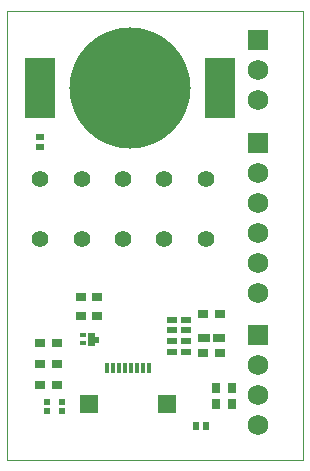
<source format=gts>
G75*
%MOIN*%
%OFA0B0*%
%FSLAX25Y25*%
%IPPOS*%
%LPD*%
%AMOC8*
5,1,8,0,0,1.08239X$1,22.5*
%
%ADD10C,0.00000*%
%ADD11R,0.01575X0.03543*%
%ADD12R,0.05912X0.06306*%
%ADD13R,0.06900X0.06900*%
%ADD14C,0.06900*%
%ADD15R,0.02362X0.01772*%
%ADD16C,0.00001*%
%ADD17C,0.40400*%
%ADD18R,0.10400X0.20400*%
%ADD19R,0.03550X0.03156*%
%ADD20R,0.03150X0.02362*%
%ADD21R,0.02362X0.03150*%
%ADD22R,0.03543X0.02362*%
%ADD23R,0.03156X0.03550*%
%ADD24R,0.04042X0.03156*%
%ADD25R,0.02362X0.01969*%
%ADD26C,0.05518*%
D10*
X0037739Y0009674D02*
X0037739Y0159280D01*
X0136164Y0159280D01*
X0136164Y0009674D01*
X0037739Y0009674D01*
X0064589Y0047863D02*
X0066715Y0047863D01*
X0066715Y0049044D01*
X0068054Y0049044D01*
X0068054Y0050619D01*
X0066715Y0050619D01*
X0066715Y0051800D01*
X0064589Y0051800D01*
X0064589Y0047863D01*
D11*
X0071006Y0040383D03*
X0072975Y0040383D03*
X0074943Y0040383D03*
X0076912Y0040383D03*
X0078880Y0040383D03*
X0080849Y0040383D03*
X0082817Y0040383D03*
X0084786Y0040383D03*
D12*
X0090888Y0028375D03*
X0064904Y0028375D03*
D13*
X0121203Y0051406D03*
X0121203Y0115383D03*
X0121203Y0149438D03*
D14*
X0121203Y0139438D03*
X0121203Y0129438D03*
X0121203Y0105383D03*
X0121203Y0095383D03*
X0121203Y0085383D03*
X0121203Y0075383D03*
X0121203Y0065383D03*
X0121203Y0041406D03*
X0121203Y0031406D03*
X0121203Y0021406D03*
D15*
X0062935Y0048552D03*
X0062935Y0051111D03*
D16*
X0064589Y0051117D02*
X0066715Y0051117D01*
X0066715Y0051118D02*
X0064589Y0051118D01*
X0064589Y0051119D02*
X0066715Y0051119D01*
X0066715Y0051120D02*
X0064589Y0051120D01*
X0064589Y0051121D02*
X0066715Y0051121D01*
X0066715Y0051122D02*
X0064589Y0051122D01*
X0064589Y0051123D02*
X0066715Y0051123D01*
X0066715Y0051124D02*
X0064589Y0051124D01*
X0064589Y0051125D02*
X0066715Y0051125D01*
X0066715Y0051126D02*
X0064589Y0051126D01*
X0064589Y0051127D02*
X0066715Y0051127D01*
X0066715Y0051128D02*
X0064589Y0051128D01*
X0064589Y0051129D02*
X0066715Y0051129D01*
X0066715Y0051130D02*
X0064589Y0051130D01*
X0064589Y0051131D02*
X0066715Y0051131D01*
X0066715Y0051132D02*
X0064589Y0051132D01*
X0064589Y0051133D02*
X0066715Y0051133D01*
X0066715Y0051134D02*
X0064589Y0051134D01*
X0064589Y0051135D02*
X0066715Y0051135D01*
X0066715Y0051136D02*
X0064589Y0051136D01*
X0064589Y0051137D02*
X0066715Y0051137D01*
X0066715Y0051138D02*
X0064589Y0051138D01*
X0064589Y0051139D02*
X0066715Y0051139D01*
X0066715Y0051140D02*
X0064589Y0051140D01*
X0064589Y0051141D02*
X0066715Y0051141D01*
X0066715Y0051142D02*
X0064589Y0051142D01*
X0064589Y0051143D02*
X0066715Y0051143D01*
X0066715Y0051144D02*
X0064589Y0051144D01*
X0066715Y0051144D01*
X0066715Y0051145D02*
X0064589Y0051145D01*
X0064589Y0051146D02*
X0066715Y0051146D01*
X0066715Y0051147D02*
X0064589Y0051147D01*
X0064589Y0051148D02*
X0066715Y0051148D01*
X0066715Y0051149D02*
X0064589Y0051149D01*
X0064589Y0051150D02*
X0066715Y0051150D01*
X0066715Y0051151D02*
X0064589Y0051151D01*
X0064589Y0051152D02*
X0066715Y0051152D01*
X0066715Y0051153D02*
X0064589Y0051153D01*
X0064589Y0051154D02*
X0066715Y0051154D01*
X0066715Y0051155D02*
X0064589Y0051155D01*
X0064589Y0051156D02*
X0066715Y0051156D01*
X0066715Y0051157D02*
X0064589Y0051157D01*
X0064589Y0051158D02*
X0066715Y0051158D01*
X0066715Y0051159D02*
X0064589Y0051159D01*
X0064589Y0051160D02*
X0066715Y0051160D01*
X0066715Y0051161D02*
X0064589Y0051161D01*
X0064589Y0051162D02*
X0066715Y0051162D01*
X0066715Y0051163D02*
X0064589Y0051163D01*
X0064589Y0051164D02*
X0066715Y0051164D01*
X0066715Y0051165D02*
X0064589Y0051165D01*
X0064589Y0051166D02*
X0066715Y0051166D01*
X0066715Y0051167D02*
X0064589Y0051167D01*
X0064589Y0051168D02*
X0066715Y0051168D01*
X0066715Y0051169D02*
X0064589Y0051169D01*
X0064589Y0051170D02*
X0066715Y0051170D01*
X0066715Y0051171D02*
X0064589Y0051171D01*
X0064589Y0051172D02*
X0066715Y0051172D01*
X0066715Y0051173D02*
X0064589Y0051173D01*
X0064589Y0051174D02*
X0066715Y0051174D01*
X0066715Y0051175D02*
X0064589Y0051175D01*
X0064589Y0051176D02*
X0066715Y0051176D01*
X0066715Y0051177D02*
X0064589Y0051177D01*
X0064589Y0051178D02*
X0066715Y0051178D01*
X0066715Y0051179D02*
X0064589Y0051179D01*
X0064589Y0051180D02*
X0066715Y0051180D01*
X0066715Y0051181D02*
X0064589Y0051181D01*
X0064589Y0051182D02*
X0066715Y0051182D01*
X0066715Y0051183D02*
X0064589Y0051183D01*
X0064589Y0051184D02*
X0066715Y0051184D01*
X0066715Y0051185D02*
X0064589Y0051185D01*
X0064589Y0051186D02*
X0066715Y0051186D01*
X0066715Y0051187D02*
X0064589Y0051187D01*
X0064589Y0051188D02*
X0066715Y0051188D01*
X0066715Y0051189D02*
X0064589Y0051189D01*
X0064589Y0051190D02*
X0066715Y0051190D01*
X0066715Y0051191D02*
X0064589Y0051191D01*
X0064589Y0051192D02*
X0066715Y0051192D01*
X0066715Y0051193D02*
X0064589Y0051193D01*
X0064589Y0051194D02*
X0066715Y0051194D01*
X0066715Y0051195D02*
X0064589Y0051195D01*
X0064589Y0051196D02*
X0066715Y0051196D01*
X0066715Y0051197D02*
X0064589Y0051197D01*
X0064589Y0051198D02*
X0066715Y0051198D01*
X0066715Y0051199D02*
X0064589Y0051199D01*
X0064589Y0051200D02*
X0066715Y0051200D01*
X0066715Y0051201D02*
X0064589Y0051201D01*
X0064589Y0051202D02*
X0066715Y0051202D01*
X0066715Y0051203D02*
X0064589Y0051203D01*
X0064589Y0051204D02*
X0066715Y0051204D01*
X0066715Y0051205D02*
X0064589Y0051205D01*
X0064589Y0051206D02*
X0066715Y0051206D01*
X0064589Y0051206D01*
X0064589Y0051207D02*
X0066715Y0051207D01*
X0066715Y0051208D02*
X0064589Y0051208D01*
X0064589Y0051209D02*
X0066715Y0051209D01*
X0066715Y0051210D02*
X0064589Y0051210D01*
X0064589Y0051211D02*
X0066715Y0051211D01*
X0066715Y0051212D02*
X0064589Y0051212D01*
X0064589Y0051213D02*
X0066715Y0051213D01*
X0066715Y0051214D02*
X0064589Y0051214D01*
X0064589Y0051215D02*
X0066715Y0051215D01*
X0066715Y0051216D02*
X0064589Y0051216D01*
X0064589Y0051217D02*
X0066715Y0051217D01*
X0066715Y0051218D02*
X0064589Y0051218D01*
X0064589Y0051219D02*
X0066715Y0051219D01*
X0066715Y0051220D02*
X0064589Y0051220D01*
X0064589Y0051221D02*
X0066715Y0051221D01*
X0066715Y0051222D02*
X0064589Y0051222D01*
X0064589Y0051223D02*
X0066715Y0051223D01*
X0066715Y0051224D02*
X0064589Y0051224D01*
X0064589Y0051225D02*
X0066715Y0051225D01*
X0066715Y0051226D02*
X0064589Y0051226D01*
X0064589Y0051227D02*
X0066715Y0051227D01*
X0066715Y0051228D02*
X0064589Y0051228D01*
X0064589Y0051229D02*
X0066715Y0051229D01*
X0066715Y0051230D02*
X0064589Y0051230D01*
X0064589Y0051231D02*
X0066715Y0051231D01*
X0066715Y0051232D02*
X0064589Y0051232D01*
X0064589Y0051233D02*
X0066715Y0051233D01*
X0066715Y0051234D02*
X0064589Y0051234D01*
X0064589Y0051235D02*
X0066715Y0051235D01*
X0066715Y0051236D02*
X0064589Y0051236D01*
X0064589Y0051237D02*
X0066715Y0051237D01*
X0066715Y0051238D02*
X0064589Y0051238D01*
X0064589Y0051239D02*
X0066715Y0051239D01*
X0066715Y0051240D02*
X0064589Y0051240D01*
X0064589Y0051241D02*
X0066715Y0051241D01*
X0066715Y0051242D02*
X0064589Y0051242D01*
X0064589Y0051243D02*
X0066715Y0051243D01*
X0066715Y0051244D02*
X0064589Y0051244D01*
X0064589Y0051245D02*
X0066715Y0051245D01*
X0066715Y0051246D02*
X0064589Y0051246D01*
X0064589Y0051247D02*
X0066715Y0051247D01*
X0066715Y0051248D02*
X0064589Y0051248D01*
X0064589Y0051249D02*
X0066715Y0051249D01*
X0066715Y0051250D02*
X0064589Y0051250D01*
X0064589Y0051251D02*
X0066715Y0051251D01*
X0066715Y0051252D02*
X0064589Y0051252D01*
X0064589Y0051253D02*
X0066715Y0051253D01*
X0066715Y0051254D02*
X0064589Y0051254D01*
X0064589Y0051255D02*
X0066715Y0051255D01*
X0066715Y0051256D02*
X0064589Y0051256D01*
X0064589Y0051257D02*
X0066715Y0051257D01*
X0066715Y0051258D02*
X0064589Y0051258D01*
X0064589Y0051259D02*
X0066715Y0051259D01*
X0066715Y0051260D02*
X0064589Y0051260D01*
X0064589Y0051261D02*
X0066715Y0051261D01*
X0066715Y0051262D02*
X0064589Y0051262D01*
X0064589Y0051263D02*
X0066715Y0051263D01*
X0066715Y0051264D02*
X0064589Y0051264D01*
X0064589Y0051265D02*
X0066715Y0051265D01*
X0066715Y0051266D02*
X0064589Y0051266D01*
X0064589Y0051267D02*
X0066715Y0051267D01*
X0066715Y0051268D02*
X0064589Y0051268D01*
X0064589Y0051269D02*
X0066715Y0051269D01*
X0064589Y0051269D01*
X0064589Y0051270D02*
X0066715Y0051270D01*
X0066715Y0051271D02*
X0064589Y0051271D01*
X0064589Y0051272D02*
X0066715Y0051272D01*
X0066715Y0051273D02*
X0064589Y0051273D01*
X0064589Y0051274D02*
X0066715Y0051274D01*
X0066715Y0051275D02*
X0064589Y0051275D01*
X0064589Y0051276D02*
X0066715Y0051276D01*
X0066715Y0051277D02*
X0064589Y0051277D01*
X0064589Y0051278D02*
X0066715Y0051278D01*
X0066715Y0051279D02*
X0064589Y0051279D01*
X0064589Y0051280D02*
X0066715Y0051280D01*
X0066715Y0051281D02*
X0064589Y0051281D01*
X0064589Y0051282D02*
X0066715Y0051282D01*
X0066715Y0051283D02*
X0064589Y0051283D01*
X0064589Y0051284D02*
X0066715Y0051284D01*
X0066715Y0051285D02*
X0064589Y0051285D01*
X0064589Y0051286D02*
X0066715Y0051286D01*
X0066715Y0051287D02*
X0064589Y0051287D01*
X0064589Y0051288D02*
X0066715Y0051288D01*
X0066715Y0051289D02*
X0064589Y0051289D01*
X0064589Y0051290D02*
X0066715Y0051290D01*
X0066715Y0051291D02*
X0064589Y0051291D01*
X0064589Y0051292D02*
X0066715Y0051292D01*
X0066715Y0051293D02*
X0064589Y0051293D01*
X0064589Y0051294D02*
X0066715Y0051294D01*
X0066715Y0051295D02*
X0064589Y0051295D01*
X0064589Y0051296D02*
X0066715Y0051296D01*
X0066715Y0051297D02*
X0064589Y0051297D01*
X0064589Y0051298D02*
X0066715Y0051298D01*
X0066715Y0051299D02*
X0064589Y0051299D01*
X0064589Y0051300D02*
X0066715Y0051300D01*
X0066715Y0051301D02*
X0064589Y0051301D01*
X0064589Y0051302D02*
X0066715Y0051302D01*
X0066715Y0051303D02*
X0064589Y0051303D01*
X0064589Y0051304D02*
X0066715Y0051304D01*
X0066715Y0051305D02*
X0064589Y0051305D01*
X0064589Y0051306D02*
X0066715Y0051306D01*
X0066715Y0051307D02*
X0064589Y0051307D01*
X0064589Y0051308D02*
X0066715Y0051308D01*
X0066715Y0051309D02*
X0064589Y0051309D01*
X0064589Y0051310D02*
X0066715Y0051310D01*
X0066715Y0051311D02*
X0064589Y0051311D01*
X0064589Y0051312D02*
X0066715Y0051312D01*
X0066715Y0051313D02*
X0064589Y0051313D01*
X0064589Y0051314D02*
X0066715Y0051314D01*
X0066715Y0051315D02*
X0064589Y0051315D01*
X0064589Y0051316D02*
X0066715Y0051316D01*
X0066715Y0051317D02*
X0064589Y0051317D01*
X0064589Y0051318D02*
X0066715Y0051318D01*
X0066715Y0051319D02*
X0064589Y0051319D01*
X0064589Y0051320D02*
X0066715Y0051320D01*
X0066715Y0051321D02*
X0064589Y0051321D01*
X0064589Y0051322D02*
X0066715Y0051322D01*
X0066715Y0051323D02*
X0064589Y0051323D01*
X0064589Y0051324D02*
X0066715Y0051324D01*
X0066715Y0051325D02*
X0064589Y0051325D01*
X0064589Y0051326D02*
X0066715Y0051326D01*
X0066715Y0051327D02*
X0064589Y0051327D01*
X0064589Y0051328D02*
X0066715Y0051328D01*
X0066715Y0051329D02*
X0064589Y0051329D01*
X0064589Y0051330D02*
X0066715Y0051330D01*
X0066715Y0051331D02*
X0064589Y0051331D01*
X0066715Y0051331D01*
X0066715Y0051332D02*
X0064589Y0051332D01*
X0064589Y0051333D02*
X0066715Y0051333D01*
X0066715Y0051334D02*
X0064589Y0051334D01*
X0064589Y0051335D02*
X0066715Y0051335D01*
X0066715Y0051336D02*
X0064589Y0051336D01*
X0064589Y0051337D02*
X0066715Y0051337D01*
X0066715Y0051338D02*
X0064589Y0051338D01*
X0064589Y0051339D02*
X0066715Y0051339D01*
X0066715Y0051340D02*
X0064589Y0051340D01*
X0064589Y0051341D02*
X0066715Y0051341D01*
X0066715Y0051342D02*
X0064589Y0051342D01*
X0064589Y0051343D02*
X0066715Y0051343D01*
X0066715Y0051344D02*
X0064589Y0051344D01*
X0064589Y0051345D02*
X0066715Y0051345D01*
X0066715Y0051346D02*
X0064589Y0051346D01*
X0064589Y0051347D02*
X0066715Y0051347D01*
X0066715Y0051348D02*
X0064589Y0051348D01*
X0064589Y0051349D02*
X0066715Y0051349D01*
X0066715Y0051350D02*
X0064589Y0051350D01*
X0064589Y0051351D02*
X0066715Y0051351D01*
X0066715Y0051352D02*
X0064589Y0051352D01*
X0064589Y0051353D02*
X0066715Y0051353D01*
X0066715Y0051354D02*
X0064589Y0051354D01*
X0064589Y0051355D02*
X0066715Y0051355D01*
X0066715Y0051356D02*
X0064589Y0051356D01*
X0064589Y0051357D02*
X0066715Y0051357D01*
X0066715Y0051358D02*
X0064589Y0051358D01*
X0064589Y0051359D02*
X0066715Y0051359D01*
X0066715Y0051360D02*
X0064589Y0051360D01*
X0064589Y0051361D02*
X0066715Y0051361D01*
X0066715Y0051362D02*
X0064589Y0051362D01*
X0064589Y0051363D02*
X0066715Y0051363D01*
X0066715Y0051364D02*
X0064589Y0051364D01*
X0064589Y0051365D02*
X0066715Y0051365D01*
X0066715Y0051366D02*
X0064589Y0051366D01*
X0064589Y0051367D02*
X0066715Y0051367D01*
X0066715Y0051368D02*
X0064589Y0051368D01*
X0064589Y0051369D02*
X0066715Y0051369D01*
X0066715Y0051370D02*
X0064589Y0051370D01*
X0064589Y0051371D02*
X0066715Y0051371D01*
X0066715Y0051372D02*
X0064589Y0051372D01*
X0064589Y0051373D02*
X0066715Y0051373D01*
X0066715Y0051374D02*
X0064589Y0051374D01*
X0064589Y0051375D02*
X0066715Y0051375D01*
X0066715Y0051376D02*
X0064589Y0051376D01*
X0064589Y0051377D02*
X0066715Y0051377D01*
X0066715Y0051378D02*
X0064589Y0051378D01*
X0064589Y0051379D02*
X0066715Y0051379D01*
X0066715Y0051380D02*
X0064589Y0051380D01*
X0064589Y0051381D02*
X0066715Y0051381D01*
X0066715Y0051382D02*
X0064589Y0051382D01*
X0064589Y0051383D02*
X0066715Y0051383D01*
X0066715Y0051384D02*
X0064589Y0051384D01*
X0064589Y0051385D02*
X0066715Y0051385D01*
X0066715Y0051386D02*
X0064589Y0051386D01*
X0064589Y0051387D02*
X0066715Y0051387D01*
X0066715Y0051388D02*
X0064589Y0051388D01*
X0064589Y0051389D02*
X0066715Y0051389D01*
X0066715Y0051390D02*
X0064589Y0051390D01*
X0064589Y0051391D02*
X0066715Y0051391D01*
X0066715Y0051392D02*
X0064589Y0051392D01*
X0064589Y0051393D02*
X0066715Y0051393D01*
X0066715Y0051394D02*
X0064589Y0051394D01*
X0066715Y0051394D01*
X0066715Y0051395D02*
X0064589Y0051395D01*
X0064589Y0051396D02*
X0066715Y0051396D01*
X0066715Y0051397D02*
X0064589Y0051397D01*
X0064589Y0051398D02*
X0066715Y0051398D01*
X0066715Y0051399D02*
X0064589Y0051399D01*
X0064589Y0051400D02*
X0066715Y0051400D01*
X0066715Y0051401D02*
X0064589Y0051401D01*
X0064589Y0051402D02*
X0066715Y0051402D01*
X0066715Y0051403D02*
X0064589Y0051403D01*
X0064589Y0051404D02*
X0066715Y0051404D01*
X0066715Y0051405D02*
X0064589Y0051405D01*
X0064589Y0051406D02*
X0066715Y0051406D01*
X0066715Y0051407D02*
X0064589Y0051407D01*
X0064589Y0051408D02*
X0066715Y0051408D01*
X0066715Y0051409D02*
X0064589Y0051409D01*
X0064589Y0051410D02*
X0066715Y0051410D01*
X0066715Y0051411D02*
X0064589Y0051411D01*
X0064589Y0051412D02*
X0066715Y0051412D01*
X0066715Y0051413D02*
X0064589Y0051413D01*
X0064589Y0051414D02*
X0066715Y0051414D01*
X0066715Y0051415D02*
X0064589Y0051415D01*
X0064589Y0051416D02*
X0066715Y0051416D01*
X0066715Y0051417D02*
X0064589Y0051417D01*
X0064589Y0051418D02*
X0066715Y0051418D01*
X0066715Y0051419D02*
X0064589Y0051419D01*
X0064589Y0051420D02*
X0066715Y0051420D01*
X0066715Y0051421D02*
X0064589Y0051421D01*
X0064589Y0051422D02*
X0066715Y0051422D01*
X0066715Y0051423D02*
X0064589Y0051423D01*
X0064589Y0051424D02*
X0066715Y0051424D01*
X0066715Y0051425D02*
X0064589Y0051425D01*
X0064589Y0051426D02*
X0066715Y0051426D01*
X0066715Y0051427D02*
X0064589Y0051427D01*
X0064589Y0051428D02*
X0066715Y0051428D01*
X0066715Y0051429D02*
X0064589Y0051429D01*
X0064589Y0051430D02*
X0066715Y0051430D01*
X0066715Y0051431D02*
X0064589Y0051431D01*
X0064589Y0051432D02*
X0066715Y0051432D01*
X0066715Y0051433D02*
X0064589Y0051433D01*
X0064589Y0051434D02*
X0066715Y0051434D01*
X0066715Y0051435D02*
X0064589Y0051435D01*
X0064589Y0051436D02*
X0066715Y0051436D01*
X0066715Y0051437D02*
X0064589Y0051437D01*
X0064589Y0051438D02*
X0066715Y0051438D01*
X0066715Y0051439D02*
X0064589Y0051439D01*
X0064589Y0051440D02*
X0066715Y0051440D01*
X0066715Y0051441D02*
X0064589Y0051441D01*
X0064589Y0051442D02*
X0066715Y0051442D01*
X0066715Y0051443D02*
X0064589Y0051443D01*
X0064589Y0051444D02*
X0066715Y0051444D01*
X0066715Y0051445D02*
X0064589Y0051445D01*
X0064589Y0051446D02*
X0066715Y0051446D01*
X0066715Y0051447D02*
X0064589Y0051447D01*
X0064589Y0051448D02*
X0066715Y0051448D01*
X0066715Y0051449D02*
X0064589Y0051449D01*
X0064589Y0051450D02*
X0066715Y0051450D01*
X0066715Y0051451D02*
X0064589Y0051451D01*
X0064589Y0051452D02*
X0066715Y0051452D01*
X0066715Y0051453D02*
X0064589Y0051453D01*
X0064589Y0051454D02*
X0066715Y0051454D01*
X0066715Y0051455D02*
X0064589Y0051455D01*
X0064589Y0051456D02*
X0066715Y0051456D01*
X0064589Y0051456D01*
X0064589Y0051457D02*
X0066715Y0051457D01*
X0066715Y0051458D02*
X0064589Y0051458D01*
X0064589Y0051459D02*
X0066715Y0051459D01*
X0066715Y0051460D02*
X0064589Y0051460D01*
X0064589Y0051461D02*
X0066715Y0051461D01*
X0066715Y0051462D02*
X0064589Y0051462D01*
X0064589Y0051463D02*
X0066715Y0051463D01*
X0066715Y0051464D02*
X0064589Y0051464D01*
X0064589Y0051465D02*
X0066715Y0051465D01*
X0066715Y0051466D02*
X0064589Y0051466D01*
X0064589Y0051467D02*
X0066715Y0051467D01*
X0066715Y0051468D02*
X0064589Y0051468D01*
X0064589Y0051469D02*
X0066715Y0051469D01*
X0066715Y0051470D02*
X0064589Y0051470D01*
X0064589Y0051471D02*
X0066715Y0051471D01*
X0066715Y0051472D02*
X0064589Y0051472D01*
X0064589Y0051473D02*
X0066715Y0051473D01*
X0066715Y0051474D02*
X0064589Y0051474D01*
X0064589Y0051475D02*
X0066715Y0051475D01*
X0066715Y0051476D02*
X0064589Y0051476D01*
X0064589Y0051477D02*
X0066715Y0051477D01*
X0066715Y0051478D02*
X0064589Y0051478D01*
X0064589Y0051479D02*
X0066715Y0051479D01*
X0066715Y0051480D02*
X0064589Y0051480D01*
X0064589Y0051481D02*
X0066715Y0051481D01*
X0066715Y0051482D02*
X0064589Y0051482D01*
X0064589Y0051483D02*
X0066715Y0051483D01*
X0066715Y0051484D02*
X0064589Y0051484D01*
X0064589Y0051485D02*
X0066715Y0051485D01*
X0066715Y0051486D02*
X0064589Y0051486D01*
X0064589Y0051487D02*
X0066715Y0051487D01*
X0066715Y0051488D02*
X0064589Y0051488D01*
X0064589Y0051489D02*
X0066715Y0051489D01*
X0066715Y0051490D02*
X0064589Y0051490D01*
X0064589Y0051491D02*
X0066715Y0051491D01*
X0066715Y0051492D02*
X0064589Y0051492D01*
X0064589Y0051493D02*
X0066715Y0051493D01*
X0066715Y0051494D02*
X0064589Y0051494D01*
X0064589Y0051495D02*
X0066715Y0051495D01*
X0066715Y0051496D02*
X0064589Y0051496D01*
X0064589Y0051497D02*
X0066715Y0051497D01*
X0066715Y0051498D02*
X0064589Y0051498D01*
X0064589Y0051499D02*
X0066715Y0051499D01*
X0066715Y0051500D02*
X0064589Y0051500D01*
X0064589Y0051501D02*
X0066715Y0051501D01*
X0066715Y0051502D02*
X0064589Y0051502D01*
X0064589Y0051503D02*
X0066715Y0051503D01*
X0066715Y0051504D02*
X0064589Y0051504D01*
X0064589Y0051505D02*
X0066715Y0051505D01*
X0066715Y0051506D02*
X0064589Y0051506D01*
X0064589Y0051507D02*
X0066715Y0051507D01*
X0066715Y0051508D02*
X0064589Y0051508D01*
X0064589Y0051509D02*
X0066715Y0051509D01*
X0066715Y0051510D02*
X0064589Y0051510D01*
X0064589Y0051511D02*
X0066715Y0051511D01*
X0066715Y0051512D02*
X0064589Y0051512D01*
X0064589Y0051513D02*
X0066715Y0051513D01*
X0066715Y0051514D02*
X0064589Y0051514D01*
X0064589Y0051515D02*
X0066715Y0051515D01*
X0066715Y0051516D02*
X0064589Y0051516D01*
X0064589Y0051517D02*
X0066715Y0051517D01*
X0066715Y0051518D02*
X0064589Y0051518D01*
X0064589Y0051519D02*
X0066715Y0051519D01*
X0064589Y0051519D01*
X0064589Y0051520D02*
X0066715Y0051520D01*
X0066715Y0051521D02*
X0064589Y0051521D01*
X0064589Y0051522D02*
X0066715Y0051522D01*
X0066715Y0051523D02*
X0064589Y0051523D01*
X0064589Y0051524D02*
X0066715Y0051524D01*
X0066715Y0051525D02*
X0064589Y0051525D01*
X0064589Y0051526D02*
X0066715Y0051526D01*
X0066715Y0051527D02*
X0064589Y0051527D01*
X0064589Y0051528D02*
X0066715Y0051528D01*
X0066715Y0051529D02*
X0064589Y0051529D01*
X0064589Y0051530D02*
X0066715Y0051530D01*
X0066715Y0051531D02*
X0064589Y0051531D01*
X0064589Y0051532D02*
X0066715Y0051532D01*
X0066715Y0051533D02*
X0064589Y0051533D01*
X0064589Y0051534D02*
X0066715Y0051534D01*
X0066715Y0051535D02*
X0064589Y0051535D01*
X0064589Y0051536D02*
X0066715Y0051536D01*
X0066715Y0051537D02*
X0064589Y0051537D01*
X0064589Y0051538D02*
X0066715Y0051538D01*
X0066715Y0051539D02*
X0064589Y0051539D01*
X0064589Y0051540D02*
X0066715Y0051540D01*
X0066715Y0051541D02*
X0064589Y0051541D01*
X0064589Y0051542D02*
X0066715Y0051542D01*
X0066715Y0051543D02*
X0064589Y0051543D01*
X0064589Y0051544D02*
X0066715Y0051544D01*
X0066715Y0051545D02*
X0064589Y0051545D01*
X0064589Y0051546D02*
X0066715Y0051546D01*
X0066715Y0051547D02*
X0064589Y0051547D01*
X0064589Y0051548D02*
X0066715Y0051548D01*
X0066715Y0051549D02*
X0064589Y0051549D01*
X0064589Y0051550D02*
X0066715Y0051550D01*
X0066715Y0051551D02*
X0064589Y0051551D01*
X0064589Y0051552D02*
X0066715Y0051552D01*
X0066715Y0051553D02*
X0064589Y0051553D01*
X0064589Y0051554D02*
X0066715Y0051554D01*
X0066715Y0051555D02*
X0064589Y0051555D01*
X0064589Y0051556D02*
X0066715Y0051556D01*
X0066715Y0051557D02*
X0064589Y0051557D01*
X0064589Y0051558D02*
X0066715Y0051558D01*
X0066715Y0051559D02*
X0064589Y0051559D01*
X0064589Y0051560D02*
X0066715Y0051560D01*
X0066715Y0051561D02*
X0064589Y0051561D01*
X0064589Y0051562D02*
X0066715Y0051562D01*
X0066715Y0051563D02*
X0064589Y0051563D01*
X0064589Y0051564D02*
X0066715Y0051564D01*
X0066715Y0051565D02*
X0064589Y0051565D01*
X0064589Y0051566D02*
X0066715Y0051566D01*
X0066715Y0051567D02*
X0064589Y0051567D01*
X0064589Y0051568D02*
X0066715Y0051568D01*
X0066715Y0051569D02*
X0064589Y0051569D01*
X0064589Y0051570D02*
X0066715Y0051570D01*
X0066715Y0051571D02*
X0064589Y0051571D01*
X0064589Y0051572D02*
X0066715Y0051572D01*
X0066715Y0051573D02*
X0064589Y0051573D01*
X0064589Y0051574D02*
X0066715Y0051574D01*
X0066715Y0051575D02*
X0064589Y0051575D01*
X0064589Y0051576D02*
X0066715Y0051576D01*
X0066715Y0051577D02*
X0064589Y0051577D01*
X0064589Y0051578D02*
X0066715Y0051578D01*
X0066715Y0051579D02*
X0064589Y0051579D01*
X0064589Y0051580D02*
X0066715Y0051580D01*
X0066715Y0051581D02*
X0064589Y0051581D01*
X0066715Y0051581D01*
X0066715Y0051582D02*
X0064589Y0051582D01*
X0064589Y0051583D02*
X0066715Y0051583D01*
X0066715Y0051584D02*
X0064589Y0051584D01*
X0064589Y0051585D02*
X0066715Y0051585D01*
X0066715Y0051586D02*
X0064589Y0051586D01*
X0064589Y0051587D02*
X0066715Y0051587D01*
X0066715Y0051588D02*
X0064589Y0051588D01*
X0064589Y0051589D02*
X0066715Y0051589D01*
X0066715Y0051590D02*
X0064589Y0051590D01*
X0064589Y0051591D02*
X0066715Y0051591D01*
X0066715Y0051592D02*
X0064589Y0051592D01*
X0064589Y0051593D02*
X0066715Y0051593D01*
X0066715Y0051594D02*
X0064589Y0051594D01*
X0064589Y0051595D02*
X0066715Y0051595D01*
X0066715Y0051596D02*
X0064589Y0051596D01*
X0064589Y0051597D02*
X0066715Y0051597D01*
X0066715Y0051598D02*
X0064589Y0051598D01*
X0064589Y0051599D02*
X0066715Y0051599D01*
X0066715Y0051600D02*
X0064589Y0051600D01*
X0064589Y0051601D02*
X0066715Y0051601D01*
X0066715Y0051602D02*
X0064589Y0051602D01*
X0064589Y0051603D02*
X0066715Y0051603D01*
X0066715Y0051604D02*
X0064589Y0051604D01*
X0064589Y0051605D02*
X0066715Y0051605D01*
X0066715Y0051606D02*
X0064589Y0051606D01*
X0064589Y0051607D02*
X0066715Y0051607D01*
X0066715Y0051608D02*
X0064589Y0051608D01*
X0064589Y0051609D02*
X0066715Y0051609D01*
X0066715Y0051610D02*
X0064589Y0051610D01*
X0064589Y0051611D02*
X0066715Y0051611D01*
X0066715Y0051612D02*
X0064589Y0051612D01*
X0064589Y0051613D02*
X0066715Y0051613D01*
X0066715Y0051614D02*
X0064589Y0051614D01*
X0064589Y0051615D02*
X0066715Y0051615D01*
X0066715Y0051616D02*
X0064589Y0051616D01*
X0064589Y0051617D02*
X0066715Y0051617D01*
X0066715Y0051618D02*
X0064589Y0051618D01*
X0064589Y0051619D02*
X0066715Y0051619D01*
X0066715Y0051620D02*
X0064589Y0051620D01*
X0064589Y0051621D02*
X0066715Y0051621D01*
X0066715Y0051622D02*
X0064589Y0051622D01*
X0064589Y0051623D02*
X0066715Y0051623D01*
X0066715Y0051624D02*
X0064589Y0051624D01*
X0064589Y0051625D02*
X0066715Y0051625D01*
X0066715Y0051626D02*
X0064589Y0051626D01*
X0064589Y0051627D02*
X0066715Y0051627D01*
X0066715Y0051628D02*
X0064589Y0051628D01*
X0064589Y0051629D02*
X0066715Y0051629D01*
X0066715Y0051630D02*
X0064589Y0051630D01*
X0064589Y0051631D02*
X0066715Y0051631D01*
X0066715Y0051632D02*
X0064589Y0051632D01*
X0064589Y0051633D02*
X0066715Y0051633D01*
X0066715Y0051634D02*
X0064589Y0051634D01*
X0064589Y0051635D02*
X0066715Y0051635D01*
X0066715Y0051636D02*
X0064589Y0051636D01*
X0064589Y0051637D02*
X0066715Y0051637D01*
X0066715Y0051638D02*
X0064589Y0051638D01*
X0064589Y0051639D02*
X0066715Y0051639D01*
X0066715Y0051640D02*
X0064589Y0051640D01*
X0064589Y0051641D02*
X0066715Y0051641D01*
X0066715Y0051642D02*
X0064589Y0051642D01*
X0064589Y0051643D02*
X0066715Y0051643D01*
X0066715Y0051644D02*
X0064589Y0051644D01*
X0066715Y0051644D01*
X0066715Y0051645D02*
X0064589Y0051645D01*
X0064589Y0051646D02*
X0066715Y0051646D01*
X0066715Y0051647D02*
X0064589Y0051647D01*
X0064589Y0051648D02*
X0066715Y0051648D01*
X0066715Y0051649D02*
X0064589Y0051649D01*
X0064589Y0051650D02*
X0066715Y0051650D01*
X0066715Y0051651D02*
X0064589Y0051651D01*
X0064589Y0051652D02*
X0066715Y0051652D01*
X0066715Y0051653D02*
X0064589Y0051653D01*
X0064589Y0051654D02*
X0066715Y0051654D01*
X0066715Y0051655D02*
X0064589Y0051655D01*
X0064589Y0051656D02*
X0066715Y0051656D01*
X0066715Y0051657D02*
X0064589Y0051657D01*
X0064589Y0051658D02*
X0066715Y0051658D01*
X0066715Y0051659D02*
X0064589Y0051659D01*
X0064589Y0051660D02*
X0066715Y0051660D01*
X0066715Y0051661D02*
X0064589Y0051661D01*
X0064589Y0051662D02*
X0066715Y0051662D01*
X0066715Y0051663D02*
X0064589Y0051663D01*
X0064589Y0051664D02*
X0066715Y0051664D01*
X0066715Y0051665D02*
X0064589Y0051665D01*
X0064589Y0051666D02*
X0066715Y0051666D01*
X0066715Y0051667D02*
X0064589Y0051667D01*
X0064589Y0051668D02*
X0066715Y0051668D01*
X0066715Y0051669D02*
X0064589Y0051669D01*
X0064589Y0051670D02*
X0066715Y0051670D01*
X0066715Y0051671D02*
X0064589Y0051671D01*
X0064589Y0051672D02*
X0066715Y0051672D01*
X0066715Y0051673D02*
X0064589Y0051673D01*
X0064589Y0051674D02*
X0066715Y0051674D01*
X0066715Y0051675D02*
X0064589Y0051675D01*
X0064589Y0051676D02*
X0066715Y0051676D01*
X0066715Y0051677D02*
X0064589Y0051677D01*
X0064589Y0051678D02*
X0066715Y0051678D01*
X0066715Y0051679D02*
X0064589Y0051679D01*
X0064589Y0051680D02*
X0066715Y0051680D01*
X0066715Y0051681D02*
X0064589Y0051681D01*
X0064589Y0051682D02*
X0066715Y0051682D01*
X0066715Y0051683D02*
X0064589Y0051683D01*
X0064589Y0051684D02*
X0066715Y0051684D01*
X0066715Y0051685D02*
X0064589Y0051685D01*
X0064589Y0051686D02*
X0066715Y0051686D01*
X0066715Y0051687D02*
X0064589Y0051687D01*
X0064589Y0051688D02*
X0066715Y0051688D01*
X0066715Y0051689D02*
X0064589Y0051689D01*
X0064589Y0051690D02*
X0066715Y0051690D01*
X0066715Y0051691D02*
X0064589Y0051691D01*
X0064589Y0051692D02*
X0066715Y0051692D01*
X0066715Y0051693D02*
X0064589Y0051693D01*
X0064589Y0051694D02*
X0066715Y0051694D01*
X0066715Y0051695D02*
X0064589Y0051695D01*
X0064589Y0051696D02*
X0066715Y0051696D01*
X0066715Y0051697D02*
X0064589Y0051697D01*
X0064589Y0051698D02*
X0066715Y0051698D01*
X0066715Y0051699D02*
X0064589Y0051699D01*
X0064589Y0051700D02*
X0066715Y0051700D01*
X0066715Y0051701D02*
X0064589Y0051701D01*
X0064589Y0051702D02*
X0066715Y0051702D01*
X0066715Y0051703D02*
X0064589Y0051703D01*
X0064589Y0051704D02*
X0066715Y0051704D01*
X0066715Y0051705D02*
X0064589Y0051705D01*
X0064589Y0051706D02*
X0066715Y0051706D01*
X0064589Y0051706D01*
X0064589Y0051707D02*
X0066715Y0051707D01*
X0066715Y0051708D02*
X0064589Y0051708D01*
X0064589Y0051709D02*
X0066715Y0051709D01*
X0066715Y0051710D02*
X0064589Y0051710D01*
X0064589Y0051711D02*
X0066715Y0051711D01*
X0066715Y0051712D02*
X0064589Y0051712D01*
X0064589Y0051713D02*
X0066715Y0051713D01*
X0066715Y0051714D02*
X0064589Y0051714D01*
X0064589Y0051715D02*
X0066715Y0051715D01*
X0066715Y0051716D02*
X0064589Y0051716D01*
X0064589Y0051717D02*
X0066715Y0051717D01*
X0066715Y0051718D02*
X0064589Y0051718D01*
X0064589Y0051719D02*
X0066715Y0051719D01*
X0066715Y0051720D02*
X0064589Y0051720D01*
X0064589Y0051721D02*
X0066715Y0051721D01*
X0066715Y0051722D02*
X0064589Y0051722D01*
X0064589Y0051723D02*
X0066715Y0051723D01*
X0066715Y0051724D02*
X0064589Y0051724D01*
X0064589Y0051725D02*
X0066715Y0051725D01*
X0066715Y0051726D02*
X0064589Y0051726D01*
X0064589Y0051727D02*
X0066715Y0051727D01*
X0066715Y0051728D02*
X0064589Y0051728D01*
X0064589Y0051729D02*
X0066715Y0051729D01*
X0066715Y0051730D02*
X0064589Y0051730D01*
X0064589Y0051731D02*
X0066715Y0051731D01*
X0066715Y0051732D02*
X0064589Y0051732D01*
X0064589Y0051733D02*
X0066715Y0051733D01*
X0066715Y0051734D02*
X0064589Y0051734D01*
X0064589Y0051735D02*
X0066715Y0051735D01*
X0066715Y0051736D02*
X0064589Y0051736D01*
X0064589Y0051737D02*
X0066715Y0051737D01*
X0066715Y0051738D02*
X0064589Y0051738D01*
X0064589Y0051739D02*
X0066715Y0051739D01*
X0066715Y0051740D02*
X0064589Y0051740D01*
X0064589Y0051741D02*
X0066715Y0051741D01*
X0066715Y0051742D02*
X0064589Y0051742D01*
X0064589Y0051743D02*
X0066715Y0051743D01*
X0066715Y0051744D02*
X0064589Y0051744D01*
X0064589Y0051745D02*
X0066715Y0051745D01*
X0066715Y0051746D02*
X0064589Y0051746D01*
X0064589Y0051747D02*
X0066715Y0051747D01*
X0066715Y0051748D02*
X0064589Y0051748D01*
X0064589Y0051749D02*
X0066715Y0051749D01*
X0066715Y0051750D02*
X0064589Y0051750D01*
X0064589Y0051751D02*
X0066715Y0051751D01*
X0066715Y0051752D02*
X0064589Y0051752D01*
X0064589Y0051753D02*
X0066715Y0051753D01*
X0066715Y0051754D02*
X0064589Y0051754D01*
X0064589Y0051755D02*
X0066715Y0051755D01*
X0066715Y0051756D02*
X0064589Y0051756D01*
X0064589Y0051757D02*
X0066715Y0051757D01*
X0066715Y0051758D02*
X0064589Y0051758D01*
X0064589Y0051759D02*
X0066715Y0051759D01*
X0066715Y0051760D02*
X0064589Y0051760D01*
X0064589Y0051761D02*
X0066715Y0051761D01*
X0066715Y0051762D02*
X0064589Y0051762D01*
X0064589Y0051763D02*
X0066715Y0051763D01*
X0066715Y0051764D02*
X0064589Y0051764D01*
X0064589Y0051765D02*
X0066715Y0051765D01*
X0066715Y0051766D02*
X0064589Y0051766D01*
X0064589Y0051767D02*
X0066715Y0051767D01*
X0066715Y0051768D02*
X0064589Y0051768D01*
X0064589Y0051769D02*
X0066715Y0051769D01*
X0064589Y0051769D01*
X0064589Y0051770D02*
X0066715Y0051770D01*
X0066715Y0051771D02*
X0064589Y0051771D01*
X0064589Y0051772D02*
X0066715Y0051772D01*
X0066715Y0051773D02*
X0064589Y0051773D01*
X0064589Y0051774D02*
X0066715Y0051774D01*
X0066715Y0051775D02*
X0064589Y0051775D01*
X0064589Y0051776D02*
X0066715Y0051776D01*
X0066715Y0051777D02*
X0064589Y0051777D01*
X0064589Y0051778D02*
X0066715Y0051778D01*
X0066715Y0051779D02*
X0064589Y0051779D01*
X0064589Y0051780D02*
X0066715Y0051780D01*
X0066715Y0051781D02*
X0064589Y0051781D01*
X0064589Y0051782D02*
X0066715Y0051782D01*
X0066715Y0051783D02*
X0064589Y0051783D01*
X0064589Y0051784D02*
X0066715Y0051784D01*
X0066715Y0051785D02*
X0064589Y0051785D01*
X0064589Y0051786D02*
X0066715Y0051786D01*
X0066715Y0051787D02*
X0064589Y0051787D01*
X0064589Y0051788D02*
X0066715Y0051788D01*
X0066715Y0051789D02*
X0064589Y0051789D01*
X0064589Y0051790D02*
X0066715Y0051790D01*
X0066715Y0051791D02*
X0064589Y0051791D01*
X0064589Y0051792D02*
X0066715Y0051792D01*
X0066715Y0051793D02*
X0064589Y0051793D01*
X0064589Y0051794D02*
X0066715Y0051794D01*
X0066715Y0051795D02*
X0064589Y0051795D01*
X0064589Y0051796D02*
X0066715Y0051796D01*
X0066715Y0051797D02*
X0064589Y0051797D01*
X0064589Y0051798D02*
X0066715Y0051798D01*
X0066715Y0051799D02*
X0064589Y0051799D01*
X0064589Y0051116D02*
X0066715Y0051116D01*
X0066715Y0051115D02*
X0064589Y0051115D01*
X0064589Y0051114D02*
X0066715Y0051114D01*
X0066715Y0051113D02*
X0064589Y0051113D01*
X0064589Y0051112D02*
X0066715Y0051112D01*
X0066715Y0051111D02*
X0064589Y0051111D01*
X0064589Y0051110D02*
X0066715Y0051110D01*
X0066715Y0051109D02*
X0064589Y0051109D01*
X0064589Y0051108D02*
X0066715Y0051108D01*
X0066715Y0051107D02*
X0064589Y0051107D01*
X0064589Y0051106D02*
X0066715Y0051106D01*
X0066715Y0051105D02*
X0064589Y0051105D01*
X0064589Y0051104D02*
X0066715Y0051104D01*
X0066715Y0051103D02*
X0064589Y0051103D01*
X0064589Y0051102D02*
X0066715Y0051102D01*
X0066715Y0051101D02*
X0064589Y0051101D01*
X0064589Y0051100D02*
X0066715Y0051100D01*
X0066715Y0051099D02*
X0064589Y0051099D01*
X0064589Y0051098D02*
X0066715Y0051098D01*
X0066715Y0051097D02*
X0064589Y0051097D01*
X0064589Y0051096D02*
X0066715Y0051096D01*
X0066715Y0051095D02*
X0064589Y0051095D01*
X0064589Y0051094D02*
X0066715Y0051094D01*
X0066715Y0051093D02*
X0064589Y0051093D01*
X0064589Y0051092D02*
X0066715Y0051092D01*
X0066715Y0051091D02*
X0064589Y0051091D01*
X0064589Y0051090D02*
X0066715Y0051090D01*
X0066715Y0051089D02*
X0064589Y0051089D01*
X0064589Y0051088D02*
X0066715Y0051088D01*
X0066715Y0051087D02*
X0064589Y0051087D01*
X0064589Y0051086D02*
X0066715Y0051086D01*
X0066715Y0051085D02*
X0064589Y0051085D01*
X0064589Y0051084D02*
X0066715Y0051084D01*
X0066715Y0051083D02*
X0064589Y0051083D01*
X0064589Y0051082D02*
X0066715Y0051082D01*
X0066715Y0051081D02*
X0064589Y0051081D01*
X0066715Y0051081D01*
X0066715Y0051080D02*
X0064589Y0051080D01*
X0064589Y0051079D02*
X0066715Y0051079D01*
X0066715Y0051078D02*
X0064589Y0051078D01*
X0064589Y0051077D02*
X0066715Y0051077D01*
X0066715Y0051076D02*
X0064589Y0051076D01*
X0064589Y0051075D02*
X0066715Y0051075D01*
X0066715Y0051074D02*
X0064589Y0051074D01*
X0064589Y0051073D02*
X0066715Y0051073D01*
X0066715Y0051072D02*
X0064589Y0051072D01*
X0064589Y0051071D02*
X0066715Y0051071D01*
X0066715Y0051070D02*
X0064589Y0051070D01*
X0064589Y0051069D02*
X0066715Y0051069D01*
X0066715Y0051068D02*
X0064589Y0051068D01*
X0064589Y0051067D02*
X0066715Y0051067D01*
X0066715Y0051066D02*
X0064589Y0051066D01*
X0064589Y0051065D02*
X0066715Y0051065D01*
X0066715Y0051064D02*
X0064589Y0051064D01*
X0064589Y0051063D02*
X0066715Y0051063D01*
X0066715Y0051062D02*
X0064589Y0051062D01*
X0064589Y0051061D02*
X0066715Y0051061D01*
X0066715Y0051060D02*
X0064589Y0051060D01*
X0064589Y0051059D02*
X0066715Y0051059D01*
X0066715Y0051058D02*
X0064589Y0051058D01*
X0064589Y0051057D02*
X0066715Y0051057D01*
X0066715Y0051056D02*
X0064589Y0051056D01*
X0064589Y0051055D02*
X0066715Y0051055D01*
X0066715Y0051054D02*
X0064589Y0051054D01*
X0064589Y0051053D02*
X0066715Y0051053D01*
X0066715Y0051052D02*
X0064589Y0051052D01*
X0064589Y0051051D02*
X0066715Y0051051D01*
X0066715Y0051050D02*
X0064589Y0051050D01*
X0064589Y0051049D02*
X0066715Y0051049D01*
X0066715Y0051048D02*
X0064589Y0051048D01*
X0064589Y0051047D02*
X0066715Y0051047D01*
X0066715Y0051046D02*
X0064589Y0051046D01*
X0064589Y0051045D02*
X0066715Y0051045D01*
X0066715Y0051044D02*
X0064589Y0051044D01*
X0064589Y0051043D02*
X0066715Y0051043D01*
X0066715Y0051042D02*
X0064589Y0051042D01*
X0064589Y0051041D02*
X0066715Y0051041D01*
X0066715Y0051040D02*
X0064589Y0051040D01*
X0064589Y0051039D02*
X0066715Y0051039D01*
X0066715Y0051038D02*
X0064589Y0051038D01*
X0064589Y0051037D02*
X0066715Y0051037D01*
X0066715Y0051036D02*
X0064589Y0051036D01*
X0064589Y0051035D02*
X0066715Y0051035D01*
X0066715Y0051034D02*
X0064589Y0051034D01*
X0064589Y0051033D02*
X0066715Y0051033D01*
X0066715Y0051032D02*
X0064589Y0051032D01*
X0064589Y0051031D02*
X0066715Y0051031D01*
X0066715Y0051030D02*
X0064589Y0051030D01*
X0064589Y0051029D02*
X0066715Y0051029D01*
X0066715Y0051028D02*
X0064589Y0051028D01*
X0064589Y0051027D02*
X0066715Y0051027D01*
X0066715Y0051026D02*
X0064589Y0051026D01*
X0064589Y0051025D02*
X0066715Y0051025D01*
X0066715Y0051024D02*
X0064589Y0051024D01*
X0064589Y0051023D02*
X0066715Y0051023D01*
X0066715Y0051022D02*
X0064589Y0051022D01*
X0064589Y0051021D02*
X0066715Y0051021D01*
X0066715Y0051020D02*
X0064589Y0051020D01*
X0064589Y0051019D02*
X0066715Y0051019D01*
X0064589Y0051019D01*
X0064589Y0051018D02*
X0066715Y0051018D01*
X0066715Y0051017D02*
X0064589Y0051017D01*
X0064589Y0051016D02*
X0066715Y0051016D01*
X0066715Y0051015D02*
X0064589Y0051015D01*
X0064589Y0051014D02*
X0066715Y0051014D01*
X0066715Y0051013D02*
X0064589Y0051013D01*
X0064589Y0051012D02*
X0066715Y0051012D01*
X0066715Y0051011D02*
X0064589Y0051011D01*
X0064589Y0051010D02*
X0066715Y0051010D01*
X0066715Y0051009D02*
X0064589Y0051009D01*
X0064589Y0051008D02*
X0066715Y0051008D01*
X0066715Y0051007D02*
X0064589Y0051007D01*
X0064589Y0051006D02*
X0066715Y0051006D01*
X0066715Y0051005D02*
X0064589Y0051005D01*
X0064589Y0051004D02*
X0066715Y0051004D01*
X0066715Y0051003D02*
X0064589Y0051003D01*
X0064589Y0051002D02*
X0066715Y0051002D01*
X0066715Y0051001D02*
X0064589Y0051001D01*
X0064589Y0051000D02*
X0066715Y0051000D01*
X0066715Y0050999D02*
X0064589Y0050999D01*
X0064589Y0050998D02*
X0066715Y0050998D01*
X0066715Y0050997D02*
X0064589Y0050997D01*
X0064589Y0050996D02*
X0066715Y0050996D01*
X0066715Y0050995D02*
X0064589Y0050995D01*
X0064589Y0050994D02*
X0066715Y0050994D01*
X0066715Y0050993D02*
X0064589Y0050993D01*
X0064589Y0050992D02*
X0066715Y0050992D01*
X0066715Y0050991D02*
X0064589Y0050991D01*
X0064589Y0050990D02*
X0066715Y0050990D01*
X0066715Y0050989D02*
X0064589Y0050989D01*
X0064589Y0050988D02*
X0066715Y0050988D01*
X0066715Y0050987D02*
X0064589Y0050987D01*
X0064589Y0050986D02*
X0066715Y0050986D01*
X0066715Y0050985D02*
X0064589Y0050985D01*
X0064589Y0050984D02*
X0066715Y0050984D01*
X0066715Y0050983D02*
X0064589Y0050983D01*
X0064589Y0050982D02*
X0066715Y0050982D01*
X0066715Y0050981D02*
X0064589Y0050981D01*
X0064589Y0050980D02*
X0066715Y0050980D01*
X0066715Y0050979D02*
X0064589Y0050979D01*
X0064589Y0050978D02*
X0066715Y0050978D01*
X0066715Y0050977D02*
X0064589Y0050977D01*
X0064589Y0050976D02*
X0066715Y0050976D01*
X0066715Y0050975D02*
X0064589Y0050975D01*
X0064589Y0050974D02*
X0066715Y0050974D01*
X0066715Y0050973D02*
X0064589Y0050973D01*
X0064589Y0050972D02*
X0066715Y0050972D01*
X0066715Y0050971D02*
X0064589Y0050971D01*
X0064589Y0050970D02*
X0066715Y0050970D01*
X0066715Y0050969D02*
X0064589Y0050969D01*
X0064589Y0050968D02*
X0066715Y0050968D01*
X0066715Y0050967D02*
X0064589Y0050967D01*
X0064589Y0050966D02*
X0066715Y0050966D01*
X0066715Y0050965D02*
X0064589Y0050965D01*
X0064589Y0050964D02*
X0066715Y0050964D01*
X0066715Y0050963D02*
X0064589Y0050963D01*
X0064589Y0050962D02*
X0066715Y0050962D01*
X0066715Y0050961D02*
X0064589Y0050961D01*
X0064589Y0050960D02*
X0066715Y0050960D01*
X0066715Y0050959D02*
X0064589Y0050959D01*
X0064589Y0050958D02*
X0066715Y0050958D01*
X0066715Y0050957D02*
X0064589Y0050957D01*
X0064589Y0050956D02*
X0066715Y0050956D01*
X0064589Y0050956D01*
X0064589Y0050955D02*
X0066715Y0050955D01*
X0066715Y0050954D02*
X0064589Y0050954D01*
X0064589Y0050953D02*
X0066715Y0050953D01*
X0066715Y0050952D02*
X0064589Y0050952D01*
X0064589Y0050951D02*
X0066715Y0050951D01*
X0066715Y0050950D02*
X0064589Y0050950D01*
X0064589Y0050949D02*
X0066715Y0050949D01*
X0066715Y0050948D02*
X0064589Y0050948D01*
X0064589Y0050947D02*
X0066715Y0050947D01*
X0066715Y0050946D02*
X0064589Y0050946D01*
X0064589Y0050945D02*
X0066715Y0050945D01*
X0066715Y0050944D02*
X0064589Y0050944D01*
X0064589Y0050943D02*
X0066715Y0050943D01*
X0066715Y0050942D02*
X0064589Y0050942D01*
X0064589Y0050941D02*
X0066715Y0050941D01*
X0066715Y0050940D02*
X0064589Y0050940D01*
X0064589Y0050939D02*
X0066715Y0050939D01*
X0066715Y0050938D02*
X0064589Y0050938D01*
X0064589Y0050937D02*
X0066715Y0050937D01*
X0066715Y0050936D02*
X0064589Y0050936D01*
X0064589Y0050935D02*
X0066715Y0050935D01*
X0066715Y0050934D02*
X0064589Y0050934D01*
X0064589Y0050933D02*
X0066715Y0050933D01*
X0066715Y0050932D02*
X0064589Y0050932D01*
X0064589Y0050931D02*
X0066715Y0050931D01*
X0066715Y0050930D02*
X0064589Y0050930D01*
X0064589Y0050929D02*
X0066715Y0050929D01*
X0066715Y0050928D02*
X0064589Y0050928D01*
X0064589Y0050927D02*
X0066715Y0050927D01*
X0066715Y0050926D02*
X0064589Y0050926D01*
X0064589Y0050925D02*
X0066715Y0050925D01*
X0066715Y0050924D02*
X0064589Y0050924D01*
X0064589Y0050923D02*
X0066715Y0050923D01*
X0066715Y0050922D02*
X0064589Y0050922D01*
X0064589Y0050921D02*
X0066715Y0050921D01*
X0066715Y0050920D02*
X0064589Y0050920D01*
X0064589Y0050919D02*
X0066715Y0050919D01*
X0066715Y0050918D02*
X0064589Y0050918D01*
X0064589Y0050917D02*
X0066715Y0050917D01*
X0066715Y0050916D02*
X0064589Y0050916D01*
X0064589Y0050915D02*
X0066715Y0050915D01*
X0066715Y0050914D02*
X0064589Y0050914D01*
X0064589Y0050913D02*
X0066715Y0050913D01*
X0066715Y0050912D02*
X0064589Y0050912D01*
X0064589Y0050911D02*
X0066715Y0050911D01*
X0066715Y0050910D02*
X0064589Y0050910D01*
X0064589Y0050909D02*
X0066715Y0050909D01*
X0066715Y0050908D02*
X0064589Y0050908D01*
X0064589Y0050907D02*
X0066715Y0050907D01*
X0066715Y0050906D02*
X0064589Y0050906D01*
X0064589Y0050905D02*
X0066715Y0050905D01*
X0066715Y0050904D02*
X0064589Y0050904D01*
X0064589Y0050903D02*
X0066715Y0050903D01*
X0066715Y0050902D02*
X0064589Y0050902D01*
X0064589Y0050901D02*
X0066715Y0050901D01*
X0066715Y0050900D02*
X0064589Y0050900D01*
X0064589Y0050899D02*
X0066715Y0050899D01*
X0066715Y0050898D02*
X0064589Y0050898D01*
X0064589Y0050897D02*
X0066715Y0050897D01*
X0066715Y0050896D02*
X0064589Y0050896D01*
X0064589Y0050895D02*
X0066715Y0050895D01*
X0066715Y0050894D02*
X0064589Y0050894D01*
X0066715Y0050894D01*
X0066715Y0050893D02*
X0064589Y0050893D01*
X0064589Y0050892D02*
X0066715Y0050892D01*
X0066715Y0050891D02*
X0064589Y0050891D01*
X0064589Y0050890D02*
X0066715Y0050890D01*
X0066715Y0050889D02*
X0064589Y0050889D01*
X0064589Y0050888D02*
X0066715Y0050888D01*
X0066715Y0050887D02*
X0064589Y0050887D01*
X0064589Y0050886D02*
X0066715Y0050886D01*
X0066715Y0050885D02*
X0064589Y0050885D01*
X0064589Y0050884D02*
X0066715Y0050884D01*
X0066715Y0050883D02*
X0064589Y0050883D01*
X0064589Y0050882D02*
X0066715Y0050882D01*
X0066715Y0050881D02*
X0064589Y0050881D01*
X0064589Y0050880D02*
X0066715Y0050880D01*
X0066715Y0050879D02*
X0064589Y0050879D01*
X0064589Y0050878D02*
X0066715Y0050878D01*
X0066715Y0050877D02*
X0064589Y0050877D01*
X0064589Y0050876D02*
X0066715Y0050876D01*
X0066715Y0050875D02*
X0064589Y0050875D01*
X0064589Y0050874D02*
X0066715Y0050874D01*
X0066715Y0050873D02*
X0064589Y0050873D01*
X0064589Y0050872D02*
X0066715Y0050872D01*
X0066715Y0050871D02*
X0064589Y0050871D01*
X0064589Y0050870D02*
X0066715Y0050870D01*
X0066715Y0050869D02*
X0064589Y0050869D01*
X0064589Y0050868D02*
X0066715Y0050868D01*
X0066715Y0050867D02*
X0064589Y0050867D01*
X0064589Y0050866D02*
X0066715Y0050866D01*
X0066715Y0050865D02*
X0064589Y0050865D01*
X0064589Y0050864D02*
X0066715Y0050864D01*
X0066715Y0050863D02*
X0064589Y0050863D01*
X0064589Y0050862D02*
X0066715Y0050862D01*
X0066715Y0050861D02*
X0064589Y0050861D01*
X0064589Y0050860D02*
X0066715Y0050860D01*
X0066715Y0050859D02*
X0064589Y0050859D01*
X0064589Y0050858D02*
X0066715Y0050858D01*
X0066715Y0050857D02*
X0064589Y0050857D01*
X0064589Y0050856D02*
X0066715Y0050856D01*
X0066715Y0050855D02*
X0064589Y0050855D01*
X0064589Y0050854D02*
X0066715Y0050854D01*
X0066715Y0050853D02*
X0064589Y0050853D01*
X0064589Y0050852D02*
X0066715Y0050852D01*
X0066715Y0050851D02*
X0064589Y0050851D01*
X0064589Y0050850D02*
X0066715Y0050850D01*
X0066715Y0050849D02*
X0064589Y0050849D01*
X0064589Y0050848D02*
X0066715Y0050848D01*
X0066715Y0050847D02*
X0064589Y0050847D01*
X0064589Y0050846D02*
X0066715Y0050846D01*
X0066715Y0050845D02*
X0064589Y0050845D01*
X0064589Y0050844D02*
X0066715Y0050844D01*
X0066715Y0050843D02*
X0064589Y0050843D01*
X0064589Y0050842D02*
X0066715Y0050842D01*
X0066715Y0050841D02*
X0064589Y0050841D01*
X0064589Y0050840D02*
X0066715Y0050840D01*
X0066715Y0050839D02*
X0064589Y0050839D01*
X0064589Y0050838D02*
X0066715Y0050838D01*
X0066715Y0050837D02*
X0064589Y0050837D01*
X0064589Y0050836D02*
X0066715Y0050836D01*
X0066715Y0050835D02*
X0064589Y0050835D01*
X0064589Y0050834D02*
X0066715Y0050834D01*
X0066715Y0050833D02*
X0064589Y0050833D01*
X0064589Y0050832D02*
X0066715Y0050832D01*
X0066715Y0050831D02*
X0064589Y0050831D01*
X0066715Y0050831D01*
X0066715Y0050830D02*
X0064589Y0050830D01*
X0064589Y0050829D02*
X0066715Y0050829D01*
X0066715Y0050828D02*
X0064589Y0050828D01*
X0064589Y0050827D02*
X0066715Y0050827D01*
X0066715Y0050826D02*
X0064589Y0050826D01*
X0064589Y0050825D02*
X0066715Y0050825D01*
X0066715Y0050824D02*
X0064589Y0050824D01*
X0064589Y0050823D02*
X0066715Y0050823D01*
X0066715Y0050822D02*
X0064589Y0050822D01*
X0064589Y0050821D02*
X0066715Y0050821D01*
X0066715Y0050820D02*
X0064589Y0050820D01*
X0064589Y0050819D02*
X0066715Y0050819D01*
X0066715Y0050818D02*
X0064589Y0050818D01*
X0064589Y0050817D02*
X0066715Y0050817D01*
X0066715Y0050816D02*
X0064589Y0050816D01*
X0064589Y0050815D02*
X0066715Y0050815D01*
X0066715Y0050814D02*
X0064589Y0050814D01*
X0064589Y0050813D02*
X0066715Y0050813D01*
X0066715Y0050812D02*
X0064589Y0050812D01*
X0064589Y0050811D02*
X0066715Y0050811D01*
X0066715Y0050810D02*
X0064589Y0050810D01*
X0064589Y0050809D02*
X0066715Y0050809D01*
X0066715Y0050808D02*
X0064589Y0050808D01*
X0064589Y0050807D02*
X0066715Y0050807D01*
X0066715Y0050806D02*
X0064589Y0050806D01*
X0064589Y0050805D02*
X0066715Y0050805D01*
X0066715Y0050804D02*
X0064589Y0050804D01*
X0064589Y0050803D02*
X0066715Y0050803D01*
X0066715Y0050802D02*
X0064589Y0050802D01*
X0064589Y0050801D02*
X0066715Y0050801D01*
X0066715Y0050800D02*
X0064589Y0050800D01*
X0064589Y0050799D02*
X0066715Y0050799D01*
X0066715Y0050798D02*
X0064589Y0050798D01*
X0064589Y0050797D02*
X0066715Y0050797D01*
X0066715Y0050796D02*
X0064589Y0050796D01*
X0064589Y0050795D02*
X0066715Y0050795D01*
X0066715Y0050794D02*
X0064589Y0050794D01*
X0064589Y0050793D02*
X0066715Y0050793D01*
X0066715Y0050792D02*
X0064589Y0050792D01*
X0064589Y0050791D02*
X0066715Y0050791D01*
X0066715Y0050790D02*
X0064589Y0050790D01*
X0064589Y0050789D02*
X0066715Y0050789D01*
X0066715Y0050788D02*
X0064589Y0050788D01*
X0064589Y0050787D02*
X0066715Y0050787D01*
X0066715Y0050786D02*
X0064589Y0050786D01*
X0064589Y0050785D02*
X0066715Y0050785D01*
X0066715Y0050784D02*
X0064589Y0050784D01*
X0064589Y0050783D02*
X0066715Y0050783D01*
X0066715Y0050782D02*
X0064589Y0050782D01*
X0064589Y0050781D02*
X0066715Y0050781D01*
X0066715Y0050780D02*
X0064589Y0050780D01*
X0064589Y0050779D02*
X0066715Y0050779D01*
X0066715Y0050778D02*
X0064589Y0050778D01*
X0064589Y0050777D02*
X0066715Y0050777D01*
X0066715Y0050776D02*
X0064589Y0050776D01*
X0064589Y0050775D02*
X0066715Y0050775D01*
X0066715Y0050774D02*
X0064589Y0050774D01*
X0064589Y0050773D02*
X0066715Y0050773D01*
X0066715Y0050772D02*
X0064589Y0050772D01*
X0064589Y0050771D02*
X0066715Y0050771D01*
X0066715Y0050770D02*
X0064589Y0050770D01*
X0064589Y0050769D02*
X0066715Y0050769D01*
X0064589Y0050769D01*
X0064589Y0050768D02*
X0066715Y0050768D01*
X0066715Y0050767D02*
X0064589Y0050767D01*
X0064589Y0050766D02*
X0066715Y0050766D01*
X0066715Y0050765D02*
X0064589Y0050765D01*
X0064589Y0050764D02*
X0066715Y0050764D01*
X0066715Y0050763D02*
X0064589Y0050763D01*
X0064589Y0050762D02*
X0066715Y0050762D01*
X0066715Y0050761D02*
X0064589Y0050761D01*
X0064589Y0050760D02*
X0066715Y0050760D01*
X0066715Y0050759D02*
X0064589Y0050759D01*
X0064589Y0050758D02*
X0066715Y0050758D01*
X0066715Y0050757D02*
X0064589Y0050757D01*
X0064589Y0050756D02*
X0066715Y0050756D01*
X0066715Y0050755D02*
X0064589Y0050755D01*
X0064589Y0050754D02*
X0066715Y0050754D01*
X0066715Y0050753D02*
X0064589Y0050753D01*
X0064589Y0050752D02*
X0066715Y0050752D01*
X0066715Y0050751D02*
X0064589Y0050751D01*
X0064589Y0050750D02*
X0066715Y0050750D01*
X0066715Y0050749D02*
X0064589Y0050749D01*
X0064589Y0050748D02*
X0066715Y0050748D01*
X0066715Y0050747D02*
X0064589Y0050747D01*
X0064589Y0050746D02*
X0066715Y0050746D01*
X0066715Y0050745D02*
X0064589Y0050745D01*
X0064589Y0050744D02*
X0066715Y0050744D01*
X0066715Y0050743D02*
X0064589Y0050743D01*
X0064589Y0050742D02*
X0066715Y0050742D01*
X0066715Y0050741D02*
X0064589Y0050741D01*
X0064589Y0050740D02*
X0066715Y0050740D01*
X0066715Y0050739D02*
X0064589Y0050739D01*
X0064589Y0050738D02*
X0066715Y0050738D01*
X0066715Y0050737D02*
X0064589Y0050737D01*
X0064589Y0050736D02*
X0066715Y0050736D01*
X0066715Y0050735D02*
X0064589Y0050735D01*
X0064589Y0050734D02*
X0066715Y0050734D01*
X0066715Y0050733D02*
X0064589Y0050733D01*
X0064589Y0050732D02*
X0066715Y0050732D01*
X0066715Y0050731D02*
X0064589Y0050731D01*
X0064589Y0050730D02*
X0066715Y0050730D01*
X0066715Y0050729D02*
X0064589Y0050729D01*
X0064589Y0050728D02*
X0066715Y0050728D01*
X0066715Y0050727D02*
X0064589Y0050727D01*
X0064589Y0050726D02*
X0066715Y0050726D01*
X0066715Y0050725D02*
X0064589Y0050725D01*
X0064589Y0050724D02*
X0066715Y0050724D01*
X0066715Y0050723D02*
X0064589Y0050723D01*
X0064589Y0050722D02*
X0066715Y0050722D01*
X0066715Y0050721D02*
X0064589Y0050721D01*
X0064589Y0050720D02*
X0066715Y0050720D01*
X0066715Y0050719D02*
X0064589Y0050719D01*
X0064589Y0050718D02*
X0066715Y0050718D01*
X0066715Y0050717D02*
X0064589Y0050717D01*
X0064589Y0050716D02*
X0066715Y0050716D01*
X0066715Y0050715D02*
X0064589Y0050715D01*
X0064589Y0050714D02*
X0066715Y0050714D01*
X0066715Y0050713D02*
X0064589Y0050713D01*
X0064589Y0050712D02*
X0066715Y0050712D01*
X0066715Y0050711D02*
X0064589Y0050711D01*
X0064589Y0050710D02*
X0066715Y0050710D01*
X0066715Y0050709D02*
X0064589Y0050709D01*
X0064589Y0050708D02*
X0066715Y0050708D01*
X0066715Y0050707D02*
X0064589Y0050707D01*
X0064589Y0050706D02*
X0066715Y0050706D01*
X0064589Y0050706D01*
X0064589Y0050705D02*
X0066715Y0050705D01*
X0066715Y0050704D02*
X0064589Y0050704D01*
X0064589Y0050703D02*
X0066715Y0050703D01*
X0066715Y0050702D02*
X0064589Y0050702D01*
X0064589Y0050701D02*
X0066715Y0050701D01*
X0066715Y0050700D02*
X0064589Y0050700D01*
X0064589Y0050699D02*
X0066715Y0050699D01*
X0066715Y0050698D02*
X0064589Y0050698D01*
X0064589Y0050697D02*
X0066715Y0050697D01*
X0066715Y0050696D02*
X0064589Y0050696D01*
X0064589Y0050695D02*
X0066715Y0050695D01*
X0066715Y0050694D02*
X0064589Y0050694D01*
X0064589Y0050693D02*
X0066715Y0050693D01*
X0066715Y0050692D02*
X0064589Y0050692D01*
X0064589Y0050691D02*
X0066715Y0050691D01*
X0066715Y0050690D02*
X0064589Y0050690D01*
X0064589Y0050689D02*
X0066715Y0050689D01*
X0066715Y0050688D02*
X0064589Y0050688D01*
X0064589Y0050687D02*
X0066715Y0050687D01*
X0066715Y0050686D02*
X0064589Y0050686D01*
X0064589Y0050685D02*
X0066715Y0050685D01*
X0066715Y0050684D02*
X0064589Y0050684D01*
X0064589Y0050683D02*
X0066715Y0050683D01*
X0066715Y0050682D02*
X0064589Y0050682D01*
X0064589Y0050681D02*
X0066715Y0050681D01*
X0066715Y0050680D02*
X0064589Y0050680D01*
X0064589Y0050679D02*
X0066715Y0050679D01*
X0066715Y0050678D02*
X0064589Y0050678D01*
X0064589Y0050677D02*
X0066715Y0050677D01*
X0066715Y0050676D02*
X0064589Y0050676D01*
X0064589Y0050675D02*
X0066715Y0050675D01*
X0066715Y0050674D02*
X0064589Y0050674D01*
X0064589Y0050673D02*
X0066715Y0050673D01*
X0066715Y0050672D02*
X0064589Y0050672D01*
X0064589Y0050671D02*
X0066715Y0050671D01*
X0066715Y0050670D02*
X0064589Y0050670D01*
X0064589Y0050669D02*
X0066715Y0050669D01*
X0066715Y0050668D02*
X0064589Y0050668D01*
X0064589Y0050667D02*
X0066715Y0050667D01*
X0066715Y0050666D02*
X0064589Y0050666D01*
X0064589Y0050665D02*
X0066715Y0050665D01*
X0066715Y0050664D02*
X0064589Y0050664D01*
X0064589Y0050663D02*
X0066715Y0050663D01*
X0066715Y0050662D02*
X0064589Y0050662D01*
X0064589Y0050661D02*
X0066715Y0050661D01*
X0066715Y0050660D02*
X0064589Y0050660D01*
X0064589Y0050659D02*
X0066715Y0050659D01*
X0066715Y0050658D02*
X0064589Y0050658D01*
X0064589Y0050657D02*
X0066715Y0050657D01*
X0066715Y0050656D02*
X0064589Y0050656D01*
X0064589Y0050655D02*
X0066715Y0050655D01*
X0066715Y0050654D02*
X0064589Y0050654D01*
X0064589Y0050653D02*
X0066715Y0050653D01*
X0066715Y0050652D02*
X0064589Y0050652D01*
X0064589Y0050651D02*
X0066715Y0050651D01*
X0066715Y0050650D02*
X0064589Y0050650D01*
X0064589Y0050649D02*
X0066715Y0050649D01*
X0066715Y0050648D02*
X0064589Y0050648D01*
X0064589Y0050647D02*
X0066715Y0050647D01*
X0066715Y0050646D02*
X0064589Y0050646D01*
X0064589Y0050645D02*
X0066715Y0050645D01*
X0066715Y0050644D02*
X0064589Y0050644D01*
X0066715Y0050644D01*
X0066715Y0050643D02*
X0064589Y0050643D01*
X0064589Y0050642D02*
X0066715Y0050642D01*
X0066715Y0050641D02*
X0064589Y0050641D01*
X0064589Y0050640D02*
X0066715Y0050640D01*
X0066715Y0050639D02*
X0064589Y0050639D01*
X0064589Y0050638D02*
X0066715Y0050638D01*
X0066715Y0050637D02*
X0064589Y0050637D01*
X0064589Y0050636D02*
X0066715Y0050636D01*
X0066715Y0050635D02*
X0064589Y0050635D01*
X0064589Y0050634D02*
X0066715Y0050634D01*
X0066715Y0050633D02*
X0064589Y0050633D01*
X0064589Y0050632D02*
X0066715Y0050632D01*
X0066715Y0050631D02*
X0064589Y0050631D01*
X0064589Y0050630D02*
X0066715Y0050630D01*
X0066715Y0050629D02*
X0064589Y0050629D01*
X0064589Y0050628D02*
X0066715Y0050628D01*
X0066715Y0050627D02*
X0064589Y0050627D01*
X0064589Y0050626D02*
X0066715Y0050626D01*
X0066715Y0050625D02*
X0064589Y0050625D01*
X0064589Y0050624D02*
X0066715Y0050624D01*
X0066715Y0050623D02*
X0064589Y0050623D01*
X0064589Y0050622D02*
X0066715Y0050622D01*
X0066715Y0050621D02*
X0064589Y0050621D01*
X0064589Y0050620D02*
X0066715Y0050620D01*
X0066715Y0050619D02*
X0064589Y0050619D01*
X0064589Y0050618D02*
X0068054Y0050618D01*
X0068054Y0050617D02*
X0064589Y0050617D01*
X0064589Y0050616D02*
X0068054Y0050616D01*
X0068054Y0050615D02*
X0064589Y0050615D01*
X0064589Y0050614D02*
X0068054Y0050614D01*
X0068054Y0050613D02*
X0064589Y0050613D01*
X0064589Y0050612D02*
X0068054Y0050612D01*
X0068054Y0050611D02*
X0064589Y0050611D01*
X0064589Y0050610D02*
X0068054Y0050610D01*
X0068054Y0050609D02*
X0064589Y0050609D01*
X0064589Y0050608D02*
X0068054Y0050608D01*
X0068054Y0050607D02*
X0064589Y0050607D01*
X0064589Y0050606D02*
X0068054Y0050606D01*
X0068054Y0050605D02*
X0064589Y0050605D01*
X0064589Y0050604D02*
X0068054Y0050604D01*
X0068054Y0050603D02*
X0064589Y0050603D01*
X0064589Y0050602D02*
X0068054Y0050602D01*
X0068054Y0050601D02*
X0064589Y0050601D01*
X0064589Y0050600D02*
X0068054Y0050600D01*
X0068054Y0050599D02*
X0064589Y0050599D01*
X0064589Y0050598D02*
X0068054Y0050598D01*
X0068054Y0050597D02*
X0064589Y0050597D01*
X0064589Y0050596D02*
X0068054Y0050596D01*
X0068054Y0050595D02*
X0064589Y0050595D01*
X0064589Y0050594D02*
X0068054Y0050594D01*
X0068054Y0050593D02*
X0064589Y0050593D01*
X0064589Y0050592D02*
X0068054Y0050592D01*
X0068054Y0050591D02*
X0064589Y0050591D01*
X0064589Y0050590D02*
X0068054Y0050590D01*
X0068054Y0050589D02*
X0064589Y0050589D01*
X0064589Y0050588D02*
X0068054Y0050588D01*
X0068054Y0050587D02*
X0064589Y0050587D01*
X0064589Y0050586D02*
X0068054Y0050586D01*
X0068054Y0050585D02*
X0064589Y0050585D01*
X0064589Y0050584D02*
X0068054Y0050584D01*
X0068054Y0050583D02*
X0064589Y0050583D01*
X0064589Y0050582D02*
X0068054Y0050582D01*
X0068054Y0050581D02*
X0064589Y0050581D01*
X0068054Y0050581D01*
X0068054Y0050580D02*
X0064589Y0050580D01*
X0064589Y0050579D02*
X0068054Y0050579D01*
X0068054Y0050578D02*
X0064589Y0050578D01*
X0064589Y0050577D02*
X0068054Y0050577D01*
X0068054Y0050576D02*
X0064589Y0050576D01*
X0064589Y0050575D02*
X0068054Y0050575D01*
X0068054Y0050574D02*
X0064589Y0050574D01*
X0064589Y0050573D02*
X0068054Y0050573D01*
X0068054Y0050572D02*
X0064589Y0050572D01*
X0064589Y0050571D02*
X0068054Y0050571D01*
X0068054Y0050570D02*
X0064589Y0050570D01*
X0064589Y0050569D02*
X0068054Y0050569D01*
X0068054Y0050568D02*
X0064589Y0050568D01*
X0064589Y0050567D02*
X0068054Y0050567D01*
X0068054Y0050566D02*
X0064589Y0050566D01*
X0064589Y0050565D02*
X0068054Y0050565D01*
X0068054Y0050564D02*
X0064589Y0050564D01*
X0064589Y0050563D02*
X0068054Y0050563D01*
X0068054Y0050562D02*
X0064589Y0050562D01*
X0064589Y0050561D02*
X0068054Y0050561D01*
X0068054Y0050560D02*
X0064589Y0050560D01*
X0064589Y0050559D02*
X0068054Y0050559D01*
X0068054Y0050558D02*
X0064589Y0050558D01*
X0064589Y0050557D02*
X0068054Y0050557D01*
X0068054Y0050556D02*
X0064589Y0050556D01*
X0064589Y0050555D02*
X0068054Y0050555D01*
X0068054Y0050554D02*
X0064589Y0050554D01*
X0064589Y0050553D02*
X0068054Y0050553D01*
X0068054Y0050552D02*
X0064589Y0050552D01*
X0064589Y0050551D02*
X0068054Y0050551D01*
X0068054Y0050550D02*
X0064589Y0050550D01*
X0064589Y0050549D02*
X0068054Y0050549D01*
X0068054Y0050548D02*
X0064589Y0050548D01*
X0064589Y0050547D02*
X0068054Y0050547D01*
X0068054Y0050546D02*
X0064589Y0050546D01*
X0064589Y0050545D02*
X0068054Y0050545D01*
X0068054Y0050544D02*
X0064589Y0050544D01*
X0064589Y0050543D02*
X0068054Y0050543D01*
X0068054Y0050542D02*
X0064589Y0050542D01*
X0064589Y0050541D02*
X0068054Y0050541D01*
X0068054Y0050540D02*
X0064589Y0050540D01*
X0064589Y0050539D02*
X0068054Y0050539D01*
X0068054Y0050538D02*
X0064589Y0050538D01*
X0064589Y0050537D02*
X0068054Y0050537D01*
X0068054Y0050536D02*
X0064589Y0050536D01*
X0064589Y0050535D02*
X0068054Y0050535D01*
X0068054Y0050534D02*
X0064589Y0050534D01*
X0064589Y0050533D02*
X0068054Y0050533D01*
X0068054Y0050532D02*
X0064589Y0050532D01*
X0064589Y0050531D02*
X0068054Y0050531D01*
X0068054Y0050530D02*
X0064589Y0050530D01*
X0064589Y0050529D02*
X0068054Y0050529D01*
X0068054Y0050528D02*
X0064589Y0050528D01*
X0064589Y0050527D02*
X0068054Y0050527D01*
X0068054Y0050526D02*
X0064589Y0050526D01*
X0064589Y0050525D02*
X0068054Y0050525D01*
X0068054Y0050524D02*
X0064589Y0050524D01*
X0064589Y0050523D02*
X0068054Y0050523D01*
X0068054Y0050522D02*
X0064589Y0050522D01*
X0064589Y0050521D02*
X0068054Y0050521D01*
X0068054Y0050520D02*
X0064589Y0050520D01*
X0064589Y0050519D02*
X0068054Y0050519D01*
X0064589Y0050519D01*
X0064589Y0050518D02*
X0068054Y0050518D01*
X0068054Y0050517D02*
X0064589Y0050517D01*
X0064589Y0050516D02*
X0068054Y0050516D01*
X0068054Y0050515D02*
X0064589Y0050515D01*
X0064589Y0050514D02*
X0068054Y0050514D01*
X0068054Y0050513D02*
X0064589Y0050513D01*
X0064589Y0050512D02*
X0068054Y0050512D01*
X0068054Y0050511D02*
X0064589Y0050511D01*
X0064589Y0050510D02*
X0068054Y0050510D01*
X0068054Y0050509D02*
X0064589Y0050509D01*
X0064589Y0050508D02*
X0068054Y0050508D01*
X0068054Y0050507D02*
X0064589Y0050507D01*
X0064589Y0050506D02*
X0068054Y0050506D01*
X0068054Y0050505D02*
X0064589Y0050505D01*
X0064589Y0050504D02*
X0068054Y0050504D01*
X0068054Y0050503D02*
X0064589Y0050503D01*
X0064589Y0050502D02*
X0068054Y0050502D01*
X0068054Y0050501D02*
X0064589Y0050501D01*
X0064589Y0050500D02*
X0068054Y0050500D01*
X0068054Y0050499D02*
X0064589Y0050499D01*
X0064589Y0050498D02*
X0068054Y0050498D01*
X0068054Y0050497D02*
X0064589Y0050497D01*
X0064589Y0050496D02*
X0068054Y0050496D01*
X0068054Y0050495D02*
X0064589Y0050495D01*
X0064589Y0050494D02*
X0068054Y0050494D01*
X0068054Y0050493D02*
X0064589Y0050493D01*
X0064589Y0050492D02*
X0068054Y0050492D01*
X0068054Y0050491D02*
X0064589Y0050491D01*
X0064589Y0050490D02*
X0068054Y0050490D01*
X0068054Y0050489D02*
X0064589Y0050489D01*
X0064589Y0050488D02*
X0068054Y0050488D01*
X0068054Y0050487D02*
X0064589Y0050487D01*
X0064589Y0050486D02*
X0068054Y0050486D01*
X0068054Y0050485D02*
X0064589Y0050485D01*
X0064589Y0050484D02*
X0068054Y0050484D01*
X0068054Y0050483D02*
X0064589Y0050483D01*
X0064589Y0050482D02*
X0068054Y0050482D01*
X0068054Y0050481D02*
X0064589Y0050481D01*
X0064589Y0050480D02*
X0068054Y0050480D01*
X0068054Y0050479D02*
X0064589Y0050479D01*
X0064589Y0050478D02*
X0068054Y0050478D01*
X0068054Y0050477D02*
X0064589Y0050477D01*
X0064589Y0050476D02*
X0068054Y0050476D01*
X0068054Y0050475D02*
X0064589Y0050475D01*
X0064589Y0050474D02*
X0068054Y0050474D01*
X0068054Y0050473D02*
X0064589Y0050473D01*
X0064589Y0050472D02*
X0068054Y0050472D01*
X0068054Y0050471D02*
X0064589Y0050471D01*
X0064589Y0050470D02*
X0068054Y0050470D01*
X0068054Y0050469D02*
X0064589Y0050469D01*
X0064589Y0050468D02*
X0068054Y0050468D01*
X0068054Y0050467D02*
X0064589Y0050467D01*
X0064589Y0050466D02*
X0068054Y0050466D01*
X0068054Y0050465D02*
X0064589Y0050465D01*
X0064589Y0050464D02*
X0068054Y0050464D01*
X0068054Y0050463D02*
X0064589Y0050463D01*
X0064589Y0050462D02*
X0068054Y0050462D01*
X0068054Y0050461D02*
X0064589Y0050461D01*
X0064589Y0050460D02*
X0068054Y0050460D01*
X0068054Y0050459D02*
X0064589Y0050459D01*
X0064589Y0050458D02*
X0068054Y0050458D01*
X0068054Y0050457D02*
X0064589Y0050457D01*
X0064589Y0050456D02*
X0068054Y0050456D01*
X0064589Y0050456D01*
X0064589Y0050455D02*
X0068054Y0050455D01*
X0068054Y0050454D02*
X0064589Y0050454D01*
X0064589Y0050453D02*
X0068054Y0050453D01*
X0068054Y0050452D02*
X0064589Y0050452D01*
X0064589Y0050451D02*
X0068054Y0050451D01*
X0068054Y0050450D02*
X0064589Y0050450D01*
X0064589Y0050449D02*
X0068054Y0050449D01*
X0068054Y0050448D02*
X0064589Y0050448D01*
X0064589Y0050447D02*
X0068054Y0050447D01*
X0068054Y0050446D02*
X0064589Y0050446D01*
X0064589Y0050445D02*
X0068054Y0050445D01*
X0068054Y0050444D02*
X0064589Y0050444D01*
X0064589Y0050443D02*
X0068054Y0050443D01*
X0068054Y0050442D02*
X0064589Y0050442D01*
X0064589Y0050441D02*
X0068054Y0050441D01*
X0068054Y0050440D02*
X0064589Y0050440D01*
X0064589Y0050439D02*
X0068054Y0050439D01*
X0068054Y0050438D02*
X0064589Y0050438D01*
X0064589Y0050437D02*
X0068054Y0050437D01*
X0068054Y0050436D02*
X0064589Y0050436D01*
X0064589Y0050435D02*
X0068054Y0050435D01*
X0068054Y0050434D02*
X0064589Y0050434D01*
X0064589Y0050433D02*
X0068054Y0050433D01*
X0068054Y0050432D02*
X0064589Y0050432D01*
X0064589Y0050431D02*
X0068054Y0050431D01*
X0068054Y0050430D02*
X0064589Y0050430D01*
X0064589Y0050429D02*
X0068054Y0050429D01*
X0068054Y0050428D02*
X0064589Y0050428D01*
X0064589Y0050427D02*
X0068054Y0050427D01*
X0068054Y0050426D02*
X0064589Y0050426D01*
X0064589Y0050425D02*
X0068054Y0050425D01*
X0068054Y0050424D02*
X0064589Y0050424D01*
X0064589Y0050423D02*
X0068054Y0050423D01*
X0068054Y0050422D02*
X0064589Y0050422D01*
X0064589Y0050421D02*
X0068054Y0050421D01*
X0068054Y0050420D02*
X0064589Y0050420D01*
X0064589Y0050419D02*
X0068054Y0050419D01*
X0068054Y0050418D02*
X0064589Y0050418D01*
X0064589Y0050417D02*
X0068054Y0050417D01*
X0068054Y0050416D02*
X0064589Y0050416D01*
X0064589Y0050415D02*
X0068054Y0050415D01*
X0068054Y0050414D02*
X0064589Y0050414D01*
X0064589Y0050413D02*
X0068054Y0050413D01*
X0068054Y0050412D02*
X0064589Y0050412D01*
X0064589Y0050411D02*
X0068054Y0050411D01*
X0068054Y0050410D02*
X0064589Y0050410D01*
X0064589Y0050409D02*
X0068054Y0050409D01*
X0068054Y0050408D02*
X0064589Y0050408D01*
X0064589Y0050407D02*
X0068054Y0050407D01*
X0068054Y0050406D02*
X0064589Y0050406D01*
X0064589Y0050405D02*
X0068054Y0050405D01*
X0068054Y0050404D02*
X0064589Y0050404D01*
X0064589Y0050403D02*
X0068054Y0050403D01*
X0068054Y0050402D02*
X0064589Y0050402D01*
X0064589Y0050401D02*
X0068054Y0050401D01*
X0068054Y0050400D02*
X0064589Y0050400D01*
X0064589Y0050399D02*
X0068054Y0050399D01*
X0068054Y0050398D02*
X0064589Y0050398D01*
X0064589Y0050397D02*
X0068054Y0050397D01*
X0068054Y0050396D02*
X0064589Y0050396D01*
X0064589Y0050395D02*
X0068054Y0050395D01*
X0068054Y0050394D02*
X0064589Y0050394D01*
X0068054Y0050394D01*
X0068054Y0050393D02*
X0064589Y0050393D01*
X0064589Y0050392D02*
X0068054Y0050392D01*
X0068054Y0050391D02*
X0064589Y0050391D01*
X0064589Y0050390D02*
X0068054Y0050390D01*
X0068054Y0050389D02*
X0064589Y0050389D01*
X0064589Y0050388D02*
X0068054Y0050388D01*
X0068054Y0050387D02*
X0064589Y0050387D01*
X0064589Y0050386D02*
X0068054Y0050386D01*
X0068054Y0050385D02*
X0064589Y0050385D01*
X0064589Y0050384D02*
X0068054Y0050384D01*
X0068054Y0050383D02*
X0064589Y0050383D01*
X0064589Y0050382D02*
X0068054Y0050382D01*
X0068054Y0050381D02*
X0064589Y0050381D01*
X0064589Y0050380D02*
X0068054Y0050380D01*
X0068054Y0050379D02*
X0064589Y0050379D01*
X0064589Y0050378D02*
X0068054Y0050378D01*
X0068054Y0050377D02*
X0064589Y0050377D01*
X0064589Y0050376D02*
X0068054Y0050376D01*
X0068054Y0050375D02*
X0064589Y0050375D01*
X0064589Y0050374D02*
X0068054Y0050374D01*
X0068054Y0050373D02*
X0064589Y0050373D01*
X0064589Y0050372D02*
X0068054Y0050372D01*
X0068054Y0050371D02*
X0064589Y0050371D01*
X0064589Y0050370D02*
X0068054Y0050370D01*
X0068054Y0050369D02*
X0064589Y0050369D01*
X0064589Y0050368D02*
X0068054Y0050368D01*
X0068054Y0050367D02*
X0064589Y0050367D01*
X0064589Y0050366D02*
X0068054Y0050366D01*
X0068054Y0050365D02*
X0064589Y0050365D01*
X0064589Y0050364D02*
X0068054Y0050364D01*
X0068054Y0050363D02*
X0064589Y0050363D01*
X0064589Y0050362D02*
X0068054Y0050362D01*
X0068054Y0050361D02*
X0064589Y0050361D01*
X0064589Y0050360D02*
X0068054Y0050360D01*
X0068054Y0050359D02*
X0064589Y0050359D01*
X0064589Y0050358D02*
X0068054Y0050358D01*
X0068054Y0050357D02*
X0064589Y0050357D01*
X0064589Y0050356D02*
X0068054Y0050356D01*
X0068054Y0050355D02*
X0064589Y0050355D01*
X0064589Y0050354D02*
X0068054Y0050354D01*
X0068054Y0050353D02*
X0064589Y0050353D01*
X0064589Y0050352D02*
X0068054Y0050352D01*
X0068054Y0050351D02*
X0064589Y0050351D01*
X0064589Y0050350D02*
X0068054Y0050350D01*
X0068054Y0050349D02*
X0064589Y0050349D01*
X0064589Y0050348D02*
X0068054Y0050348D01*
X0068054Y0050347D02*
X0064589Y0050347D01*
X0064589Y0050346D02*
X0068054Y0050346D01*
X0068054Y0050345D02*
X0064589Y0050345D01*
X0064589Y0050344D02*
X0068054Y0050344D01*
X0068054Y0050343D02*
X0064589Y0050343D01*
X0064589Y0050342D02*
X0068054Y0050342D01*
X0068054Y0050341D02*
X0064589Y0050341D01*
X0064589Y0050340D02*
X0068054Y0050340D01*
X0068054Y0050339D02*
X0064589Y0050339D01*
X0064589Y0050338D02*
X0068054Y0050338D01*
X0068054Y0050337D02*
X0064589Y0050337D01*
X0064589Y0050336D02*
X0068054Y0050336D01*
X0068054Y0050335D02*
X0064589Y0050335D01*
X0064589Y0050334D02*
X0068054Y0050334D01*
X0068054Y0050333D02*
X0064589Y0050333D01*
X0064589Y0050332D02*
X0068054Y0050332D01*
X0068054Y0050331D02*
X0064589Y0050331D01*
X0068054Y0050331D01*
X0068054Y0050330D02*
X0064589Y0050330D01*
X0064589Y0050329D02*
X0068054Y0050329D01*
X0068054Y0050328D02*
X0064589Y0050328D01*
X0064589Y0050327D02*
X0068054Y0050327D01*
X0068054Y0050326D02*
X0064589Y0050326D01*
X0064589Y0050325D02*
X0068054Y0050325D01*
X0068054Y0050324D02*
X0064589Y0050324D01*
X0064589Y0050323D02*
X0068054Y0050323D01*
X0068054Y0050322D02*
X0064589Y0050322D01*
X0064589Y0050321D02*
X0068054Y0050321D01*
X0068054Y0050320D02*
X0064589Y0050320D01*
X0064589Y0050319D02*
X0068054Y0050319D01*
X0068054Y0050318D02*
X0064589Y0050318D01*
X0064589Y0050317D02*
X0068054Y0050317D01*
X0068054Y0050316D02*
X0064589Y0050316D01*
X0064589Y0050315D02*
X0068054Y0050315D01*
X0068054Y0050314D02*
X0064589Y0050314D01*
X0064589Y0050313D02*
X0068054Y0050313D01*
X0068054Y0050312D02*
X0064589Y0050312D01*
X0064589Y0050311D02*
X0068054Y0050311D01*
X0068054Y0050310D02*
X0064589Y0050310D01*
X0064589Y0050309D02*
X0068054Y0050309D01*
X0068054Y0050308D02*
X0064589Y0050308D01*
X0064589Y0050307D02*
X0068054Y0050307D01*
X0068054Y0050306D02*
X0064589Y0050306D01*
X0064589Y0050305D02*
X0068054Y0050305D01*
X0068054Y0050304D02*
X0064589Y0050304D01*
X0064589Y0050303D02*
X0068054Y0050303D01*
X0068054Y0050302D02*
X0064589Y0050302D01*
X0064589Y0050301D02*
X0068054Y0050301D01*
X0068054Y0050300D02*
X0064589Y0050300D01*
X0064589Y0050299D02*
X0068054Y0050299D01*
X0068054Y0050298D02*
X0064589Y0050298D01*
X0064589Y0050297D02*
X0068054Y0050297D01*
X0068054Y0050296D02*
X0064589Y0050296D01*
X0064589Y0050295D02*
X0068054Y0050295D01*
X0068054Y0050294D02*
X0064589Y0050294D01*
X0064589Y0050293D02*
X0068054Y0050293D01*
X0068054Y0050292D02*
X0064589Y0050292D01*
X0064589Y0050291D02*
X0068054Y0050291D01*
X0068054Y0050290D02*
X0064589Y0050290D01*
X0064589Y0050289D02*
X0068054Y0050289D01*
X0068054Y0050288D02*
X0064589Y0050288D01*
X0064589Y0050287D02*
X0068054Y0050287D01*
X0068054Y0050286D02*
X0064589Y0050286D01*
X0064589Y0050285D02*
X0068054Y0050285D01*
X0068054Y0050284D02*
X0064589Y0050284D01*
X0064589Y0050283D02*
X0068054Y0050283D01*
X0068054Y0050282D02*
X0064589Y0050282D01*
X0064589Y0050281D02*
X0068054Y0050281D01*
X0068054Y0050280D02*
X0064589Y0050280D01*
X0064589Y0050279D02*
X0068054Y0050279D01*
X0068054Y0050278D02*
X0064589Y0050278D01*
X0064589Y0050277D02*
X0068054Y0050277D01*
X0068054Y0050276D02*
X0064589Y0050276D01*
X0064589Y0050275D02*
X0068054Y0050275D01*
X0068054Y0050274D02*
X0064589Y0050274D01*
X0064589Y0050273D02*
X0068054Y0050273D01*
X0068054Y0050272D02*
X0064589Y0050272D01*
X0064589Y0050271D02*
X0068054Y0050271D01*
X0068054Y0050270D02*
X0064589Y0050270D01*
X0064589Y0050269D02*
X0068054Y0050269D01*
X0064589Y0050269D01*
X0064589Y0050268D02*
X0068054Y0050268D01*
X0068054Y0050267D02*
X0064589Y0050267D01*
X0064589Y0050266D02*
X0068054Y0050266D01*
X0068054Y0050265D02*
X0064589Y0050265D01*
X0064589Y0050264D02*
X0068054Y0050264D01*
X0068054Y0050263D02*
X0064589Y0050263D01*
X0064589Y0050262D02*
X0068054Y0050262D01*
X0068054Y0050261D02*
X0064589Y0050261D01*
X0064589Y0050260D02*
X0068054Y0050260D01*
X0068054Y0050259D02*
X0064589Y0050259D01*
X0064589Y0050258D02*
X0068054Y0050258D01*
X0068054Y0050257D02*
X0064589Y0050257D01*
X0064589Y0050256D02*
X0068054Y0050256D01*
X0068054Y0050255D02*
X0064589Y0050255D01*
X0064589Y0050254D02*
X0068054Y0050254D01*
X0068054Y0050253D02*
X0064589Y0050253D01*
X0064589Y0050252D02*
X0068054Y0050252D01*
X0068054Y0050251D02*
X0064589Y0050251D01*
X0064589Y0050250D02*
X0068054Y0050250D01*
X0068054Y0050249D02*
X0064589Y0050249D01*
X0064589Y0050248D02*
X0068054Y0050248D01*
X0068054Y0050247D02*
X0064589Y0050247D01*
X0064589Y0050246D02*
X0068054Y0050246D01*
X0068054Y0050245D02*
X0064589Y0050245D01*
X0064589Y0050244D02*
X0068054Y0050244D01*
X0068054Y0050243D02*
X0064589Y0050243D01*
X0064589Y0050242D02*
X0068054Y0050242D01*
X0068054Y0050241D02*
X0064589Y0050241D01*
X0064589Y0050240D02*
X0068054Y0050240D01*
X0068054Y0050239D02*
X0064589Y0050239D01*
X0064589Y0050238D02*
X0068054Y0050238D01*
X0068054Y0050237D02*
X0064589Y0050237D01*
X0064589Y0050236D02*
X0068054Y0050236D01*
X0068054Y0050235D02*
X0064589Y0050235D01*
X0064589Y0050234D02*
X0068054Y0050234D01*
X0068054Y0050233D02*
X0064589Y0050233D01*
X0064589Y0050232D02*
X0068054Y0050232D01*
X0068054Y0050231D02*
X0064589Y0050231D01*
X0064589Y0050230D02*
X0068054Y0050230D01*
X0068054Y0050229D02*
X0064589Y0050229D01*
X0064589Y0050228D02*
X0068054Y0050228D01*
X0068054Y0050227D02*
X0064589Y0050227D01*
X0064589Y0050226D02*
X0068054Y0050226D01*
X0068054Y0050225D02*
X0064589Y0050225D01*
X0064589Y0050224D02*
X0068054Y0050224D01*
X0068054Y0050223D02*
X0064589Y0050223D01*
X0064589Y0050222D02*
X0068054Y0050222D01*
X0068054Y0050221D02*
X0064589Y0050221D01*
X0064589Y0050220D02*
X0068054Y0050220D01*
X0068054Y0050219D02*
X0064589Y0050219D01*
X0064589Y0050218D02*
X0068054Y0050218D01*
X0068054Y0050217D02*
X0064589Y0050217D01*
X0064589Y0050216D02*
X0068054Y0050216D01*
X0068054Y0050215D02*
X0064589Y0050215D01*
X0064589Y0050214D02*
X0068054Y0050214D01*
X0068054Y0050213D02*
X0064589Y0050213D01*
X0064589Y0050212D02*
X0068054Y0050212D01*
X0068054Y0050211D02*
X0064589Y0050211D01*
X0064589Y0050210D02*
X0068054Y0050210D01*
X0068054Y0050209D02*
X0064589Y0050209D01*
X0064589Y0050208D02*
X0068054Y0050208D01*
X0068054Y0050207D02*
X0064589Y0050207D01*
X0064589Y0050206D02*
X0068054Y0050206D01*
X0064589Y0050206D01*
X0064589Y0050205D02*
X0068054Y0050205D01*
X0068054Y0050204D02*
X0064589Y0050204D01*
X0064589Y0050203D02*
X0068054Y0050203D01*
X0068054Y0050202D02*
X0064589Y0050202D01*
X0064589Y0050201D02*
X0068054Y0050201D01*
X0068054Y0050200D02*
X0064589Y0050200D01*
X0064589Y0050199D02*
X0068054Y0050199D01*
X0068054Y0050198D02*
X0064589Y0050198D01*
X0064589Y0050197D02*
X0068054Y0050197D01*
X0068054Y0050196D02*
X0064589Y0050196D01*
X0064589Y0050195D02*
X0068054Y0050195D01*
X0068054Y0050194D02*
X0064589Y0050194D01*
X0064589Y0050193D02*
X0068054Y0050193D01*
X0068054Y0050192D02*
X0064589Y0050192D01*
X0064589Y0050191D02*
X0068054Y0050191D01*
X0068054Y0050190D02*
X0064589Y0050190D01*
X0064589Y0050189D02*
X0068054Y0050189D01*
X0068054Y0050188D02*
X0064589Y0050188D01*
X0064589Y0050187D02*
X0068054Y0050187D01*
X0068054Y0050186D02*
X0064589Y0050186D01*
X0064589Y0050185D02*
X0068054Y0050185D01*
X0068054Y0050184D02*
X0064589Y0050184D01*
X0064589Y0050183D02*
X0068054Y0050183D01*
X0068054Y0050182D02*
X0064589Y0050182D01*
X0064589Y0050181D02*
X0068054Y0050181D01*
X0068054Y0050180D02*
X0064589Y0050180D01*
X0064589Y0050179D02*
X0068054Y0050179D01*
X0068054Y0050178D02*
X0064589Y0050178D01*
X0064589Y0050177D02*
X0068054Y0050177D01*
X0068054Y0050176D02*
X0064589Y0050176D01*
X0064589Y0050175D02*
X0068054Y0050175D01*
X0068054Y0050174D02*
X0064589Y0050174D01*
X0064589Y0050173D02*
X0068054Y0050173D01*
X0068054Y0050172D02*
X0064589Y0050172D01*
X0064589Y0050171D02*
X0068054Y0050171D01*
X0068054Y0050170D02*
X0064589Y0050170D01*
X0064589Y0050169D02*
X0068054Y0050169D01*
X0068054Y0050168D02*
X0064589Y0050168D01*
X0064589Y0050167D02*
X0068054Y0050167D01*
X0068054Y0050166D02*
X0064589Y0050166D01*
X0064589Y0050165D02*
X0068054Y0050165D01*
X0068054Y0050164D02*
X0064589Y0050164D01*
X0064589Y0050163D02*
X0068054Y0050163D01*
X0068054Y0050162D02*
X0064589Y0050162D01*
X0064589Y0050161D02*
X0068054Y0050161D01*
X0068054Y0050160D02*
X0064589Y0050160D01*
X0064589Y0050159D02*
X0068054Y0050159D01*
X0068054Y0050158D02*
X0064589Y0050158D01*
X0064589Y0050157D02*
X0068054Y0050157D01*
X0068054Y0050156D02*
X0064589Y0050156D01*
X0064589Y0050155D02*
X0068054Y0050155D01*
X0068054Y0050154D02*
X0064589Y0050154D01*
X0064589Y0050153D02*
X0068054Y0050153D01*
X0068054Y0050152D02*
X0064589Y0050152D01*
X0064589Y0050151D02*
X0068054Y0050151D01*
X0068054Y0050150D02*
X0064589Y0050150D01*
X0064589Y0050149D02*
X0068054Y0050149D01*
X0068054Y0050148D02*
X0064589Y0050148D01*
X0064589Y0050147D02*
X0068054Y0050147D01*
X0068054Y0050146D02*
X0064589Y0050146D01*
X0064589Y0050145D02*
X0068054Y0050145D01*
X0068054Y0050144D02*
X0064589Y0050144D01*
X0068054Y0050144D01*
X0068054Y0050143D02*
X0064589Y0050143D01*
X0064589Y0050142D02*
X0068054Y0050142D01*
X0068054Y0050141D02*
X0064589Y0050141D01*
X0064589Y0050140D02*
X0068054Y0050140D01*
X0068054Y0050139D02*
X0064589Y0050139D01*
X0064589Y0050138D02*
X0068054Y0050138D01*
X0068054Y0050137D02*
X0064589Y0050137D01*
X0064589Y0050136D02*
X0068054Y0050136D01*
X0068054Y0050135D02*
X0064589Y0050135D01*
X0064589Y0050134D02*
X0068054Y0050134D01*
X0068054Y0050133D02*
X0064589Y0050133D01*
X0064589Y0050132D02*
X0068054Y0050132D01*
X0068054Y0050131D02*
X0064589Y0050131D01*
X0064589Y0050130D02*
X0068054Y0050130D01*
X0068054Y0050129D02*
X0064589Y0050129D01*
X0064589Y0050128D02*
X0068054Y0050128D01*
X0068054Y0050127D02*
X0064589Y0050127D01*
X0064589Y0050126D02*
X0068054Y0050126D01*
X0068054Y0050125D02*
X0064589Y0050125D01*
X0064589Y0050124D02*
X0068054Y0050124D01*
X0068054Y0050123D02*
X0064589Y0050123D01*
X0064589Y0050122D02*
X0068054Y0050122D01*
X0068054Y0050121D02*
X0064589Y0050121D01*
X0064589Y0050120D02*
X0068054Y0050120D01*
X0068054Y0050119D02*
X0064589Y0050119D01*
X0064589Y0050118D02*
X0068054Y0050118D01*
X0068054Y0050117D02*
X0064589Y0050117D01*
X0064589Y0050116D02*
X0068054Y0050116D01*
X0068054Y0050115D02*
X0064589Y0050115D01*
X0064589Y0050114D02*
X0068054Y0050114D01*
X0068054Y0050113D02*
X0064589Y0050113D01*
X0064589Y0050112D02*
X0068054Y0050112D01*
X0068054Y0050111D02*
X0064589Y0050111D01*
X0064589Y0050110D02*
X0068054Y0050110D01*
X0068054Y0050109D02*
X0064589Y0050109D01*
X0064589Y0050108D02*
X0068054Y0050108D01*
X0068054Y0050107D02*
X0064589Y0050107D01*
X0064589Y0050106D02*
X0068054Y0050106D01*
X0068054Y0050105D02*
X0064589Y0050105D01*
X0064589Y0050104D02*
X0068054Y0050104D01*
X0068054Y0050103D02*
X0064589Y0050103D01*
X0064589Y0050102D02*
X0068054Y0050102D01*
X0068054Y0050101D02*
X0064589Y0050101D01*
X0064589Y0050100D02*
X0068054Y0050100D01*
X0068054Y0050099D02*
X0064589Y0050099D01*
X0064589Y0050098D02*
X0068054Y0050098D01*
X0068054Y0050097D02*
X0064589Y0050097D01*
X0064589Y0050096D02*
X0068054Y0050096D01*
X0068054Y0050095D02*
X0064589Y0050095D01*
X0064589Y0050094D02*
X0068054Y0050094D01*
X0068054Y0050093D02*
X0064589Y0050093D01*
X0064589Y0050092D02*
X0068054Y0050092D01*
X0068054Y0050091D02*
X0064589Y0050091D01*
X0064589Y0050090D02*
X0068054Y0050090D01*
X0068054Y0050089D02*
X0064589Y0050089D01*
X0064589Y0050088D02*
X0068054Y0050088D01*
X0068054Y0050087D02*
X0064589Y0050087D01*
X0064589Y0050086D02*
X0068054Y0050086D01*
X0068054Y0050085D02*
X0064589Y0050085D01*
X0064589Y0050084D02*
X0068054Y0050084D01*
X0068054Y0050083D02*
X0064589Y0050083D01*
X0064589Y0050082D02*
X0068054Y0050082D01*
X0068054Y0050081D02*
X0064589Y0050081D01*
X0068054Y0050081D01*
X0068054Y0050080D02*
X0064589Y0050080D01*
X0064589Y0050079D02*
X0068054Y0050079D01*
X0068054Y0050078D02*
X0064589Y0050078D01*
X0064589Y0050077D02*
X0068054Y0050077D01*
X0068054Y0050076D02*
X0064589Y0050076D01*
X0064589Y0050075D02*
X0068054Y0050075D01*
X0068054Y0050074D02*
X0064589Y0050074D01*
X0064589Y0050073D02*
X0068054Y0050073D01*
X0068054Y0050072D02*
X0064589Y0050072D01*
X0064589Y0050071D02*
X0068054Y0050071D01*
X0068054Y0050070D02*
X0064589Y0050070D01*
X0064589Y0050069D02*
X0068054Y0050069D01*
X0068054Y0050068D02*
X0064589Y0050068D01*
X0064589Y0050067D02*
X0068054Y0050067D01*
X0068054Y0050066D02*
X0064589Y0050066D01*
X0064589Y0050065D02*
X0068054Y0050065D01*
X0068054Y0050064D02*
X0064589Y0050064D01*
X0064589Y0050063D02*
X0068054Y0050063D01*
X0068054Y0050062D02*
X0064589Y0050062D01*
X0064589Y0050061D02*
X0068054Y0050061D01*
X0068054Y0050060D02*
X0064589Y0050060D01*
X0064589Y0050059D02*
X0068054Y0050059D01*
X0068054Y0050058D02*
X0064589Y0050058D01*
X0064589Y0050057D02*
X0068054Y0050057D01*
X0068054Y0050056D02*
X0064589Y0050056D01*
X0064589Y0050055D02*
X0068054Y0050055D01*
X0068054Y0050054D02*
X0064589Y0050054D01*
X0064589Y0050053D02*
X0068054Y0050053D01*
X0068054Y0050052D02*
X0064589Y0050052D01*
X0064589Y0050051D02*
X0068054Y0050051D01*
X0068054Y0050050D02*
X0064589Y0050050D01*
X0064589Y0050049D02*
X0068054Y0050049D01*
X0068054Y0050048D02*
X0064589Y0050048D01*
X0064589Y0050047D02*
X0068054Y0050047D01*
X0068054Y0050046D02*
X0064589Y0050046D01*
X0064589Y0050045D02*
X0068054Y0050045D01*
X0068054Y0050044D02*
X0064589Y0050044D01*
X0064589Y0050043D02*
X0068054Y0050043D01*
X0068054Y0050042D02*
X0064589Y0050042D01*
X0064589Y0050041D02*
X0068054Y0050041D01*
X0068054Y0050040D02*
X0064589Y0050040D01*
X0064589Y0050039D02*
X0068054Y0050039D01*
X0068054Y0050038D02*
X0064589Y0050038D01*
X0064589Y0050037D02*
X0068054Y0050037D01*
X0068054Y0050036D02*
X0064589Y0050036D01*
X0064589Y0050035D02*
X0068054Y0050035D01*
X0068054Y0050034D02*
X0064589Y0050034D01*
X0064589Y0050033D02*
X0068054Y0050033D01*
X0068054Y0050032D02*
X0064589Y0050032D01*
X0064589Y0050031D02*
X0068054Y0050031D01*
X0068054Y0050030D02*
X0064589Y0050030D01*
X0064589Y0050029D02*
X0068054Y0050029D01*
X0068054Y0050028D02*
X0064589Y0050028D01*
X0064589Y0050027D02*
X0068054Y0050027D01*
X0068054Y0050026D02*
X0064589Y0050026D01*
X0064589Y0050025D02*
X0068054Y0050025D01*
X0068054Y0050024D02*
X0064589Y0050024D01*
X0064589Y0050023D02*
X0068054Y0050023D01*
X0068054Y0050022D02*
X0064589Y0050022D01*
X0064589Y0050021D02*
X0068054Y0050021D01*
X0068054Y0050020D02*
X0064589Y0050020D01*
X0064589Y0050019D02*
X0068054Y0050019D01*
X0064589Y0050019D01*
X0064589Y0050018D02*
X0068054Y0050018D01*
X0068054Y0050017D02*
X0064589Y0050017D01*
X0064589Y0050016D02*
X0068054Y0050016D01*
X0068054Y0050015D02*
X0064589Y0050015D01*
X0064589Y0050014D02*
X0068054Y0050014D01*
X0068054Y0050013D02*
X0064589Y0050013D01*
X0064589Y0050012D02*
X0068054Y0050012D01*
X0068054Y0050011D02*
X0064589Y0050011D01*
X0064589Y0050010D02*
X0068054Y0050010D01*
X0068054Y0050009D02*
X0064589Y0050009D01*
X0064589Y0050008D02*
X0068054Y0050008D01*
X0068054Y0050007D02*
X0064589Y0050007D01*
X0064589Y0050006D02*
X0068054Y0050006D01*
X0068054Y0050005D02*
X0064589Y0050005D01*
X0064589Y0050004D02*
X0068054Y0050004D01*
X0068054Y0050003D02*
X0064589Y0050003D01*
X0064589Y0050002D02*
X0068054Y0050002D01*
X0068054Y0050001D02*
X0064589Y0050001D01*
X0064589Y0050000D02*
X0068054Y0050000D01*
X0068054Y0049999D02*
X0064589Y0049999D01*
X0064589Y0049998D02*
X0068054Y0049998D01*
X0068054Y0049997D02*
X0064589Y0049997D01*
X0064589Y0049996D02*
X0068054Y0049996D01*
X0068054Y0049995D02*
X0064589Y0049995D01*
X0064589Y0049994D02*
X0068054Y0049994D01*
X0068054Y0049993D02*
X0064589Y0049993D01*
X0064589Y0049992D02*
X0068054Y0049992D01*
X0068054Y0049991D02*
X0064589Y0049991D01*
X0064589Y0049990D02*
X0068054Y0049990D01*
X0068054Y0049989D02*
X0064589Y0049989D01*
X0064589Y0049988D02*
X0068054Y0049988D01*
X0068054Y0049987D02*
X0064589Y0049987D01*
X0064589Y0049986D02*
X0068054Y0049986D01*
X0068054Y0049985D02*
X0064589Y0049985D01*
X0064589Y0049984D02*
X0068054Y0049984D01*
X0068054Y0049983D02*
X0064589Y0049983D01*
X0064589Y0049982D02*
X0068054Y0049982D01*
X0068054Y0049981D02*
X0064589Y0049981D01*
X0064589Y0049980D02*
X0068054Y0049980D01*
X0068054Y0049979D02*
X0064589Y0049979D01*
X0064589Y0049978D02*
X0068054Y0049978D01*
X0068054Y0049977D02*
X0064589Y0049977D01*
X0064589Y0049976D02*
X0068054Y0049976D01*
X0068054Y0049975D02*
X0064589Y0049975D01*
X0064589Y0049974D02*
X0068054Y0049974D01*
X0068054Y0049973D02*
X0064589Y0049973D01*
X0064589Y0049972D02*
X0068054Y0049972D01*
X0068054Y0049971D02*
X0064589Y0049971D01*
X0064589Y0049970D02*
X0068054Y0049970D01*
X0068054Y0049969D02*
X0064589Y0049969D01*
X0064589Y0049968D02*
X0068054Y0049968D01*
X0068054Y0049967D02*
X0064589Y0049967D01*
X0064589Y0049966D02*
X0068054Y0049966D01*
X0068054Y0049965D02*
X0064589Y0049965D01*
X0064589Y0049964D02*
X0068054Y0049964D01*
X0068054Y0049963D02*
X0064589Y0049963D01*
X0064589Y0049962D02*
X0068054Y0049962D01*
X0068054Y0049961D02*
X0064589Y0049961D01*
X0064589Y0049960D02*
X0068054Y0049960D01*
X0068054Y0049959D02*
X0064589Y0049959D01*
X0064589Y0049958D02*
X0068054Y0049958D01*
X0068054Y0049957D02*
X0064589Y0049957D01*
X0064589Y0049956D02*
X0068054Y0049956D01*
X0064589Y0049956D01*
X0064589Y0049955D02*
X0068054Y0049955D01*
X0068054Y0049954D02*
X0064589Y0049954D01*
X0064589Y0049953D02*
X0068054Y0049953D01*
X0068054Y0049952D02*
X0064589Y0049952D01*
X0064589Y0049951D02*
X0068054Y0049951D01*
X0068054Y0049950D02*
X0064589Y0049950D01*
X0064589Y0049949D02*
X0068054Y0049949D01*
X0068054Y0049948D02*
X0064589Y0049948D01*
X0064589Y0049947D02*
X0068054Y0049947D01*
X0068054Y0049946D02*
X0064589Y0049946D01*
X0064589Y0049945D02*
X0068054Y0049945D01*
X0068054Y0049944D02*
X0064589Y0049944D01*
X0064589Y0049943D02*
X0068054Y0049943D01*
X0068054Y0049942D02*
X0064589Y0049942D01*
X0064589Y0049941D02*
X0068054Y0049941D01*
X0068054Y0049940D02*
X0064589Y0049940D01*
X0064589Y0049939D02*
X0068054Y0049939D01*
X0068054Y0049938D02*
X0064589Y0049938D01*
X0064589Y0049937D02*
X0068054Y0049937D01*
X0068054Y0049936D02*
X0064589Y0049936D01*
X0064589Y0049935D02*
X0068054Y0049935D01*
X0068054Y0049934D02*
X0064589Y0049934D01*
X0064589Y0049933D02*
X0068054Y0049933D01*
X0068054Y0049932D02*
X0064589Y0049932D01*
X0064589Y0049931D02*
X0068054Y0049931D01*
X0068054Y0049930D02*
X0064589Y0049930D01*
X0064589Y0049929D02*
X0068054Y0049929D01*
X0068054Y0049928D02*
X0064589Y0049928D01*
X0064589Y0049927D02*
X0068054Y0049927D01*
X0068054Y0049926D02*
X0064589Y0049926D01*
X0064589Y0049925D02*
X0068054Y0049925D01*
X0068054Y0049924D02*
X0064589Y0049924D01*
X0064589Y0049923D02*
X0068054Y0049923D01*
X0068054Y0049922D02*
X0064589Y0049922D01*
X0064589Y0049921D02*
X0068054Y0049921D01*
X0068054Y0049920D02*
X0064589Y0049920D01*
X0064589Y0049919D02*
X0068054Y0049919D01*
X0068054Y0049918D02*
X0064589Y0049918D01*
X0064589Y0049917D02*
X0068054Y0049917D01*
X0068054Y0049916D02*
X0064589Y0049916D01*
X0064589Y0049915D02*
X0068054Y0049915D01*
X0068054Y0049914D02*
X0064589Y0049914D01*
X0064589Y0049913D02*
X0068054Y0049913D01*
X0068054Y0049912D02*
X0064589Y0049912D01*
X0064589Y0049911D02*
X0068054Y0049911D01*
X0068054Y0049910D02*
X0064589Y0049910D01*
X0064589Y0049909D02*
X0068054Y0049909D01*
X0068054Y0049908D02*
X0064589Y0049908D01*
X0064589Y0049907D02*
X0068054Y0049907D01*
X0068054Y0049906D02*
X0064589Y0049906D01*
X0064589Y0049905D02*
X0068054Y0049905D01*
X0068054Y0049904D02*
X0064589Y0049904D01*
X0064589Y0049903D02*
X0068054Y0049903D01*
X0068054Y0049902D02*
X0064589Y0049902D01*
X0064589Y0049901D02*
X0068054Y0049901D01*
X0068054Y0049900D02*
X0064589Y0049900D01*
X0064589Y0049899D02*
X0068054Y0049899D01*
X0068054Y0049898D02*
X0064589Y0049898D01*
X0064589Y0049897D02*
X0068054Y0049897D01*
X0068054Y0049896D02*
X0064589Y0049896D01*
X0064589Y0049895D02*
X0068054Y0049895D01*
X0068054Y0049894D02*
X0064589Y0049894D01*
X0068054Y0049894D01*
X0068054Y0049893D02*
X0064589Y0049893D01*
X0064589Y0049892D02*
X0068054Y0049892D01*
X0068054Y0049891D02*
X0064589Y0049891D01*
X0064589Y0049890D02*
X0068054Y0049890D01*
X0068054Y0049889D02*
X0064589Y0049889D01*
X0064589Y0049888D02*
X0068054Y0049888D01*
X0068054Y0049887D02*
X0064589Y0049887D01*
X0064589Y0049886D02*
X0068054Y0049886D01*
X0068054Y0049885D02*
X0064589Y0049885D01*
X0064589Y0049884D02*
X0068054Y0049884D01*
X0068054Y0049883D02*
X0064589Y0049883D01*
X0064589Y0049882D02*
X0068054Y0049882D01*
X0068054Y0049881D02*
X0064589Y0049881D01*
X0064589Y0049880D02*
X0068054Y0049880D01*
X0068054Y0049879D02*
X0064589Y0049879D01*
X0064589Y0049878D02*
X0068054Y0049878D01*
X0068054Y0049877D02*
X0064589Y0049877D01*
X0064589Y0049876D02*
X0068054Y0049876D01*
X0068054Y0049875D02*
X0064589Y0049875D01*
X0064589Y0049874D02*
X0068054Y0049874D01*
X0068054Y0049873D02*
X0064589Y0049873D01*
X0064589Y0049872D02*
X0068054Y0049872D01*
X0068054Y0049871D02*
X0064589Y0049871D01*
X0064589Y0049870D02*
X0068054Y0049870D01*
X0068054Y0049869D02*
X0064589Y0049869D01*
X0064589Y0049868D02*
X0068054Y0049868D01*
X0068054Y0049867D02*
X0064589Y0049867D01*
X0064589Y0049866D02*
X0068054Y0049866D01*
X0068054Y0049865D02*
X0064589Y0049865D01*
X0064589Y0049864D02*
X0068054Y0049864D01*
X0068054Y0049863D02*
X0064589Y0049863D01*
X0064589Y0049862D02*
X0068054Y0049862D01*
X0068054Y0049861D02*
X0064589Y0049861D01*
X0064589Y0049860D02*
X0068054Y0049860D01*
X0068054Y0049859D02*
X0064589Y0049859D01*
X0064589Y0049858D02*
X0068054Y0049858D01*
X0068054Y0049857D02*
X0064589Y0049857D01*
X0064589Y0049856D02*
X0068054Y0049856D01*
X0068054Y0049855D02*
X0064589Y0049855D01*
X0064589Y0049854D02*
X0068054Y0049854D01*
X0068054Y0049853D02*
X0064589Y0049853D01*
X0064589Y0049852D02*
X0068054Y0049852D01*
X0068054Y0049851D02*
X0064589Y0049851D01*
X0064589Y0049850D02*
X0068054Y0049850D01*
X0068054Y0049849D02*
X0064589Y0049849D01*
X0064589Y0049848D02*
X0068054Y0049848D01*
X0068054Y0049847D02*
X0064589Y0049847D01*
X0064589Y0049846D02*
X0068054Y0049846D01*
X0068054Y0049845D02*
X0064589Y0049845D01*
X0064589Y0049844D02*
X0068054Y0049844D01*
X0068054Y0049843D02*
X0064589Y0049843D01*
X0064589Y0049842D02*
X0068054Y0049842D01*
X0068054Y0049841D02*
X0064589Y0049841D01*
X0064589Y0049840D02*
X0068054Y0049840D01*
X0068054Y0049839D02*
X0064589Y0049839D01*
X0064589Y0049838D02*
X0068054Y0049838D01*
X0068054Y0049837D02*
X0064589Y0049837D01*
X0064589Y0049836D02*
X0068054Y0049836D01*
X0068054Y0049835D02*
X0064589Y0049835D01*
X0064589Y0049834D02*
X0068054Y0049834D01*
X0068054Y0049833D02*
X0064589Y0049833D01*
X0064589Y0049832D02*
X0068054Y0049832D01*
X0068054Y0049831D02*
X0064589Y0049831D01*
X0068054Y0049831D01*
X0068054Y0049830D02*
X0064589Y0049830D01*
X0064589Y0049829D02*
X0068054Y0049829D01*
X0068054Y0049828D02*
X0064589Y0049828D01*
X0064589Y0049827D02*
X0068054Y0049827D01*
X0068054Y0049826D02*
X0064589Y0049826D01*
X0064589Y0049825D02*
X0068054Y0049825D01*
X0068054Y0049824D02*
X0064589Y0049824D01*
X0064589Y0049823D02*
X0068054Y0049823D01*
X0068054Y0049822D02*
X0064589Y0049822D01*
X0064589Y0049821D02*
X0068054Y0049821D01*
X0068054Y0049820D02*
X0064589Y0049820D01*
X0064589Y0049819D02*
X0068054Y0049819D01*
X0068054Y0049818D02*
X0064589Y0049818D01*
X0064589Y0049817D02*
X0068054Y0049817D01*
X0068054Y0049816D02*
X0064589Y0049816D01*
X0064589Y0049815D02*
X0068054Y0049815D01*
X0068054Y0049814D02*
X0064589Y0049814D01*
X0064589Y0049813D02*
X0068054Y0049813D01*
X0068054Y0049812D02*
X0064589Y0049812D01*
X0064589Y0049811D02*
X0068054Y0049811D01*
X0068054Y0049810D02*
X0064589Y0049810D01*
X0064589Y0049809D02*
X0068054Y0049809D01*
X0068054Y0049808D02*
X0064589Y0049808D01*
X0064589Y0049807D02*
X0068054Y0049807D01*
X0068054Y0049806D02*
X0064589Y0049806D01*
X0064589Y0049805D02*
X0068054Y0049805D01*
X0068054Y0049804D02*
X0064589Y0049804D01*
X0064589Y0049803D02*
X0068054Y0049803D01*
X0068054Y0049802D02*
X0064589Y0049802D01*
X0064589Y0049801D02*
X0068054Y0049801D01*
X0068054Y0049800D02*
X0064589Y0049800D01*
X0064589Y0049799D02*
X0068054Y0049799D01*
X0068054Y0049798D02*
X0064589Y0049798D01*
X0064589Y0049797D02*
X0068054Y0049797D01*
X0068054Y0049796D02*
X0064589Y0049796D01*
X0064589Y0049795D02*
X0068054Y0049795D01*
X0068054Y0049794D02*
X0064589Y0049794D01*
X0064589Y0049793D02*
X0068054Y0049793D01*
X0068054Y0049792D02*
X0064589Y0049792D01*
X0064589Y0049791D02*
X0068054Y0049791D01*
X0068054Y0049790D02*
X0064589Y0049790D01*
X0064589Y0049789D02*
X0068054Y0049789D01*
X0068054Y0049788D02*
X0064589Y0049788D01*
X0064589Y0049787D02*
X0068054Y0049787D01*
X0068054Y0049786D02*
X0064589Y0049786D01*
X0064589Y0049785D02*
X0068054Y0049785D01*
X0068054Y0049784D02*
X0064589Y0049784D01*
X0064589Y0049783D02*
X0068054Y0049783D01*
X0068054Y0049782D02*
X0064589Y0049782D01*
X0064589Y0049781D02*
X0068054Y0049781D01*
X0068054Y0049780D02*
X0064589Y0049780D01*
X0064589Y0049779D02*
X0068054Y0049779D01*
X0068054Y0049778D02*
X0064589Y0049778D01*
X0064589Y0049777D02*
X0068054Y0049777D01*
X0068054Y0049776D02*
X0064589Y0049776D01*
X0064589Y0049775D02*
X0068054Y0049775D01*
X0068054Y0049774D02*
X0064589Y0049774D01*
X0064589Y0049773D02*
X0068054Y0049773D01*
X0068054Y0049772D02*
X0064589Y0049772D01*
X0064589Y0049771D02*
X0068054Y0049771D01*
X0068054Y0049770D02*
X0064589Y0049770D01*
X0064589Y0049769D02*
X0068054Y0049769D01*
X0064589Y0049769D01*
X0064589Y0049768D02*
X0068054Y0049768D01*
X0068054Y0049767D02*
X0064589Y0049767D01*
X0064589Y0049766D02*
X0068054Y0049766D01*
X0068054Y0049765D02*
X0064589Y0049765D01*
X0064589Y0049764D02*
X0068054Y0049764D01*
X0068054Y0049763D02*
X0064589Y0049763D01*
X0064589Y0049762D02*
X0068054Y0049762D01*
X0068054Y0049761D02*
X0064589Y0049761D01*
X0064589Y0049760D02*
X0068054Y0049760D01*
X0068054Y0049759D02*
X0064589Y0049759D01*
X0064589Y0049758D02*
X0068054Y0049758D01*
X0068054Y0049757D02*
X0064589Y0049757D01*
X0064589Y0049756D02*
X0068054Y0049756D01*
X0068054Y0049755D02*
X0064589Y0049755D01*
X0064589Y0049754D02*
X0068054Y0049754D01*
X0068054Y0049753D02*
X0064589Y0049753D01*
X0064589Y0049752D02*
X0068054Y0049752D01*
X0068054Y0049751D02*
X0064589Y0049751D01*
X0064589Y0049750D02*
X0068054Y0049750D01*
X0068054Y0049749D02*
X0064589Y0049749D01*
X0064589Y0049748D02*
X0068054Y0049748D01*
X0068054Y0049747D02*
X0064589Y0049747D01*
X0064589Y0049746D02*
X0068054Y0049746D01*
X0068054Y0049745D02*
X0064589Y0049745D01*
X0064589Y0049744D02*
X0068054Y0049744D01*
X0068054Y0049743D02*
X0064589Y0049743D01*
X0064589Y0049742D02*
X0068054Y0049742D01*
X0068054Y0049741D02*
X0064589Y0049741D01*
X0064589Y0049740D02*
X0068054Y0049740D01*
X0068054Y0049739D02*
X0064589Y0049739D01*
X0064589Y0049738D02*
X0068054Y0049738D01*
X0068054Y0049737D02*
X0064589Y0049737D01*
X0064589Y0049736D02*
X0068054Y0049736D01*
X0068054Y0049735D02*
X0064589Y0049735D01*
X0064589Y0049734D02*
X0068054Y0049734D01*
X0068054Y0049733D02*
X0064589Y0049733D01*
X0064589Y0049732D02*
X0068054Y0049732D01*
X0068054Y0049731D02*
X0064589Y0049731D01*
X0064589Y0049730D02*
X0068054Y0049730D01*
X0068054Y0049729D02*
X0064589Y0049729D01*
X0064589Y0049728D02*
X0068054Y0049728D01*
X0068054Y0049727D02*
X0064589Y0049727D01*
X0064589Y0049726D02*
X0068054Y0049726D01*
X0068054Y0049725D02*
X0064589Y0049725D01*
X0064589Y0049724D02*
X0068054Y0049724D01*
X0068054Y0049723D02*
X0064589Y0049723D01*
X0064589Y0049722D02*
X0068054Y0049722D01*
X0068054Y0049721D02*
X0064589Y0049721D01*
X0064589Y0049720D02*
X0068054Y0049720D01*
X0068054Y0049719D02*
X0064589Y0049719D01*
X0064589Y0049718D02*
X0068054Y0049718D01*
X0068054Y0049717D02*
X0064589Y0049717D01*
X0064589Y0049716D02*
X0068054Y0049716D01*
X0068054Y0049715D02*
X0064589Y0049715D01*
X0064589Y0049714D02*
X0068054Y0049714D01*
X0068054Y0049713D02*
X0064589Y0049713D01*
X0064589Y0049712D02*
X0068054Y0049712D01*
X0068054Y0049711D02*
X0064589Y0049711D01*
X0064589Y0049710D02*
X0068054Y0049710D01*
X0068054Y0049709D02*
X0064589Y0049709D01*
X0064589Y0049708D02*
X0068054Y0049708D01*
X0068054Y0049707D02*
X0064589Y0049707D01*
X0064589Y0049706D02*
X0068054Y0049706D01*
X0064589Y0049706D01*
X0064589Y0049705D02*
X0068054Y0049705D01*
X0068054Y0049704D02*
X0064589Y0049704D01*
X0064589Y0049703D02*
X0068054Y0049703D01*
X0068054Y0049702D02*
X0064589Y0049702D01*
X0064589Y0049701D02*
X0068054Y0049701D01*
X0068054Y0049700D02*
X0064589Y0049700D01*
X0064589Y0049699D02*
X0068054Y0049699D01*
X0068054Y0049698D02*
X0064589Y0049698D01*
X0064589Y0049697D02*
X0068054Y0049697D01*
X0068054Y0049696D02*
X0064589Y0049696D01*
X0064589Y0049695D02*
X0068054Y0049695D01*
X0068054Y0049694D02*
X0064589Y0049694D01*
X0064589Y0049693D02*
X0068054Y0049693D01*
X0068054Y0049692D02*
X0064589Y0049692D01*
X0064589Y0049691D02*
X0068054Y0049691D01*
X0068054Y0049690D02*
X0064589Y0049690D01*
X0064589Y0049689D02*
X0068054Y0049689D01*
X0068054Y0049688D02*
X0064589Y0049688D01*
X0064589Y0049687D02*
X0068054Y0049687D01*
X0068054Y0049686D02*
X0064589Y0049686D01*
X0064589Y0049685D02*
X0068054Y0049685D01*
X0068054Y0049684D02*
X0064589Y0049684D01*
X0064589Y0049683D02*
X0068054Y0049683D01*
X0068054Y0049682D02*
X0064589Y0049682D01*
X0064589Y0049681D02*
X0068054Y0049681D01*
X0068054Y0049680D02*
X0064589Y0049680D01*
X0064589Y0049679D02*
X0068054Y0049679D01*
X0068054Y0049678D02*
X0064589Y0049678D01*
X0064589Y0049677D02*
X0068054Y0049677D01*
X0068054Y0049676D02*
X0064589Y0049676D01*
X0064589Y0049675D02*
X0068054Y0049675D01*
X0068054Y0049674D02*
X0064589Y0049674D01*
X0064589Y0049673D02*
X0068054Y0049673D01*
X0068054Y0049672D02*
X0064589Y0049672D01*
X0064589Y0049671D02*
X0068054Y0049671D01*
X0068054Y0049670D02*
X0064589Y0049670D01*
X0064589Y0049669D02*
X0068054Y0049669D01*
X0068054Y0049668D02*
X0064589Y0049668D01*
X0064589Y0049667D02*
X0068054Y0049667D01*
X0068054Y0049666D02*
X0064589Y0049666D01*
X0064589Y0049665D02*
X0068054Y0049665D01*
X0068054Y0049664D02*
X0064589Y0049664D01*
X0064589Y0049663D02*
X0068054Y0049663D01*
X0068054Y0049662D02*
X0064589Y0049662D01*
X0064589Y0049661D02*
X0068054Y0049661D01*
X0068054Y0049660D02*
X0064589Y0049660D01*
X0064589Y0049659D02*
X0068054Y0049659D01*
X0068054Y0049658D02*
X0064589Y0049658D01*
X0064589Y0049657D02*
X0068054Y0049657D01*
X0068054Y0049656D02*
X0064589Y0049656D01*
X0064589Y0049655D02*
X0068054Y0049655D01*
X0068054Y0049654D02*
X0064589Y0049654D01*
X0064589Y0049653D02*
X0068054Y0049653D01*
X0068054Y0049652D02*
X0064589Y0049652D01*
X0064589Y0049651D02*
X0068054Y0049651D01*
X0068054Y0049650D02*
X0064589Y0049650D01*
X0064589Y0049649D02*
X0068054Y0049649D01*
X0068054Y0049648D02*
X0064589Y0049648D01*
X0064589Y0049647D02*
X0068054Y0049647D01*
X0068054Y0049646D02*
X0064589Y0049646D01*
X0064589Y0049645D02*
X0068054Y0049645D01*
X0068054Y0049644D02*
X0064589Y0049644D01*
X0068054Y0049644D01*
X0068054Y0049643D02*
X0064589Y0049643D01*
X0064589Y0049642D02*
X0068054Y0049642D01*
X0068054Y0049641D02*
X0064589Y0049641D01*
X0064589Y0049640D02*
X0068054Y0049640D01*
X0068054Y0049639D02*
X0064589Y0049639D01*
X0064589Y0049638D02*
X0068054Y0049638D01*
X0068054Y0049637D02*
X0064589Y0049637D01*
X0064589Y0049636D02*
X0068054Y0049636D01*
X0068054Y0049635D02*
X0064589Y0049635D01*
X0064589Y0049634D02*
X0068054Y0049634D01*
X0068054Y0049633D02*
X0064589Y0049633D01*
X0064589Y0049632D02*
X0068054Y0049632D01*
X0068054Y0049631D02*
X0064589Y0049631D01*
X0064589Y0049630D02*
X0068054Y0049630D01*
X0068054Y0049629D02*
X0064589Y0049629D01*
X0064589Y0049628D02*
X0068054Y0049628D01*
X0068054Y0049627D02*
X0064589Y0049627D01*
X0064589Y0049626D02*
X0068054Y0049626D01*
X0068054Y0049625D02*
X0064589Y0049625D01*
X0064589Y0049624D02*
X0068054Y0049624D01*
X0068054Y0049623D02*
X0064589Y0049623D01*
X0064589Y0049622D02*
X0068054Y0049622D01*
X0068054Y0049621D02*
X0064589Y0049621D01*
X0064589Y0049620D02*
X0068054Y0049620D01*
X0068054Y0049619D02*
X0064589Y0049619D01*
X0064589Y0049618D02*
X0068054Y0049618D01*
X0068054Y0049617D02*
X0064589Y0049617D01*
X0064589Y0049616D02*
X0068054Y0049616D01*
X0068054Y0049615D02*
X0064589Y0049615D01*
X0064589Y0049614D02*
X0068054Y0049614D01*
X0068054Y0049613D02*
X0064589Y0049613D01*
X0064589Y0049612D02*
X0068054Y0049612D01*
X0068054Y0049611D02*
X0064589Y0049611D01*
X0064589Y0049610D02*
X0068054Y0049610D01*
X0068054Y0049609D02*
X0064589Y0049609D01*
X0064589Y0049608D02*
X0068054Y0049608D01*
X0068054Y0049607D02*
X0064589Y0049607D01*
X0064589Y0049606D02*
X0068054Y0049606D01*
X0068054Y0049605D02*
X0064589Y0049605D01*
X0064589Y0049604D02*
X0068054Y0049604D01*
X0068054Y0049603D02*
X0064589Y0049603D01*
X0064589Y0049602D02*
X0068054Y0049602D01*
X0068054Y0049601D02*
X0064589Y0049601D01*
X0064589Y0049600D02*
X0068054Y0049600D01*
X0068054Y0049599D02*
X0064589Y0049599D01*
X0064589Y0049598D02*
X0068054Y0049598D01*
X0068054Y0049597D02*
X0064589Y0049597D01*
X0064589Y0049596D02*
X0068054Y0049596D01*
X0068054Y0049595D02*
X0064589Y0049595D01*
X0064589Y0049594D02*
X0068054Y0049594D01*
X0068054Y0049593D02*
X0064589Y0049593D01*
X0064589Y0049592D02*
X0068054Y0049592D01*
X0068054Y0049591D02*
X0064589Y0049591D01*
X0064589Y0049590D02*
X0068054Y0049590D01*
X0068054Y0049589D02*
X0064589Y0049589D01*
X0064589Y0049588D02*
X0068054Y0049588D01*
X0068054Y0049587D02*
X0064589Y0049587D01*
X0064589Y0049586D02*
X0068054Y0049586D01*
X0068054Y0049585D02*
X0064589Y0049585D01*
X0064589Y0049584D02*
X0068054Y0049584D01*
X0068054Y0049583D02*
X0064589Y0049583D01*
X0064589Y0049582D02*
X0068054Y0049582D01*
X0068054Y0049581D02*
X0064589Y0049581D01*
X0068054Y0049581D01*
X0068054Y0049580D02*
X0064589Y0049580D01*
X0064589Y0049579D02*
X0068054Y0049579D01*
X0068054Y0049578D02*
X0064589Y0049578D01*
X0064589Y0049577D02*
X0068054Y0049577D01*
X0068054Y0049576D02*
X0064589Y0049576D01*
X0064589Y0049575D02*
X0068054Y0049575D01*
X0068054Y0049574D02*
X0064589Y0049574D01*
X0064589Y0049573D02*
X0068054Y0049573D01*
X0068054Y0049572D02*
X0064589Y0049572D01*
X0064589Y0049571D02*
X0068054Y0049571D01*
X0068054Y0049570D02*
X0064589Y0049570D01*
X0064589Y0049569D02*
X0068054Y0049569D01*
X0068054Y0049568D02*
X0064589Y0049568D01*
X0064589Y0049567D02*
X0068054Y0049567D01*
X0068054Y0049566D02*
X0064589Y0049566D01*
X0064589Y0049565D02*
X0068054Y0049565D01*
X0068054Y0049564D02*
X0064589Y0049564D01*
X0064589Y0049563D02*
X0068054Y0049563D01*
X0068054Y0049562D02*
X0064589Y0049562D01*
X0064589Y0049561D02*
X0068054Y0049561D01*
X0068054Y0049560D02*
X0064589Y0049560D01*
X0064589Y0049559D02*
X0068054Y0049559D01*
X0068054Y0049558D02*
X0064589Y0049558D01*
X0064589Y0049557D02*
X0068054Y0049557D01*
X0068054Y0049556D02*
X0064589Y0049556D01*
X0064589Y0049555D02*
X0068054Y0049555D01*
X0068054Y0049554D02*
X0064589Y0049554D01*
X0064589Y0049553D02*
X0068054Y0049553D01*
X0068054Y0049552D02*
X0064589Y0049552D01*
X0064589Y0049551D02*
X0068054Y0049551D01*
X0068054Y0049550D02*
X0064589Y0049550D01*
X0064589Y0049549D02*
X0068054Y0049549D01*
X0068054Y0049548D02*
X0064589Y0049548D01*
X0064589Y0049547D02*
X0068054Y0049547D01*
X0068054Y0049546D02*
X0064589Y0049546D01*
X0064589Y0049545D02*
X0068054Y0049545D01*
X0068054Y0049544D02*
X0064589Y0049544D01*
X0064589Y0049543D02*
X0068054Y0049543D01*
X0068054Y0049542D02*
X0064589Y0049542D01*
X0064589Y0049541D02*
X0068054Y0049541D01*
X0068054Y0049540D02*
X0064589Y0049540D01*
X0064589Y0049539D02*
X0068054Y0049539D01*
X0068054Y0049538D02*
X0064589Y0049538D01*
X0064589Y0049537D02*
X0068054Y0049537D01*
X0068054Y0049536D02*
X0064589Y0049536D01*
X0064589Y0049535D02*
X0068054Y0049535D01*
X0068054Y0049534D02*
X0064589Y0049534D01*
X0064589Y0049533D02*
X0068054Y0049533D01*
X0068054Y0049532D02*
X0064589Y0049532D01*
X0064589Y0049531D02*
X0068054Y0049531D01*
X0068054Y0049530D02*
X0064589Y0049530D01*
X0064589Y0049529D02*
X0068054Y0049529D01*
X0068054Y0049528D02*
X0064589Y0049528D01*
X0064589Y0049527D02*
X0068054Y0049527D01*
X0068054Y0049526D02*
X0064589Y0049526D01*
X0064589Y0049525D02*
X0068054Y0049525D01*
X0068054Y0049524D02*
X0064589Y0049524D01*
X0064589Y0049523D02*
X0068054Y0049523D01*
X0068054Y0049522D02*
X0064589Y0049522D01*
X0064589Y0049521D02*
X0068054Y0049521D01*
X0068054Y0049520D02*
X0064589Y0049520D01*
X0064589Y0049519D02*
X0068054Y0049519D01*
X0064589Y0049519D01*
X0064589Y0049518D02*
X0068054Y0049518D01*
X0068054Y0049517D02*
X0064589Y0049517D01*
X0064589Y0049516D02*
X0068054Y0049516D01*
X0068054Y0049515D02*
X0064589Y0049515D01*
X0064589Y0049514D02*
X0068054Y0049514D01*
X0068054Y0049513D02*
X0064589Y0049513D01*
X0064589Y0049512D02*
X0068054Y0049512D01*
X0068054Y0049511D02*
X0064589Y0049511D01*
X0064589Y0049510D02*
X0068054Y0049510D01*
X0068054Y0049509D02*
X0064589Y0049509D01*
X0064589Y0049508D02*
X0068054Y0049508D01*
X0068054Y0049507D02*
X0064589Y0049507D01*
X0064589Y0049506D02*
X0068054Y0049506D01*
X0068054Y0049505D02*
X0064589Y0049505D01*
X0064589Y0049504D02*
X0068054Y0049504D01*
X0068054Y0049503D02*
X0064589Y0049503D01*
X0064589Y0049502D02*
X0068054Y0049502D01*
X0068054Y0049501D02*
X0064589Y0049501D01*
X0064589Y0049500D02*
X0068054Y0049500D01*
X0068054Y0049499D02*
X0064589Y0049499D01*
X0064589Y0049498D02*
X0068054Y0049498D01*
X0068054Y0049497D02*
X0064589Y0049497D01*
X0064589Y0049496D02*
X0068054Y0049496D01*
X0068054Y0049495D02*
X0064589Y0049495D01*
X0064589Y0049494D02*
X0068054Y0049494D01*
X0068054Y0049493D02*
X0064589Y0049493D01*
X0064589Y0049492D02*
X0068054Y0049492D01*
X0068054Y0049491D02*
X0064589Y0049491D01*
X0064589Y0049490D02*
X0068054Y0049490D01*
X0068054Y0049489D02*
X0064589Y0049489D01*
X0064589Y0049488D02*
X0068054Y0049488D01*
X0068054Y0049487D02*
X0064589Y0049487D01*
X0064589Y0049486D02*
X0068054Y0049486D01*
X0068054Y0049485D02*
X0064589Y0049485D01*
X0064589Y0049484D02*
X0068054Y0049484D01*
X0068054Y0049483D02*
X0064589Y0049483D01*
X0064589Y0049482D02*
X0068054Y0049482D01*
X0068054Y0049481D02*
X0064589Y0049481D01*
X0064589Y0049480D02*
X0068054Y0049480D01*
X0068054Y0049479D02*
X0064589Y0049479D01*
X0064589Y0049478D02*
X0068054Y0049478D01*
X0068054Y0049477D02*
X0064589Y0049477D01*
X0064589Y0049476D02*
X0068054Y0049476D01*
X0068054Y0049475D02*
X0064589Y0049475D01*
X0064589Y0049474D02*
X0068054Y0049474D01*
X0068054Y0049473D02*
X0064589Y0049473D01*
X0064589Y0049472D02*
X0068054Y0049472D01*
X0068054Y0049471D02*
X0064589Y0049471D01*
X0064589Y0049470D02*
X0068054Y0049470D01*
X0068054Y0049469D02*
X0064589Y0049469D01*
X0064589Y0049468D02*
X0068054Y0049468D01*
X0068054Y0049467D02*
X0064589Y0049467D01*
X0064589Y0049466D02*
X0068054Y0049466D01*
X0068054Y0049465D02*
X0064589Y0049465D01*
X0064589Y0049464D02*
X0068054Y0049464D01*
X0068054Y0049463D02*
X0064589Y0049463D01*
X0064589Y0049462D02*
X0068054Y0049462D01*
X0068054Y0049461D02*
X0064589Y0049461D01*
X0064589Y0049460D02*
X0068054Y0049460D01*
X0068054Y0049459D02*
X0064589Y0049459D01*
X0064589Y0049458D02*
X0068054Y0049458D01*
X0068054Y0049457D02*
X0064589Y0049457D01*
X0064589Y0049456D02*
X0068054Y0049456D01*
X0064589Y0049456D01*
X0064589Y0049455D02*
X0068054Y0049455D01*
X0068054Y0049454D02*
X0064589Y0049454D01*
X0064589Y0049453D02*
X0068054Y0049453D01*
X0068054Y0049452D02*
X0064589Y0049452D01*
X0064589Y0049451D02*
X0068054Y0049451D01*
X0068054Y0049450D02*
X0064589Y0049450D01*
X0064589Y0049449D02*
X0068054Y0049449D01*
X0068054Y0049448D02*
X0064589Y0049448D01*
X0064589Y0049447D02*
X0068054Y0049447D01*
X0068054Y0049446D02*
X0064589Y0049446D01*
X0064589Y0049445D02*
X0068054Y0049445D01*
X0068054Y0049444D02*
X0064589Y0049444D01*
X0064589Y0049443D02*
X0068054Y0049443D01*
X0068054Y0049442D02*
X0064589Y0049442D01*
X0064589Y0049441D02*
X0068054Y0049441D01*
X0068054Y0049440D02*
X0064589Y0049440D01*
X0064589Y0049439D02*
X0068054Y0049439D01*
X0068054Y0049438D02*
X0064589Y0049438D01*
X0064589Y0049437D02*
X0068054Y0049437D01*
X0068054Y0049436D02*
X0064589Y0049436D01*
X0064589Y0049435D02*
X0068054Y0049435D01*
X0068054Y0049434D02*
X0064589Y0049434D01*
X0064589Y0049433D02*
X0068054Y0049433D01*
X0068054Y0049432D02*
X0064589Y0049432D01*
X0064589Y0049431D02*
X0068054Y0049431D01*
X0068054Y0049430D02*
X0064589Y0049430D01*
X0064589Y0049429D02*
X0068054Y0049429D01*
X0068054Y0049428D02*
X0064589Y0049428D01*
X0064589Y0049427D02*
X0068054Y0049427D01*
X0068054Y0049426D02*
X0064589Y0049426D01*
X0064589Y0049425D02*
X0068054Y0049425D01*
X0068054Y0049424D02*
X0064589Y0049424D01*
X0064589Y0049423D02*
X0068054Y0049423D01*
X0068054Y0049422D02*
X0064589Y0049422D01*
X0064589Y0049421D02*
X0068054Y0049421D01*
X0068054Y0049420D02*
X0064589Y0049420D01*
X0064589Y0049419D02*
X0068054Y0049419D01*
X0068054Y0049418D02*
X0064589Y0049418D01*
X0064589Y0049417D02*
X0068054Y0049417D01*
X0068054Y0049416D02*
X0064589Y0049416D01*
X0064589Y0049415D02*
X0068054Y0049415D01*
X0068054Y0049414D02*
X0064589Y0049414D01*
X0064589Y0049413D02*
X0068054Y0049413D01*
X0068054Y0049412D02*
X0064589Y0049412D01*
X0064589Y0049411D02*
X0068054Y0049411D01*
X0068054Y0049410D02*
X0064589Y0049410D01*
X0064589Y0049409D02*
X0068054Y0049409D01*
X0068054Y0049408D02*
X0064589Y0049408D01*
X0064589Y0049407D02*
X0068054Y0049407D01*
X0068054Y0049406D02*
X0064589Y0049406D01*
X0064589Y0049405D02*
X0068054Y0049405D01*
X0068054Y0049404D02*
X0064589Y0049404D01*
X0064589Y0049403D02*
X0068054Y0049403D01*
X0068054Y0049402D02*
X0064589Y0049402D01*
X0064589Y0049401D02*
X0068054Y0049401D01*
X0068054Y0049400D02*
X0064589Y0049400D01*
X0064589Y0049399D02*
X0068054Y0049399D01*
X0068054Y0049398D02*
X0064589Y0049398D01*
X0064589Y0049397D02*
X0068054Y0049397D01*
X0068054Y0049396D02*
X0064589Y0049396D01*
X0064589Y0049395D02*
X0068054Y0049395D01*
X0068054Y0049394D02*
X0064589Y0049394D01*
X0068054Y0049394D01*
X0068054Y0049393D02*
X0064589Y0049393D01*
X0064589Y0049392D02*
X0068054Y0049392D01*
X0068054Y0049391D02*
X0064589Y0049391D01*
X0064589Y0049390D02*
X0068054Y0049390D01*
X0068054Y0049389D02*
X0064589Y0049389D01*
X0064589Y0049388D02*
X0068054Y0049388D01*
X0068054Y0049387D02*
X0064589Y0049387D01*
X0064589Y0049386D02*
X0068054Y0049386D01*
X0068054Y0049385D02*
X0064589Y0049385D01*
X0064589Y0049384D02*
X0068054Y0049384D01*
X0068054Y0049383D02*
X0064589Y0049383D01*
X0064589Y0049382D02*
X0068054Y0049382D01*
X0068054Y0049381D02*
X0064589Y0049381D01*
X0064589Y0049380D02*
X0068054Y0049380D01*
X0068054Y0049379D02*
X0064589Y0049379D01*
X0064589Y0049378D02*
X0068054Y0049378D01*
X0068054Y0049377D02*
X0064589Y0049377D01*
X0064589Y0049376D02*
X0068054Y0049376D01*
X0068054Y0049375D02*
X0064589Y0049375D01*
X0064589Y0049374D02*
X0068054Y0049374D01*
X0068054Y0049373D02*
X0064589Y0049373D01*
X0064589Y0049372D02*
X0068054Y0049372D01*
X0068054Y0049371D02*
X0064589Y0049371D01*
X0064589Y0049370D02*
X0068054Y0049370D01*
X0068054Y0049369D02*
X0064589Y0049369D01*
X0064589Y0049368D02*
X0068054Y0049368D01*
X0068054Y0049367D02*
X0064589Y0049367D01*
X0064589Y0049366D02*
X0068054Y0049366D01*
X0068054Y0049365D02*
X0064589Y0049365D01*
X0064589Y0049364D02*
X0068054Y0049364D01*
X0068054Y0049363D02*
X0064589Y0049363D01*
X0064589Y0049362D02*
X0068054Y0049362D01*
X0068054Y0049361D02*
X0064589Y0049361D01*
X0064589Y0049360D02*
X0068054Y0049360D01*
X0068054Y0049359D02*
X0064589Y0049359D01*
X0064589Y0049358D02*
X0068054Y0049358D01*
X0068054Y0049357D02*
X0064589Y0049357D01*
X0064589Y0049356D02*
X0068054Y0049356D01*
X0068054Y0049355D02*
X0064589Y0049355D01*
X0064589Y0049354D02*
X0068054Y0049354D01*
X0068054Y0049353D02*
X0064589Y0049353D01*
X0064589Y0049352D02*
X0068054Y0049352D01*
X0068054Y0049351D02*
X0064589Y0049351D01*
X0064589Y0049350D02*
X0068054Y0049350D01*
X0068054Y0049349D02*
X0064589Y0049349D01*
X0064589Y0049348D02*
X0068054Y0049348D01*
X0068054Y0049347D02*
X0064589Y0049347D01*
X0064589Y0049346D02*
X0068054Y0049346D01*
X0068054Y0049345D02*
X0064589Y0049345D01*
X0064589Y0049344D02*
X0068054Y0049344D01*
X0068054Y0049343D02*
X0064589Y0049343D01*
X0064589Y0049342D02*
X0068054Y0049342D01*
X0068054Y0049341D02*
X0064589Y0049341D01*
X0064589Y0049340D02*
X0068054Y0049340D01*
X0068054Y0049339D02*
X0064589Y0049339D01*
X0064589Y0049338D02*
X0068054Y0049338D01*
X0068054Y0049337D02*
X0064589Y0049337D01*
X0064589Y0049336D02*
X0068054Y0049336D01*
X0068054Y0049335D02*
X0064589Y0049335D01*
X0064589Y0049334D02*
X0068054Y0049334D01*
X0068054Y0049333D02*
X0064589Y0049333D01*
X0064589Y0049332D02*
X0068054Y0049332D01*
X0068054Y0049331D02*
X0064589Y0049331D01*
X0068054Y0049331D01*
X0068054Y0049330D02*
X0064589Y0049330D01*
X0064589Y0049329D02*
X0068054Y0049329D01*
X0068054Y0049328D02*
X0064589Y0049328D01*
X0064589Y0049327D02*
X0068054Y0049327D01*
X0068054Y0049326D02*
X0064589Y0049326D01*
X0064589Y0049325D02*
X0068054Y0049325D01*
X0068054Y0049324D02*
X0064589Y0049324D01*
X0064589Y0049323D02*
X0068054Y0049323D01*
X0068054Y0049322D02*
X0064589Y0049322D01*
X0064589Y0049321D02*
X0068054Y0049321D01*
X0068054Y0049320D02*
X0064589Y0049320D01*
X0064589Y0049319D02*
X0068054Y0049319D01*
X0068054Y0049318D02*
X0064589Y0049318D01*
X0064589Y0049317D02*
X0068054Y0049317D01*
X0068054Y0049316D02*
X0064589Y0049316D01*
X0064589Y0049315D02*
X0068054Y0049315D01*
X0068054Y0049314D02*
X0064589Y0049314D01*
X0064589Y0049313D02*
X0068054Y0049313D01*
X0068054Y0049312D02*
X0064589Y0049312D01*
X0064589Y0049311D02*
X0068054Y0049311D01*
X0068054Y0049310D02*
X0064589Y0049310D01*
X0064589Y0049309D02*
X0068054Y0049309D01*
X0068054Y0049308D02*
X0064589Y0049308D01*
X0064589Y0049307D02*
X0068054Y0049307D01*
X0068054Y0049306D02*
X0064589Y0049306D01*
X0064589Y0049305D02*
X0068054Y0049305D01*
X0068054Y0049304D02*
X0064589Y0049304D01*
X0064589Y0049303D02*
X0068054Y0049303D01*
X0068054Y0049302D02*
X0064589Y0049302D01*
X0064589Y0049301D02*
X0068054Y0049301D01*
X0068054Y0049300D02*
X0064589Y0049300D01*
X0064589Y0049299D02*
X0068054Y0049299D01*
X0068054Y0049298D02*
X0064589Y0049298D01*
X0064589Y0049297D02*
X0068054Y0049297D01*
X0068054Y0049296D02*
X0064589Y0049296D01*
X0064589Y0049295D02*
X0068054Y0049295D01*
X0068054Y0049294D02*
X0064589Y0049294D01*
X0064589Y0049293D02*
X0068054Y0049293D01*
X0068054Y0049292D02*
X0064589Y0049292D01*
X0064589Y0049291D02*
X0068054Y0049291D01*
X0068054Y0049290D02*
X0064589Y0049290D01*
X0064589Y0049289D02*
X0068054Y0049289D01*
X0068054Y0049288D02*
X0064589Y0049288D01*
X0064589Y0049287D02*
X0068054Y0049287D01*
X0068054Y0049286D02*
X0064589Y0049286D01*
X0064589Y0049285D02*
X0068054Y0049285D01*
X0068054Y0049284D02*
X0064589Y0049284D01*
X0064589Y0049283D02*
X0068054Y0049283D01*
X0068054Y0049282D02*
X0064589Y0049282D01*
X0064589Y0049281D02*
X0068054Y0049281D01*
X0068054Y0049280D02*
X0064589Y0049280D01*
X0064589Y0049279D02*
X0068054Y0049279D01*
X0068054Y0049278D02*
X0064589Y0049278D01*
X0064589Y0049277D02*
X0068054Y0049277D01*
X0068054Y0049276D02*
X0064589Y0049276D01*
X0064589Y0049275D02*
X0068054Y0049275D01*
X0068054Y0049274D02*
X0064589Y0049274D01*
X0064589Y0049273D02*
X0068054Y0049273D01*
X0068054Y0049272D02*
X0064589Y0049272D01*
X0064589Y0049271D02*
X0068054Y0049271D01*
X0068054Y0049270D02*
X0064589Y0049270D01*
X0064589Y0049269D02*
X0068054Y0049269D01*
X0064589Y0049269D01*
X0064589Y0049268D02*
X0068054Y0049268D01*
X0068054Y0049267D02*
X0064589Y0049267D01*
X0064589Y0049266D02*
X0068054Y0049266D01*
X0068054Y0049265D02*
X0064589Y0049265D01*
X0064589Y0049264D02*
X0068054Y0049264D01*
X0068054Y0049263D02*
X0064589Y0049263D01*
X0064589Y0049262D02*
X0068054Y0049262D01*
X0068054Y0049261D02*
X0064589Y0049261D01*
X0064589Y0049260D02*
X0068054Y0049260D01*
X0068054Y0049259D02*
X0064589Y0049259D01*
X0064589Y0049258D02*
X0068054Y0049258D01*
X0068054Y0049257D02*
X0064589Y0049257D01*
X0064589Y0049256D02*
X0068054Y0049256D01*
X0068054Y0049255D02*
X0064589Y0049255D01*
X0064589Y0049254D02*
X0068054Y0049254D01*
X0068054Y0049253D02*
X0064589Y0049253D01*
X0064589Y0049252D02*
X0068054Y0049252D01*
X0068054Y0049251D02*
X0064589Y0049251D01*
X0064589Y0049250D02*
X0068054Y0049250D01*
X0068054Y0049249D02*
X0064589Y0049249D01*
X0064589Y0049248D02*
X0068054Y0049248D01*
X0068054Y0049247D02*
X0064589Y0049247D01*
X0064589Y0049246D02*
X0068054Y0049246D01*
X0068054Y0049245D02*
X0064589Y0049245D01*
X0064589Y0049244D02*
X0068054Y0049244D01*
X0068054Y0049243D02*
X0064589Y0049243D01*
X0064589Y0049242D02*
X0068054Y0049242D01*
X0068054Y0049241D02*
X0064589Y0049241D01*
X0064589Y0049240D02*
X0068054Y0049240D01*
X0068054Y0049239D02*
X0064589Y0049239D01*
X0064589Y0049238D02*
X0068054Y0049238D01*
X0068054Y0049237D02*
X0064589Y0049237D01*
X0064589Y0049236D02*
X0068054Y0049236D01*
X0068054Y0049235D02*
X0064589Y0049235D01*
X0064589Y0049234D02*
X0068054Y0049234D01*
X0068054Y0049233D02*
X0064589Y0049233D01*
X0064589Y0049232D02*
X0068054Y0049232D01*
X0068054Y0049231D02*
X0064589Y0049231D01*
X0064589Y0049230D02*
X0068054Y0049230D01*
X0068054Y0049229D02*
X0064589Y0049229D01*
X0064589Y0049228D02*
X0068054Y0049228D01*
X0068054Y0049227D02*
X0064589Y0049227D01*
X0064589Y0049226D02*
X0068054Y0049226D01*
X0068054Y0049225D02*
X0064589Y0049225D01*
X0064589Y0049224D02*
X0068054Y0049224D01*
X0068054Y0049223D02*
X0064589Y0049223D01*
X0064589Y0049222D02*
X0068054Y0049222D01*
X0068054Y0049221D02*
X0064589Y0049221D01*
X0064589Y0049220D02*
X0068054Y0049220D01*
X0068054Y0049219D02*
X0064589Y0049219D01*
X0064589Y0049218D02*
X0068054Y0049218D01*
X0068054Y0049217D02*
X0064589Y0049217D01*
X0064589Y0049216D02*
X0068054Y0049216D01*
X0068054Y0049215D02*
X0064589Y0049215D01*
X0064589Y0049214D02*
X0068054Y0049214D01*
X0068054Y0049213D02*
X0064589Y0049213D01*
X0064589Y0049212D02*
X0068054Y0049212D01*
X0068054Y0049211D02*
X0064589Y0049211D01*
X0064589Y0049210D02*
X0068054Y0049210D01*
X0068054Y0049209D02*
X0064589Y0049209D01*
X0064589Y0049208D02*
X0068054Y0049208D01*
X0068054Y0049207D02*
X0064589Y0049207D01*
X0064589Y0049206D02*
X0068054Y0049206D01*
X0064589Y0049206D01*
X0064589Y0049205D02*
X0068054Y0049205D01*
X0068054Y0049204D02*
X0064589Y0049204D01*
X0064589Y0049203D02*
X0068054Y0049203D01*
X0068054Y0049202D02*
X0064589Y0049202D01*
X0064589Y0049201D02*
X0068054Y0049201D01*
X0068054Y0049200D02*
X0064589Y0049200D01*
X0064589Y0049199D02*
X0068054Y0049199D01*
X0068054Y0049198D02*
X0064589Y0049198D01*
X0064589Y0049197D02*
X0068054Y0049197D01*
X0068054Y0049196D02*
X0064589Y0049196D01*
X0064589Y0049195D02*
X0068054Y0049195D01*
X0068054Y0049194D02*
X0064589Y0049194D01*
X0064589Y0049193D02*
X0068054Y0049193D01*
X0068054Y0049192D02*
X0064589Y0049192D01*
X0064589Y0049191D02*
X0068054Y0049191D01*
X0068054Y0049190D02*
X0064589Y0049190D01*
X0064589Y0049189D02*
X0068054Y0049189D01*
X0068054Y0049188D02*
X0064589Y0049188D01*
X0064589Y0049187D02*
X0068054Y0049187D01*
X0068054Y0049186D02*
X0064589Y0049186D01*
X0064589Y0049185D02*
X0068054Y0049185D01*
X0068054Y0049184D02*
X0064589Y0049184D01*
X0064589Y0049183D02*
X0068054Y0049183D01*
X0068054Y0049182D02*
X0064589Y0049182D01*
X0064589Y0049181D02*
X0068054Y0049181D01*
X0068054Y0049180D02*
X0064589Y0049180D01*
X0064589Y0049179D02*
X0068054Y0049179D01*
X0068054Y0049178D02*
X0064589Y0049178D01*
X0064589Y0049177D02*
X0068054Y0049177D01*
X0068054Y0049176D02*
X0064589Y0049176D01*
X0064589Y0049175D02*
X0068054Y0049175D01*
X0068054Y0049174D02*
X0064589Y0049174D01*
X0064589Y0049173D02*
X0068054Y0049173D01*
X0068054Y0049172D02*
X0064589Y0049172D01*
X0064589Y0049171D02*
X0068054Y0049171D01*
X0068054Y0049170D02*
X0064589Y0049170D01*
X0064589Y0049169D02*
X0068054Y0049169D01*
X0068054Y0049168D02*
X0064589Y0049168D01*
X0064589Y0049167D02*
X0068054Y0049167D01*
X0068054Y0049166D02*
X0064589Y0049166D01*
X0064589Y0049165D02*
X0068054Y0049165D01*
X0068054Y0049164D02*
X0064589Y0049164D01*
X0064589Y0049163D02*
X0068054Y0049163D01*
X0068054Y0049162D02*
X0064589Y0049162D01*
X0064589Y0049161D02*
X0068054Y0049161D01*
X0068054Y0049160D02*
X0064589Y0049160D01*
X0064589Y0049159D02*
X0068054Y0049159D01*
X0068054Y0049158D02*
X0064589Y0049158D01*
X0064589Y0049157D02*
X0068054Y0049157D01*
X0068054Y0049156D02*
X0064589Y0049156D01*
X0064589Y0049155D02*
X0068054Y0049155D01*
X0068054Y0049154D02*
X0064589Y0049154D01*
X0064589Y0049153D02*
X0068054Y0049153D01*
X0068054Y0049152D02*
X0064589Y0049152D01*
X0064589Y0049151D02*
X0068054Y0049151D01*
X0068054Y0049150D02*
X0064589Y0049150D01*
X0064589Y0049149D02*
X0068054Y0049149D01*
X0068054Y0049148D02*
X0064589Y0049148D01*
X0064589Y0049147D02*
X0068054Y0049147D01*
X0068054Y0049146D02*
X0064589Y0049146D01*
X0064589Y0049145D02*
X0068054Y0049145D01*
X0068054Y0049144D02*
X0064589Y0049144D01*
X0068054Y0049144D01*
X0068054Y0049143D02*
X0064589Y0049143D01*
X0064589Y0049142D02*
X0068054Y0049142D01*
X0068054Y0049141D02*
X0064589Y0049141D01*
X0064589Y0049140D02*
X0068054Y0049140D01*
X0068054Y0049139D02*
X0064589Y0049139D01*
X0064589Y0049138D02*
X0068054Y0049138D01*
X0068054Y0049137D02*
X0064589Y0049137D01*
X0064589Y0049136D02*
X0068054Y0049136D01*
X0068054Y0049135D02*
X0064589Y0049135D01*
X0064589Y0049134D02*
X0068054Y0049134D01*
X0068054Y0049133D02*
X0064589Y0049133D01*
X0064589Y0049132D02*
X0068054Y0049132D01*
X0068054Y0049131D02*
X0064589Y0049131D01*
X0064589Y0049130D02*
X0068054Y0049130D01*
X0068054Y0049129D02*
X0064589Y0049129D01*
X0064589Y0049128D02*
X0068054Y0049128D01*
X0068054Y0049127D02*
X0064589Y0049127D01*
X0064589Y0049126D02*
X0068054Y0049126D01*
X0068054Y0049125D02*
X0064589Y0049125D01*
X0064589Y0049124D02*
X0068054Y0049124D01*
X0068054Y0049123D02*
X0064589Y0049123D01*
X0064589Y0049122D02*
X0068054Y0049122D01*
X0068054Y0049121D02*
X0064589Y0049121D01*
X0064589Y0049120D02*
X0068054Y0049120D01*
X0068054Y0049119D02*
X0064589Y0049119D01*
X0064589Y0049118D02*
X0068054Y0049118D01*
X0068054Y0049117D02*
X0064589Y0049117D01*
X0064589Y0049116D02*
X0068054Y0049116D01*
X0068054Y0049115D02*
X0064589Y0049115D01*
X0064589Y0049114D02*
X0068054Y0049114D01*
X0068054Y0049113D02*
X0064589Y0049113D01*
X0064589Y0049112D02*
X0068054Y0049112D01*
X0068054Y0049111D02*
X0064589Y0049111D01*
X0064589Y0049110D02*
X0068054Y0049110D01*
X0068054Y0049109D02*
X0064589Y0049109D01*
X0064589Y0049108D02*
X0068054Y0049108D01*
X0068054Y0049107D02*
X0064589Y0049107D01*
X0064589Y0049106D02*
X0068054Y0049106D01*
X0068054Y0049105D02*
X0064589Y0049105D01*
X0064589Y0049104D02*
X0068054Y0049104D01*
X0068054Y0049103D02*
X0064589Y0049103D01*
X0064589Y0049102D02*
X0068054Y0049102D01*
X0068054Y0049101D02*
X0064589Y0049101D01*
X0064589Y0049100D02*
X0068054Y0049100D01*
X0068054Y0049099D02*
X0064589Y0049099D01*
X0064589Y0049098D02*
X0068054Y0049098D01*
X0068054Y0049097D02*
X0064589Y0049097D01*
X0064589Y0049096D02*
X0068054Y0049096D01*
X0068054Y0049095D02*
X0064589Y0049095D01*
X0064589Y0049094D02*
X0068054Y0049094D01*
X0068054Y0049093D02*
X0064589Y0049093D01*
X0064589Y0049092D02*
X0068054Y0049092D01*
X0068054Y0049091D02*
X0064589Y0049091D01*
X0064589Y0049090D02*
X0068054Y0049090D01*
X0068054Y0049089D02*
X0064589Y0049089D01*
X0064589Y0049088D02*
X0068054Y0049088D01*
X0068054Y0049087D02*
X0064589Y0049087D01*
X0064589Y0049086D02*
X0068054Y0049086D01*
X0068054Y0049085D02*
X0064589Y0049085D01*
X0064589Y0049084D02*
X0068054Y0049084D01*
X0068054Y0049083D02*
X0064589Y0049083D01*
X0064589Y0049082D02*
X0068054Y0049082D01*
X0068054Y0049081D02*
X0064589Y0049081D01*
X0068054Y0049081D01*
X0068054Y0049080D02*
X0064589Y0049080D01*
X0064589Y0049079D02*
X0068054Y0049079D01*
X0068054Y0049078D02*
X0064589Y0049078D01*
X0064589Y0049077D02*
X0068054Y0049077D01*
X0068054Y0049076D02*
X0064589Y0049076D01*
X0064589Y0049075D02*
X0068054Y0049075D01*
X0068054Y0049074D02*
X0064589Y0049074D01*
X0064589Y0049073D02*
X0068054Y0049073D01*
X0068054Y0049072D02*
X0064589Y0049072D01*
X0064589Y0049071D02*
X0068054Y0049071D01*
X0068054Y0049070D02*
X0064589Y0049070D01*
X0064589Y0049069D02*
X0068054Y0049069D01*
X0068054Y0049068D02*
X0064589Y0049068D01*
X0064589Y0049067D02*
X0068054Y0049067D01*
X0068054Y0049066D02*
X0064589Y0049066D01*
X0064589Y0049065D02*
X0068054Y0049065D01*
X0068054Y0049064D02*
X0064589Y0049064D01*
X0064589Y0049063D02*
X0068054Y0049063D01*
X0068054Y0049062D02*
X0064589Y0049062D01*
X0064589Y0049061D02*
X0068054Y0049061D01*
X0068054Y0049060D02*
X0064589Y0049060D01*
X0064589Y0049059D02*
X0068054Y0049059D01*
X0068054Y0049058D02*
X0064589Y0049058D01*
X0064589Y0049057D02*
X0068054Y0049057D01*
X0068054Y0049056D02*
X0064589Y0049056D01*
X0064589Y0049055D02*
X0068054Y0049055D01*
X0068054Y0049054D02*
X0064589Y0049054D01*
X0064589Y0049053D02*
X0068054Y0049053D01*
X0068054Y0049052D02*
X0064589Y0049052D01*
X0064589Y0049051D02*
X0068054Y0049051D01*
X0068054Y0049050D02*
X0064589Y0049050D01*
X0064589Y0049049D02*
X0068054Y0049049D01*
X0068054Y0049048D02*
X0064589Y0049048D01*
X0064589Y0049047D02*
X0068054Y0049047D01*
X0068054Y0049046D02*
X0064589Y0049046D01*
X0064589Y0049045D02*
X0068054Y0049045D01*
X0068054Y0049044D02*
X0064589Y0049044D01*
X0064589Y0049043D02*
X0066715Y0049043D01*
X0066715Y0049042D02*
X0064589Y0049042D01*
X0064589Y0049041D02*
X0066715Y0049041D01*
X0066715Y0049040D02*
X0064589Y0049040D01*
X0064589Y0049039D02*
X0066715Y0049039D01*
X0066715Y0049038D02*
X0064589Y0049038D01*
X0064589Y0049037D02*
X0066715Y0049037D01*
X0066715Y0049036D02*
X0064589Y0049036D01*
X0064589Y0049035D02*
X0066715Y0049035D01*
X0066715Y0049034D02*
X0064589Y0049034D01*
X0064589Y0049033D02*
X0066715Y0049033D01*
X0066715Y0049032D02*
X0064589Y0049032D01*
X0064589Y0049031D02*
X0066715Y0049031D01*
X0066715Y0049030D02*
X0064589Y0049030D01*
X0064589Y0049029D02*
X0066715Y0049029D01*
X0066715Y0049028D02*
X0064589Y0049028D01*
X0064589Y0049027D02*
X0066715Y0049027D01*
X0066715Y0049026D02*
X0064589Y0049026D01*
X0064589Y0049025D02*
X0066715Y0049025D01*
X0066715Y0049024D02*
X0064589Y0049024D01*
X0064589Y0049023D02*
X0066715Y0049023D01*
X0066715Y0049022D02*
X0064589Y0049022D01*
X0064589Y0049021D02*
X0066715Y0049021D01*
X0066715Y0049020D02*
X0064589Y0049020D01*
X0064589Y0049019D02*
X0066715Y0049019D01*
X0064589Y0049019D01*
X0064589Y0049018D02*
X0066715Y0049018D01*
X0066715Y0049017D02*
X0064589Y0049017D01*
X0064589Y0049016D02*
X0066715Y0049016D01*
X0066715Y0049015D02*
X0064589Y0049015D01*
X0064589Y0049014D02*
X0066715Y0049014D01*
X0066715Y0049013D02*
X0064589Y0049013D01*
X0064589Y0049012D02*
X0066715Y0049012D01*
X0066715Y0049011D02*
X0064589Y0049011D01*
X0064589Y0049010D02*
X0066715Y0049010D01*
X0066715Y0049009D02*
X0064589Y0049009D01*
X0064589Y0049008D02*
X0066715Y0049008D01*
X0066715Y0049007D02*
X0064589Y0049007D01*
X0064589Y0049006D02*
X0066715Y0049006D01*
X0066715Y0049005D02*
X0064589Y0049005D01*
X0064589Y0049004D02*
X0066715Y0049004D01*
X0066715Y0049003D02*
X0064589Y0049003D01*
X0064589Y0049002D02*
X0066715Y0049002D01*
X0066715Y0049001D02*
X0064589Y0049001D01*
X0064589Y0049000D02*
X0066715Y0049000D01*
X0066715Y0048999D02*
X0064589Y0048999D01*
X0064589Y0048998D02*
X0066715Y0048998D01*
X0066715Y0048997D02*
X0064589Y0048997D01*
X0064589Y0048996D02*
X0066715Y0048996D01*
X0066715Y0048995D02*
X0064589Y0048995D01*
X0064589Y0048994D02*
X0066715Y0048994D01*
X0066715Y0048993D02*
X0064589Y0048993D01*
X0064589Y0048992D02*
X0066715Y0048992D01*
X0066715Y0048991D02*
X0064589Y0048991D01*
X0064589Y0048990D02*
X0066715Y0048990D01*
X0066715Y0048989D02*
X0064589Y0048989D01*
X0064589Y0048988D02*
X0066715Y0048988D01*
X0066715Y0048987D02*
X0064589Y0048987D01*
X0064589Y0048986D02*
X0066715Y0048986D01*
X0066715Y0048985D02*
X0064589Y0048985D01*
X0064589Y0048984D02*
X0066715Y0048984D01*
X0066715Y0048983D02*
X0064589Y0048983D01*
X0064589Y0048982D02*
X0066715Y0048982D01*
X0066715Y0048981D02*
X0064589Y0048981D01*
X0064589Y0048980D02*
X0066715Y0048980D01*
X0066715Y0048979D02*
X0064589Y0048979D01*
X0064589Y0048978D02*
X0066715Y0048978D01*
X0066715Y0048977D02*
X0064589Y0048977D01*
X0064589Y0048976D02*
X0066715Y0048976D01*
X0066715Y0048975D02*
X0064589Y0048975D01*
X0064589Y0048974D02*
X0066715Y0048974D01*
X0066715Y0048973D02*
X0064589Y0048973D01*
X0064589Y0048972D02*
X0066715Y0048972D01*
X0066715Y0048971D02*
X0064589Y0048971D01*
X0064589Y0048970D02*
X0066715Y0048970D01*
X0066715Y0048969D02*
X0064589Y0048969D01*
X0064589Y0048968D02*
X0066715Y0048968D01*
X0066715Y0048967D02*
X0064589Y0048967D01*
X0064589Y0048966D02*
X0066715Y0048966D01*
X0066715Y0048965D02*
X0064589Y0048965D01*
X0064589Y0048964D02*
X0066715Y0048964D01*
X0066715Y0048963D02*
X0064589Y0048963D01*
X0064589Y0048962D02*
X0066715Y0048962D01*
X0066715Y0048961D02*
X0064589Y0048961D01*
X0064589Y0048960D02*
X0066715Y0048960D01*
X0066715Y0048959D02*
X0064589Y0048959D01*
X0064589Y0048958D02*
X0066715Y0048958D01*
X0066715Y0048957D02*
X0064589Y0048957D01*
X0064589Y0048956D02*
X0066715Y0048956D01*
X0064589Y0048956D01*
X0064589Y0048955D02*
X0066715Y0048955D01*
X0066715Y0048954D02*
X0064589Y0048954D01*
X0064589Y0048953D02*
X0066715Y0048953D01*
X0066715Y0048952D02*
X0064589Y0048952D01*
X0064589Y0048951D02*
X0066715Y0048951D01*
X0066715Y0048950D02*
X0064589Y0048950D01*
X0064589Y0048949D02*
X0066715Y0048949D01*
X0066715Y0048948D02*
X0064589Y0048948D01*
X0064589Y0048947D02*
X0066715Y0048947D01*
X0066715Y0048946D02*
X0064589Y0048946D01*
X0064589Y0048945D02*
X0066715Y0048945D01*
X0066715Y0048944D02*
X0064589Y0048944D01*
X0064589Y0048943D02*
X0066715Y0048943D01*
X0066715Y0048942D02*
X0064589Y0048942D01*
X0064589Y0048941D02*
X0066715Y0048941D01*
X0066715Y0048940D02*
X0064589Y0048940D01*
X0064589Y0048939D02*
X0066715Y0048939D01*
X0066715Y0048938D02*
X0064589Y0048938D01*
X0064589Y0048937D02*
X0066715Y0048937D01*
X0066715Y0048936D02*
X0064589Y0048936D01*
X0064589Y0048935D02*
X0066715Y0048935D01*
X0066715Y0048934D02*
X0064589Y0048934D01*
X0064589Y0048933D02*
X0066715Y0048933D01*
X0066715Y0048932D02*
X0064589Y0048932D01*
X0064589Y0048931D02*
X0066715Y0048931D01*
X0066715Y0048930D02*
X0064589Y0048930D01*
X0064589Y0048929D02*
X0066715Y0048929D01*
X0066715Y0048928D02*
X0064589Y0048928D01*
X0064589Y0048927D02*
X0066715Y0048927D01*
X0066715Y0048926D02*
X0064589Y0048926D01*
X0064589Y0048925D02*
X0066715Y0048925D01*
X0066715Y0048924D02*
X0064589Y0048924D01*
X0064589Y0048923D02*
X0066715Y0048923D01*
X0066715Y0048922D02*
X0064589Y0048922D01*
X0064589Y0048921D02*
X0066715Y0048921D01*
X0066715Y0048920D02*
X0064589Y0048920D01*
X0064589Y0048919D02*
X0066715Y0048919D01*
X0066715Y0048918D02*
X0064589Y0048918D01*
X0064589Y0048917D02*
X0066715Y0048917D01*
X0066715Y0048916D02*
X0064589Y0048916D01*
X0064589Y0048915D02*
X0066715Y0048915D01*
X0066715Y0048914D02*
X0064589Y0048914D01*
X0064589Y0048913D02*
X0066715Y0048913D01*
X0066715Y0048912D02*
X0064589Y0048912D01*
X0064589Y0048911D02*
X0066715Y0048911D01*
X0066715Y0048910D02*
X0064589Y0048910D01*
X0064589Y0048909D02*
X0066715Y0048909D01*
X0066715Y0048908D02*
X0064589Y0048908D01*
X0064589Y0048907D02*
X0066715Y0048907D01*
X0066715Y0048906D02*
X0064589Y0048906D01*
X0064589Y0048905D02*
X0066715Y0048905D01*
X0066715Y0048904D02*
X0064589Y0048904D01*
X0064589Y0048903D02*
X0066715Y0048903D01*
X0066715Y0048902D02*
X0064589Y0048902D01*
X0064589Y0048901D02*
X0066715Y0048901D01*
X0066715Y0048900D02*
X0064589Y0048900D01*
X0064589Y0048899D02*
X0066715Y0048899D01*
X0066715Y0048898D02*
X0064589Y0048898D01*
X0064589Y0048897D02*
X0066715Y0048897D01*
X0066715Y0048896D02*
X0064589Y0048896D01*
X0064589Y0048895D02*
X0066715Y0048895D01*
X0066715Y0048894D02*
X0064589Y0048894D01*
X0066715Y0048894D01*
X0066715Y0048893D02*
X0064589Y0048893D01*
X0064589Y0048892D02*
X0066715Y0048892D01*
X0066715Y0048891D02*
X0064589Y0048891D01*
X0064589Y0048890D02*
X0066715Y0048890D01*
X0066715Y0048889D02*
X0064589Y0048889D01*
X0064589Y0048888D02*
X0066715Y0048888D01*
X0066715Y0048887D02*
X0064589Y0048887D01*
X0064589Y0048886D02*
X0066715Y0048886D01*
X0066715Y0048885D02*
X0064589Y0048885D01*
X0064589Y0048884D02*
X0066715Y0048884D01*
X0066715Y0048883D02*
X0064589Y0048883D01*
X0064589Y0048882D02*
X0066715Y0048882D01*
X0066715Y0048881D02*
X0064589Y0048881D01*
X0064589Y0048880D02*
X0066715Y0048880D01*
X0066715Y0048879D02*
X0064589Y0048879D01*
X0064589Y0048878D02*
X0066715Y0048878D01*
X0066715Y0048877D02*
X0064589Y0048877D01*
X0064589Y0048876D02*
X0066715Y0048876D01*
X0066715Y0048875D02*
X0064589Y0048875D01*
X0064589Y0048874D02*
X0066715Y0048874D01*
X0066715Y0048873D02*
X0064589Y0048873D01*
X0064589Y0048872D02*
X0066715Y0048872D01*
X0066715Y0048871D02*
X0064589Y0048871D01*
X0064589Y0048870D02*
X0066715Y0048870D01*
X0066715Y0048869D02*
X0064589Y0048869D01*
X0064589Y0048868D02*
X0066715Y0048868D01*
X0066715Y0048867D02*
X0064589Y0048867D01*
X0064589Y0048866D02*
X0066715Y0048866D01*
X0066715Y0048865D02*
X0064589Y0048865D01*
X0064589Y0048864D02*
X0066715Y0048864D01*
X0066715Y0048863D02*
X0064589Y0048863D01*
X0064589Y0048862D02*
X0066715Y0048862D01*
X0066715Y0048861D02*
X0064589Y0048861D01*
X0064589Y0048860D02*
X0066715Y0048860D01*
X0066715Y0048859D02*
X0064589Y0048859D01*
X0064589Y0048858D02*
X0066715Y0048858D01*
X0066715Y0048857D02*
X0064589Y0048857D01*
X0064589Y0048856D02*
X0066715Y0048856D01*
X0066715Y0048855D02*
X0064589Y0048855D01*
X0064589Y0048854D02*
X0066715Y0048854D01*
X0066715Y0048853D02*
X0064589Y0048853D01*
X0064589Y0048852D02*
X0066715Y0048852D01*
X0066715Y0048851D02*
X0064589Y0048851D01*
X0064589Y0048850D02*
X0066715Y0048850D01*
X0066715Y0048849D02*
X0064589Y0048849D01*
X0064589Y0048848D02*
X0066715Y0048848D01*
X0066715Y0048847D02*
X0064589Y0048847D01*
X0064589Y0048846D02*
X0066715Y0048846D01*
X0066715Y0048845D02*
X0064589Y0048845D01*
X0064589Y0048844D02*
X0066715Y0048844D01*
X0066715Y0048843D02*
X0064589Y0048843D01*
X0064589Y0048842D02*
X0066715Y0048842D01*
X0066715Y0048841D02*
X0064589Y0048841D01*
X0064589Y0048840D02*
X0066715Y0048840D01*
X0066715Y0048839D02*
X0064589Y0048839D01*
X0064589Y0048838D02*
X0066715Y0048838D01*
X0066715Y0048837D02*
X0064589Y0048837D01*
X0064589Y0048836D02*
X0066715Y0048836D01*
X0066715Y0048835D02*
X0064589Y0048835D01*
X0064589Y0048834D02*
X0066715Y0048834D01*
X0066715Y0048833D02*
X0064589Y0048833D01*
X0064589Y0048832D02*
X0066715Y0048832D01*
X0066715Y0048831D02*
X0064589Y0048831D01*
X0066715Y0048831D01*
X0066715Y0048830D02*
X0064589Y0048830D01*
X0064589Y0048829D02*
X0066715Y0048829D01*
X0066715Y0048828D02*
X0064589Y0048828D01*
X0064589Y0048827D02*
X0066715Y0048827D01*
X0066715Y0048826D02*
X0064589Y0048826D01*
X0064589Y0048825D02*
X0066715Y0048825D01*
X0066715Y0048824D02*
X0064589Y0048824D01*
X0064589Y0048823D02*
X0066715Y0048823D01*
X0066715Y0048822D02*
X0064589Y0048822D01*
X0064589Y0048821D02*
X0066715Y0048821D01*
X0066715Y0048820D02*
X0064589Y0048820D01*
X0064589Y0048819D02*
X0066715Y0048819D01*
X0066715Y0048818D02*
X0064589Y0048818D01*
X0064589Y0048817D02*
X0066715Y0048817D01*
X0066715Y0048816D02*
X0064589Y0048816D01*
X0064589Y0048815D02*
X0066715Y0048815D01*
X0066715Y0048814D02*
X0064589Y0048814D01*
X0064589Y0048813D02*
X0066715Y0048813D01*
X0066715Y0048812D02*
X0064589Y0048812D01*
X0064589Y0048811D02*
X0066715Y0048811D01*
X0066715Y0048810D02*
X0064589Y0048810D01*
X0064589Y0048809D02*
X0066715Y0048809D01*
X0066715Y0048808D02*
X0064589Y0048808D01*
X0064589Y0048807D02*
X0066715Y0048807D01*
X0066715Y0048806D02*
X0064589Y0048806D01*
X0064589Y0048805D02*
X0066715Y0048805D01*
X0066715Y0048804D02*
X0064589Y0048804D01*
X0064589Y0048803D02*
X0066715Y0048803D01*
X0066715Y0048802D02*
X0064589Y0048802D01*
X0064589Y0048801D02*
X0066715Y0048801D01*
X0066715Y0048800D02*
X0064589Y0048800D01*
X0064589Y0048799D02*
X0066715Y0048799D01*
X0066715Y0048798D02*
X0064589Y0048798D01*
X0064589Y0048797D02*
X0066715Y0048797D01*
X0066715Y0048796D02*
X0064589Y0048796D01*
X0064589Y0048795D02*
X0066715Y0048795D01*
X0066715Y0048794D02*
X0064589Y0048794D01*
X0064589Y0048793D02*
X0066715Y0048793D01*
X0066715Y0048792D02*
X0064589Y0048792D01*
X0064589Y0048791D02*
X0066715Y0048791D01*
X0066715Y0048790D02*
X0064589Y0048790D01*
X0064589Y0048789D02*
X0066715Y0048789D01*
X0066715Y0048788D02*
X0064589Y0048788D01*
X0064589Y0048787D02*
X0066715Y0048787D01*
X0066715Y0048786D02*
X0064589Y0048786D01*
X0064589Y0048785D02*
X0066715Y0048785D01*
X0066715Y0048784D02*
X0064589Y0048784D01*
X0064589Y0048783D02*
X0066715Y0048783D01*
X0066715Y0048782D02*
X0064589Y0048782D01*
X0064589Y0048781D02*
X0066715Y0048781D01*
X0066715Y0048780D02*
X0064589Y0048780D01*
X0064589Y0048779D02*
X0066715Y0048779D01*
X0066715Y0048778D02*
X0064589Y0048778D01*
X0064589Y0048777D02*
X0066715Y0048777D01*
X0066715Y0048776D02*
X0064589Y0048776D01*
X0064589Y0048775D02*
X0066715Y0048775D01*
X0066715Y0048774D02*
X0064589Y0048774D01*
X0064589Y0048773D02*
X0066715Y0048773D01*
X0066715Y0048772D02*
X0064589Y0048772D01*
X0064589Y0048771D02*
X0066715Y0048771D01*
X0066715Y0048770D02*
X0064589Y0048770D01*
X0064589Y0048769D02*
X0066715Y0048769D01*
X0064589Y0048769D01*
X0064589Y0048768D02*
X0066715Y0048768D01*
X0066715Y0048767D02*
X0064589Y0048767D01*
X0064589Y0048766D02*
X0066715Y0048766D01*
X0066715Y0048765D02*
X0064589Y0048765D01*
X0064589Y0048764D02*
X0066715Y0048764D01*
X0066715Y0048763D02*
X0064589Y0048763D01*
X0064589Y0048762D02*
X0066715Y0048762D01*
X0066715Y0048761D02*
X0064589Y0048761D01*
X0064589Y0048760D02*
X0066715Y0048760D01*
X0066715Y0048759D02*
X0064589Y0048759D01*
X0064589Y0048758D02*
X0066715Y0048758D01*
X0066715Y0048757D02*
X0064589Y0048757D01*
X0064589Y0048756D02*
X0066715Y0048756D01*
X0066715Y0048755D02*
X0064589Y0048755D01*
X0064589Y0048754D02*
X0066715Y0048754D01*
X0066715Y0048753D02*
X0064589Y0048753D01*
X0064589Y0048752D02*
X0066715Y0048752D01*
X0066715Y0048751D02*
X0064589Y0048751D01*
X0064589Y0048750D02*
X0066715Y0048750D01*
X0066715Y0048749D02*
X0064589Y0048749D01*
X0064589Y0048748D02*
X0066715Y0048748D01*
X0066715Y0048747D02*
X0064589Y0048747D01*
X0064589Y0048746D02*
X0066715Y0048746D01*
X0066715Y0048745D02*
X0064589Y0048745D01*
X0064589Y0048744D02*
X0066715Y0048744D01*
X0066715Y0048743D02*
X0064589Y0048743D01*
X0064589Y0048742D02*
X0066715Y0048742D01*
X0066715Y0048741D02*
X0064589Y0048741D01*
X0064589Y0048740D02*
X0066715Y0048740D01*
X0066715Y0048739D02*
X0064589Y0048739D01*
X0064589Y0048738D02*
X0066715Y0048738D01*
X0066715Y0048737D02*
X0064589Y0048737D01*
X0064589Y0048736D02*
X0066715Y0048736D01*
X0066715Y0048735D02*
X0064589Y0048735D01*
X0064589Y0048734D02*
X0066715Y0048734D01*
X0066715Y0048733D02*
X0064589Y0048733D01*
X0064589Y0048732D02*
X0066715Y0048732D01*
X0066715Y0048731D02*
X0064589Y0048731D01*
X0064589Y0048730D02*
X0066715Y0048730D01*
X0066715Y0048729D02*
X0064589Y0048729D01*
X0064589Y0048728D02*
X0066715Y0048728D01*
X0066715Y0048727D02*
X0064589Y0048727D01*
X0064589Y0048726D02*
X0066715Y0048726D01*
X0066715Y0048725D02*
X0064589Y0048725D01*
X0064589Y0048724D02*
X0066715Y0048724D01*
X0066715Y0048723D02*
X0064589Y0048723D01*
X0064589Y0048722D02*
X0066715Y0048722D01*
X0066715Y0048721D02*
X0064589Y0048721D01*
X0064589Y0048720D02*
X0066715Y0048720D01*
X0066715Y0048719D02*
X0064589Y0048719D01*
X0064589Y0048718D02*
X0066715Y0048718D01*
X0066715Y0048717D02*
X0064589Y0048717D01*
X0064589Y0048716D02*
X0066715Y0048716D01*
X0066715Y0048715D02*
X0064589Y0048715D01*
X0064589Y0048714D02*
X0066715Y0048714D01*
X0066715Y0048713D02*
X0064589Y0048713D01*
X0064589Y0048712D02*
X0066715Y0048712D01*
X0066715Y0048711D02*
X0064589Y0048711D01*
X0064589Y0048710D02*
X0066715Y0048710D01*
X0066715Y0048709D02*
X0064589Y0048709D01*
X0064589Y0048708D02*
X0066715Y0048708D01*
X0066715Y0048707D02*
X0064589Y0048707D01*
X0064589Y0048706D02*
X0066715Y0048706D01*
X0064589Y0048706D01*
X0064589Y0048705D02*
X0066715Y0048705D01*
X0066715Y0048704D02*
X0064589Y0048704D01*
X0064589Y0048703D02*
X0066715Y0048703D01*
X0066715Y0048702D02*
X0064589Y0048702D01*
X0064589Y0048701D02*
X0066715Y0048701D01*
X0066715Y0048700D02*
X0064589Y0048700D01*
X0064589Y0048699D02*
X0066715Y0048699D01*
X0066715Y0048698D02*
X0064589Y0048698D01*
X0064589Y0048697D02*
X0066715Y0048697D01*
X0066715Y0048696D02*
X0064589Y0048696D01*
X0064589Y0048695D02*
X0066715Y0048695D01*
X0066715Y0048694D02*
X0064589Y0048694D01*
X0064589Y0048693D02*
X0066715Y0048693D01*
X0066715Y0048692D02*
X0064589Y0048692D01*
X0064589Y0048691D02*
X0066715Y0048691D01*
X0066715Y0048690D02*
X0064589Y0048690D01*
X0064589Y0048689D02*
X0066715Y0048689D01*
X0066715Y0048688D02*
X0064589Y0048688D01*
X0064589Y0048687D02*
X0066715Y0048687D01*
X0066715Y0048686D02*
X0064589Y0048686D01*
X0064589Y0048685D02*
X0066715Y0048685D01*
X0066715Y0048684D02*
X0064589Y0048684D01*
X0064589Y0048683D02*
X0066715Y0048683D01*
X0066715Y0048682D02*
X0064589Y0048682D01*
X0064589Y0048681D02*
X0066715Y0048681D01*
X0066715Y0048680D02*
X0064589Y0048680D01*
X0064589Y0048679D02*
X0066715Y0048679D01*
X0066715Y0048678D02*
X0064589Y0048678D01*
X0064589Y0048677D02*
X0066715Y0048677D01*
X0066715Y0048676D02*
X0064589Y0048676D01*
X0064589Y0048675D02*
X0066715Y0048675D01*
X0066715Y0048674D02*
X0064589Y0048674D01*
X0064589Y0048673D02*
X0066715Y0048673D01*
X0066715Y0048672D02*
X0064589Y0048672D01*
X0064589Y0048671D02*
X0066715Y0048671D01*
X0066715Y0048670D02*
X0064589Y0048670D01*
X0064589Y0048669D02*
X0066715Y0048669D01*
X0066715Y0048668D02*
X0064589Y0048668D01*
X0064589Y0048667D02*
X0066715Y0048667D01*
X0066715Y0048666D02*
X0064589Y0048666D01*
X0064589Y0048665D02*
X0066715Y0048665D01*
X0066715Y0048664D02*
X0064589Y0048664D01*
X0064589Y0048663D02*
X0066715Y0048663D01*
X0066715Y0048662D02*
X0064589Y0048662D01*
X0064589Y0048661D02*
X0066715Y0048661D01*
X0066715Y0048660D02*
X0064589Y0048660D01*
X0064589Y0048659D02*
X0066715Y0048659D01*
X0066715Y0048658D02*
X0064589Y0048658D01*
X0064589Y0048657D02*
X0066715Y0048657D01*
X0066715Y0048656D02*
X0064589Y0048656D01*
X0064589Y0048655D02*
X0066715Y0048655D01*
X0066715Y0048654D02*
X0064589Y0048654D01*
X0064589Y0048653D02*
X0066715Y0048653D01*
X0066715Y0048652D02*
X0064589Y0048652D01*
X0064589Y0048651D02*
X0066715Y0048651D01*
X0066715Y0048650D02*
X0064589Y0048650D01*
X0064589Y0048649D02*
X0066715Y0048649D01*
X0066715Y0048648D02*
X0064589Y0048648D01*
X0064589Y0048647D02*
X0066715Y0048647D01*
X0066715Y0048646D02*
X0064589Y0048646D01*
X0064589Y0048645D02*
X0066715Y0048645D01*
X0066715Y0048644D02*
X0064589Y0048644D01*
X0066715Y0048644D01*
X0066715Y0048643D02*
X0064589Y0048643D01*
X0064589Y0048642D02*
X0066715Y0048642D01*
X0066715Y0048641D02*
X0064589Y0048641D01*
X0064589Y0048640D02*
X0066715Y0048640D01*
X0066715Y0048639D02*
X0064589Y0048639D01*
X0064589Y0048638D02*
X0066715Y0048638D01*
X0066715Y0048637D02*
X0064589Y0048637D01*
X0064589Y0048636D02*
X0066715Y0048636D01*
X0066715Y0048635D02*
X0064589Y0048635D01*
X0064589Y0048634D02*
X0066715Y0048634D01*
X0066715Y0048633D02*
X0064589Y0048633D01*
X0064589Y0048632D02*
X0066715Y0048632D01*
X0066715Y0048631D02*
X0064589Y0048631D01*
X0064589Y0048630D02*
X0066715Y0048630D01*
X0066715Y0048629D02*
X0064589Y0048629D01*
X0064589Y0048628D02*
X0066715Y0048628D01*
X0066715Y0048627D02*
X0064589Y0048627D01*
X0064589Y0048626D02*
X0066715Y0048626D01*
X0066715Y0048625D02*
X0064589Y0048625D01*
X0064589Y0048624D02*
X0066715Y0048624D01*
X0066715Y0048623D02*
X0064589Y0048623D01*
X0064589Y0048622D02*
X0066715Y0048622D01*
X0066715Y0048621D02*
X0064589Y0048621D01*
X0064589Y0048620D02*
X0066715Y0048620D01*
X0066715Y0048619D02*
X0064589Y0048619D01*
X0064589Y0048618D02*
X0066715Y0048618D01*
X0066715Y0048617D02*
X0064589Y0048617D01*
X0064589Y0048616D02*
X0066715Y0048616D01*
X0066715Y0048615D02*
X0064589Y0048615D01*
X0064589Y0048614D02*
X0066715Y0048614D01*
X0066715Y0048613D02*
X0064589Y0048613D01*
X0064589Y0048612D02*
X0066715Y0048612D01*
X0066715Y0048611D02*
X0064589Y0048611D01*
X0064589Y0048610D02*
X0066715Y0048610D01*
X0066715Y0048609D02*
X0064589Y0048609D01*
X0064589Y0048608D02*
X0066715Y0048608D01*
X0066715Y0048607D02*
X0064589Y0048607D01*
X0064589Y0048606D02*
X0066715Y0048606D01*
X0066715Y0048605D02*
X0064589Y0048605D01*
X0064589Y0048604D02*
X0066715Y0048604D01*
X0066715Y0048603D02*
X0064589Y0048603D01*
X0064589Y0048602D02*
X0066715Y0048602D01*
X0066715Y0048601D02*
X0064589Y0048601D01*
X0064589Y0048600D02*
X0066715Y0048600D01*
X0066715Y0048599D02*
X0064589Y0048599D01*
X0064589Y0048598D02*
X0066715Y0048598D01*
X0066715Y0048597D02*
X0064589Y0048597D01*
X0064589Y0048596D02*
X0066715Y0048596D01*
X0066715Y0048595D02*
X0064589Y0048595D01*
X0064589Y0048594D02*
X0066715Y0048594D01*
X0066715Y0048593D02*
X0064589Y0048593D01*
X0064589Y0048592D02*
X0066715Y0048592D01*
X0066715Y0048591D02*
X0064589Y0048591D01*
X0064589Y0048590D02*
X0066715Y0048590D01*
X0066715Y0048589D02*
X0064589Y0048589D01*
X0064589Y0048588D02*
X0066715Y0048588D01*
X0066715Y0048587D02*
X0064589Y0048587D01*
X0064589Y0048586D02*
X0066715Y0048586D01*
X0066715Y0048585D02*
X0064589Y0048585D01*
X0064589Y0048584D02*
X0066715Y0048584D01*
X0066715Y0048583D02*
X0064589Y0048583D01*
X0064589Y0048582D02*
X0066715Y0048582D01*
X0066715Y0048581D02*
X0064589Y0048581D01*
X0066715Y0048581D01*
X0066715Y0048580D02*
X0064589Y0048580D01*
X0064589Y0048579D02*
X0066715Y0048579D01*
X0066715Y0048578D02*
X0064589Y0048578D01*
X0064589Y0048577D02*
X0066715Y0048577D01*
X0066715Y0048576D02*
X0064589Y0048576D01*
X0064589Y0048575D02*
X0066715Y0048575D01*
X0066715Y0048574D02*
X0064589Y0048574D01*
X0064589Y0048573D02*
X0066715Y0048573D01*
X0066715Y0048572D02*
X0064589Y0048572D01*
X0064589Y0048571D02*
X0066715Y0048571D01*
X0066715Y0048570D02*
X0064589Y0048570D01*
X0064589Y0048569D02*
X0066715Y0048569D01*
X0066715Y0048568D02*
X0064589Y0048568D01*
X0064589Y0048567D02*
X0066715Y0048567D01*
X0066715Y0048566D02*
X0064589Y0048566D01*
X0064589Y0048565D02*
X0066715Y0048565D01*
X0066715Y0048564D02*
X0064589Y0048564D01*
X0064589Y0048563D02*
X0066715Y0048563D01*
X0066715Y0048562D02*
X0064589Y0048562D01*
X0064589Y0048561D02*
X0066715Y0048561D01*
X0066715Y0048560D02*
X0064589Y0048560D01*
X0064589Y0048559D02*
X0066715Y0048559D01*
X0066715Y0048558D02*
X0064589Y0048558D01*
X0064589Y0048557D02*
X0066715Y0048557D01*
X0066715Y0048556D02*
X0064589Y0048556D01*
X0064589Y0048555D02*
X0066715Y0048555D01*
X0066715Y0048554D02*
X0064589Y0048554D01*
X0064589Y0048553D02*
X0066715Y0048553D01*
X0066715Y0048552D02*
X0064589Y0048552D01*
X0064589Y0048551D02*
X0066715Y0048551D01*
X0066715Y0048550D02*
X0064589Y0048550D01*
X0064589Y0048549D02*
X0066715Y0048549D01*
X0066715Y0048548D02*
X0064589Y0048548D01*
X0064589Y0048547D02*
X0066715Y0048547D01*
X0066715Y0048546D02*
X0064589Y0048546D01*
X0064589Y0048545D02*
X0066715Y0048545D01*
X0066715Y0048544D02*
X0064589Y0048544D01*
X0064589Y0048543D02*
X0066715Y0048543D01*
X0066715Y0048542D02*
X0064589Y0048542D01*
X0064589Y0048541D02*
X0066715Y0048541D01*
X0066715Y0048540D02*
X0064589Y0048540D01*
X0064589Y0048539D02*
X0066715Y0048539D01*
X0066715Y0048538D02*
X0064589Y0048538D01*
X0064589Y0048537D02*
X0066715Y0048537D01*
X0066715Y0048536D02*
X0064589Y0048536D01*
X0064589Y0048535D02*
X0066715Y0048535D01*
X0066715Y0048534D02*
X0064589Y0048534D01*
X0064589Y0048533D02*
X0066715Y0048533D01*
X0066715Y0048532D02*
X0064589Y0048532D01*
X0064589Y0048531D02*
X0066715Y0048531D01*
X0066715Y0048530D02*
X0064589Y0048530D01*
X0064589Y0048529D02*
X0066715Y0048529D01*
X0066715Y0048528D02*
X0064589Y0048528D01*
X0064589Y0048527D02*
X0066715Y0048527D01*
X0066715Y0048526D02*
X0064589Y0048526D01*
X0064589Y0048525D02*
X0066715Y0048525D01*
X0066715Y0048524D02*
X0064589Y0048524D01*
X0064589Y0048523D02*
X0066715Y0048523D01*
X0066715Y0048522D02*
X0064589Y0048522D01*
X0064589Y0048521D02*
X0066715Y0048521D01*
X0066715Y0048520D02*
X0064589Y0048520D01*
X0064589Y0048519D02*
X0066715Y0048519D01*
X0064589Y0048519D01*
X0064589Y0048518D02*
X0066715Y0048518D01*
X0066715Y0048517D02*
X0064589Y0048517D01*
X0064589Y0048516D02*
X0066715Y0048516D01*
X0066715Y0048515D02*
X0064589Y0048515D01*
X0064589Y0048514D02*
X0066715Y0048514D01*
X0066715Y0048513D02*
X0064589Y0048513D01*
X0064589Y0048512D02*
X0066715Y0048512D01*
X0066715Y0048511D02*
X0064589Y0048511D01*
X0064589Y0048510D02*
X0066715Y0048510D01*
X0066715Y0048509D02*
X0064589Y0048509D01*
X0064589Y0048508D02*
X0066715Y0048508D01*
X0066715Y0048507D02*
X0064589Y0048507D01*
X0064589Y0048506D02*
X0066715Y0048506D01*
X0066715Y0048505D02*
X0064589Y0048505D01*
X0064589Y0048504D02*
X0066715Y0048504D01*
X0066715Y0048503D02*
X0064589Y0048503D01*
X0064589Y0048502D02*
X0066715Y0048502D01*
X0066715Y0048501D02*
X0064589Y0048501D01*
X0064589Y0048500D02*
X0066715Y0048500D01*
X0066715Y0048499D02*
X0064589Y0048499D01*
X0064589Y0048498D02*
X0066715Y0048498D01*
X0066715Y0048497D02*
X0064589Y0048497D01*
X0064589Y0048496D02*
X0066715Y0048496D01*
X0066715Y0048495D02*
X0064589Y0048495D01*
X0064589Y0048494D02*
X0066715Y0048494D01*
X0066715Y0048493D02*
X0064589Y0048493D01*
X0064589Y0048492D02*
X0066715Y0048492D01*
X0066715Y0048491D02*
X0064589Y0048491D01*
X0064589Y0048490D02*
X0066715Y0048490D01*
X0066715Y0048489D02*
X0064589Y0048489D01*
X0064589Y0048488D02*
X0066715Y0048488D01*
X0066715Y0048487D02*
X0064589Y0048487D01*
X0064589Y0048486D02*
X0066715Y0048486D01*
X0066715Y0048485D02*
X0064589Y0048485D01*
X0064589Y0048484D02*
X0066715Y0048484D01*
X0066715Y0048483D02*
X0064589Y0048483D01*
X0064589Y0048482D02*
X0066715Y0048482D01*
X0066715Y0048481D02*
X0064589Y0048481D01*
X0064589Y0048480D02*
X0066715Y0048480D01*
X0066715Y0048479D02*
X0064589Y0048479D01*
X0064589Y0048478D02*
X0066715Y0048478D01*
X0066715Y0048477D02*
X0064589Y0048477D01*
X0064589Y0048476D02*
X0066715Y0048476D01*
X0066715Y0048475D02*
X0064589Y0048475D01*
X0064589Y0048474D02*
X0066715Y0048474D01*
X0066715Y0048473D02*
X0064589Y0048473D01*
X0064589Y0048472D02*
X0066715Y0048472D01*
X0066715Y0048471D02*
X0064589Y0048471D01*
X0064589Y0048470D02*
X0066715Y0048470D01*
X0066715Y0048469D02*
X0064589Y0048469D01*
X0064589Y0048468D02*
X0066715Y0048468D01*
X0066715Y0048467D02*
X0064589Y0048467D01*
X0064589Y0048466D02*
X0066715Y0048466D01*
X0066715Y0048465D02*
X0064589Y0048465D01*
X0064589Y0048464D02*
X0066715Y0048464D01*
X0066715Y0048463D02*
X0064589Y0048463D01*
X0064589Y0048462D02*
X0066715Y0048462D01*
X0066715Y0048461D02*
X0064589Y0048461D01*
X0064589Y0048460D02*
X0066715Y0048460D01*
X0066715Y0048459D02*
X0064589Y0048459D01*
X0064589Y0048458D02*
X0066715Y0048458D01*
X0066715Y0048457D02*
X0064589Y0048457D01*
X0064589Y0048456D02*
X0066715Y0048456D01*
X0064589Y0048456D01*
X0064589Y0048455D02*
X0066715Y0048455D01*
X0066715Y0048454D02*
X0064589Y0048454D01*
X0064589Y0048453D02*
X0066715Y0048453D01*
X0066715Y0048452D02*
X0064589Y0048452D01*
X0064589Y0048451D02*
X0066715Y0048451D01*
X0066715Y0048450D02*
X0064589Y0048450D01*
X0064589Y0048449D02*
X0066715Y0048449D01*
X0066715Y0048448D02*
X0064589Y0048448D01*
X0064589Y0048447D02*
X0066715Y0048447D01*
X0066715Y0048446D02*
X0064589Y0048446D01*
X0064589Y0048445D02*
X0066715Y0048445D01*
X0066715Y0048444D02*
X0064589Y0048444D01*
X0064589Y0048443D02*
X0066715Y0048443D01*
X0066715Y0048442D02*
X0064589Y0048442D01*
X0064589Y0048441D02*
X0066715Y0048441D01*
X0066715Y0048440D02*
X0064589Y0048440D01*
X0064589Y0048439D02*
X0066715Y0048439D01*
X0066715Y0048438D02*
X0064589Y0048438D01*
X0064589Y0048437D02*
X0066715Y0048437D01*
X0066715Y0048436D02*
X0064589Y0048436D01*
X0064589Y0048435D02*
X0066715Y0048435D01*
X0066715Y0048434D02*
X0064589Y0048434D01*
X0064589Y0048433D02*
X0066715Y0048433D01*
X0066715Y0048432D02*
X0064589Y0048432D01*
X0064589Y0048431D02*
X0066715Y0048431D01*
X0066715Y0048430D02*
X0064589Y0048430D01*
X0064589Y0048429D02*
X0066715Y0048429D01*
X0066715Y0048428D02*
X0064589Y0048428D01*
X0064589Y0048427D02*
X0066715Y0048427D01*
X0066715Y0048426D02*
X0064589Y0048426D01*
X0064589Y0048425D02*
X0066715Y0048425D01*
X0066715Y0048424D02*
X0064589Y0048424D01*
X0064589Y0048423D02*
X0066715Y0048423D01*
X0066715Y0048422D02*
X0064589Y0048422D01*
X0064589Y0048421D02*
X0066715Y0048421D01*
X0066715Y0048420D02*
X0064589Y0048420D01*
X0064589Y0048419D02*
X0066715Y0048419D01*
X0066715Y0048418D02*
X0064589Y0048418D01*
X0064589Y0048417D02*
X0066715Y0048417D01*
X0066715Y0048416D02*
X0064589Y0048416D01*
X0064589Y0048415D02*
X0066715Y0048415D01*
X0066715Y0048414D02*
X0064589Y0048414D01*
X0064589Y0048413D02*
X0066715Y0048413D01*
X0066715Y0048412D02*
X0064589Y0048412D01*
X0064589Y0048411D02*
X0066715Y0048411D01*
X0066715Y0048410D02*
X0064589Y0048410D01*
X0064589Y0048409D02*
X0066715Y0048409D01*
X0066715Y0048408D02*
X0064589Y0048408D01*
X0064589Y0048407D02*
X0066715Y0048407D01*
X0066715Y0048406D02*
X0064589Y0048406D01*
X0064589Y0048405D02*
X0066715Y0048405D01*
X0066715Y0048404D02*
X0064589Y0048404D01*
X0064589Y0048403D02*
X0066715Y0048403D01*
X0066715Y0048402D02*
X0064589Y0048402D01*
X0064589Y0048401D02*
X0066715Y0048401D01*
X0066715Y0048400D02*
X0064589Y0048400D01*
X0064589Y0048399D02*
X0066715Y0048399D01*
X0066715Y0048398D02*
X0064589Y0048398D01*
X0064589Y0048397D02*
X0066715Y0048397D01*
X0066715Y0048396D02*
X0064589Y0048396D01*
X0064589Y0048395D02*
X0066715Y0048395D01*
X0066715Y0048394D02*
X0064589Y0048394D01*
X0066715Y0048394D01*
X0066715Y0048393D02*
X0064589Y0048393D01*
X0064589Y0048392D02*
X0066715Y0048392D01*
X0066715Y0048391D02*
X0064589Y0048391D01*
X0064589Y0048390D02*
X0066715Y0048390D01*
X0066715Y0048389D02*
X0064589Y0048389D01*
X0064589Y0048388D02*
X0066715Y0048388D01*
X0066715Y0048387D02*
X0064589Y0048387D01*
X0064589Y0048386D02*
X0066715Y0048386D01*
X0066715Y0048385D02*
X0064589Y0048385D01*
X0064589Y0048384D02*
X0066715Y0048384D01*
X0066715Y0048383D02*
X0064589Y0048383D01*
X0064589Y0048382D02*
X0066715Y0048382D01*
X0066715Y0048381D02*
X0064589Y0048381D01*
X0064589Y0048380D02*
X0066715Y0048380D01*
X0066715Y0048379D02*
X0064589Y0048379D01*
X0064589Y0048378D02*
X0066715Y0048378D01*
X0066715Y0048377D02*
X0064589Y0048377D01*
X0064589Y0048376D02*
X0066715Y0048376D01*
X0066715Y0048375D02*
X0064589Y0048375D01*
X0064589Y0048374D02*
X0066715Y0048374D01*
X0066715Y0048373D02*
X0064589Y0048373D01*
X0064589Y0048372D02*
X0066715Y0048372D01*
X0066715Y0048371D02*
X0064589Y0048371D01*
X0064589Y0048370D02*
X0066715Y0048370D01*
X0066715Y0048369D02*
X0064589Y0048369D01*
X0064589Y0048368D02*
X0066715Y0048368D01*
X0066715Y0048367D02*
X0064589Y0048367D01*
X0064589Y0048366D02*
X0066715Y0048366D01*
X0066715Y0048365D02*
X0064589Y0048365D01*
X0064589Y0048364D02*
X0066715Y0048364D01*
X0066715Y0048363D02*
X0064589Y0048363D01*
X0064589Y0048362D02*
X0066715Y0048362D01*
X0066715Y0048361D02*
X0064589Y0048361D01*
X0064589Y0048360D02*
X0066715Y0048360D01*
X0066715Y0048359D02*
X0064589Y0048359D01*
X0064589Y0048358D02*
X0066715Y0048358D01*
X0066715Y0048357D02*
X0064589Y0048357D01*
X0064589Y0048356D02*
X0066715Y0048356D01*
X0066715Y0048355D02*
X0064589Y0048355D01*
X0064589Y0048354D02*
X0066715Y0048354D01*
X0066715Y0048353D02*
X0064589Y0048353D01*
X0064589Y0048352D02*
X0066715Y0048352D01*
X0066715Y0048351D02*
X0064589Y0048351D01*
X0064589Y0048350D02*
X0066715Y0048350D01*
X0066715Y0048349D02*
X0064589Y0048349D01*
X0064589Y0048348D02*
X0066715Y0048348D01*
X0066715Y0048347D02*
X0064589Y0048347D01*
X0064589Y0048346D02*
X0066715Y0048346D01*
X0066715Y0048345D02*
X0064589Y0048345D01*
X0064589Y0048344D02*
X0066715Y0048344D01*
X0066715Y0048343D02*
X0064589Y0048343D01*
X0064589Y0048342D02*
X0066715Y0048342D01*
X0066715Y0048341D02*
X0064589Y0048341D01*
X0064589Y0048340D02*
X0066715Y0048340D01*
X0066715Y0048339D02*
X0064589Y0048339D01*
X0064589Y0048338D02*
X0066715Y0048338D01*
X0066715Y0048337D02*
X0064589Y0048337D01*
X0064589Y0048336D02*
X0066715Y0048336D01*
X0066715Y0048335D02*
X0064589Y0048335D01*
X0064589Y0048334D02*
X0066715Y0048334D01*
X0066715Y0048333D02*
X0064589Y0048333D01*
X0064589Y0048332D02*
X0066715Y0048332D01*
X0066715Y0048331D02*
X0064589Y0048331D01*
X0066715Y0048331D01*
X0066715Y0048330D02*
X0064589Y0048330D01*
X0064589Y0048329D02*
X0066715Y0048329D01*
X0066715Y0048328D02*
X0064589Y0048328D01*
X0064589Y0048327D02*
X0066715Y0048327D01*
X0066715Y0048326D02*
X0064589Y0048326D01*
X0064589Y0048325D02*
X0066715Y0048325D01*
X0066715Y0048324D02*
X0064589Y0048324D01*
X0064589Y0048323D02*
X0066715Y0048323D01*
X0066715Y0048322D02*
X0064589Y0048322D01*
X0064589Y0048321D02*
X0066715Y0048321D01*
X0066715Y0048320D02*
X0064589Y0048320D01*
X0064589Y0048319D02*
X0066715Y0048319D01*
X0066715Y0048318D02*
X0064589Y0048318D01*
X0064589Y0048317D02*
X0066715Y0048317D01*
X0066715Y0048316D02*
X0064589Y0048316D01*
X0064589Y0048315D02*
X0066715Y0048315D01*
X0066715Y0048314D02*
X0064589Y0048314D01*
X0064589Y0048313D02*
X0066715Y0048313D01*
X0066715Y0048312D02*
X0064589Y0048312D01*
X0064589Y0048311D02*
X0066715Y0048311D01*
X0066715Y0048310D02*
X0064589Y0048310D01*
X0064589Y0048309D02*
X0066715Y0048309D01*
X0066715Y0048308D02*
X0064589Y0048308D01*
X0064589Y0048307D02*
X0066715Y0048307D01*
X0066715Y0048306D02*
X0064589Y0048306D01*
X0064589Y0048305D02*
X0066715Y0048305D01*
X0066715Y0048304D02*
X0064589Y0048304D01*
X0064589Y0048303D02*
X0066715Y0048303D01*
X0066715Y0048302D02*
X0064589Y0048302D01*
X0064589Y0048301D02*
X0066715Y0048301D01*
X0066715Y0048300D02*
X0064589Y0048300D01*
X0064589Y0048299D02*
X0066715Y0048299D01*
X0066715Y0048298D02*
X0064589Y0048298D01*
X0064589Y0048297D02*
X0066715Y0048297D01*
X0066715Y0048296D02*
X0064589Y0048296D01*
X0064589Y0048295D02*
X0066715Y0048295D01*
X0066715Y0048294D02*
X0064589Y0048294D01*
X0064589Y0048293D02*
X0066715Y0048293D01*
X0066715Y0048292D02*
X0064589Y0048292D01*
X0064589Y0048291D02*
X0066715Y0048291D01*
X0066715Y0048290D02*
X0064589Y0048290D01*
X0064589Y0048289D02*
X0066715Y0048289D01*
X0066715Y0048288D02*
X0064589Y0048288D01*
X0064589Y0048287D02*
X0066715Y0048287D01*
X0066715Y0048286D02*
X0064589Y0048286D01*
X0064589Y0048285D02*
X0066715Y0048285D01*
X0066715Y0048284D02*
X0064589Y0048284D01*
X0064589Y0048283D02*
X0066715Y0048283D01*
X0066715Y0048282D02*
X0064589Y0048282D01*
X0064589Y0048281D02*
X0066715Y0048281D01*
X0066715Y0048280D02*
X0064589Y0048280D01*
X0064589Y0048279D02*
X0066715Y0048279D01*
X0066715Y0048278D02*
X0064589Y0048278D01*
X0064589Y0048277D02*
X0066715Y0048277D01*
X0066715Y0048276D02*
X0064589Y0048276D01*
X0064589Y0048275D02*
X0066715Y0048275D01*
X0066715Y0048274D02*
X0064589Y0048274D01*
X0064589Y0048273D02*
X0066715Y0048273D01*
X0066715Y0048272D02*
X0064589Y0048272D01*
X0064589Y0048271D02*
X0066715Y0048271D01*
X0066715Y0048270D02*
X0064589Y0048270D01*
X0064589Y0048269D02*
X0066715Y0048269D01*
X0064589Y0048269D01*
X0064589Y0048268D02*
X0066715Y0048268D01*
X0066715Y0048267D02*
X0064589Y0048267D01*
X0064589Y0048266D02*
X0066715Y0048266D01*
X0066715Y0048265D02*
X0064589Y0048265D01*
X0064589Y0048264D02*
X0066715Y0048264D01*
X0066715Y0048263D02*
X0064589Y0048263D01*
X0064589Y0048262D02*
X0066715Y0048262D01*
X0066715Y0048261D02*
X0064589Y0048261D01*
X0064589Y0048260D02*
X0066715Y0048260D01*
X0066715Y0048259D02*
X0064589Y0048259D01*
X0064589Y0048258D02*
X0066715Y0048258D01*
X0066715Y0048257D02*
X0064589Y0048257D01*
X0064589Y0048256D02*
X0066715Y0048256D01*
X0066715Y0048255D02*
X0064589Y0048255D01*
X0064589Y0048254D02*
X0066715Y0048254D01*
X0066715Y0048253D02*
X0064589Y0048253D01*
X0064589Y0048252D02*
X0066715Y0048252D01*
X0066715Y0048251D02*
X0064589Y0048251D01*
X0064589Y0048250D02*
X0066715Y0048250D01*
X0066715Y0048249D02*
X0064589Y0048249D01*
X0064589Y0048248D02*
X0066715Y0048248D01*
X0066715Y0048247D02*
X0064589Y0048247D01*
X0064589Y0048246D02*
X0066715Y0048246D01*
X0066715Y0048245D02*
X0064589Y0048245D01*
X0064589Y0048244D02*
X0066715Y0048244D01*
X0066715Y0048243D02*
X0064589Y0048243D01*
X0064589Y0048242D02*
X0066715Y0048242D01*
X0066715Y0048241D02*
X0064589Y0048241D01*
X0064589Y0048240D02*
X0066715Y0048240D01*
X0066715Y0048239D02*
X0064589Y0048239D01*
X0064589Y0048238D02*
X0066715Y0048238D01*
X0066715Y0048237D02*
X0064589Y0048237D01*
X0064589Y0048236D02*
X0066715Y0048236D01*
X0066715Y0048235D02*
X0064589Y0048235D01*
X0064589Y0048234D02*
X0066715Y0048234D01*
X0066715Y0048233D02*
X0064589Y0048233D01*
X0064589Y0048232D02*
X0066715Y0048232D01*
X0066715Y0048231D02*
X0064589Y0048231D01*
X0064589Y0048230D02*
X0066715Y0048230D01*
X0066715Y0048229D02*
X0064589Y0048229D01*
X0064589Y0048228D02*
X0066715Y0048228D01*
X0066715Y0048227D02*
X0064589Y0048227D01*
X0064589Y0048226D02*
X0066715Y0048226D01*
X0066715Y0048225D02*
X0064589Y0048225D01*
X0064589Y0048224D02*
X0066715Y0048224D01*
X0066715Y0048223D02*
X0064589Y0048223D01*
X0064589Y0048222D02*
X0066715Y0048222D01*
X0066715Y0048221D02*
X0064589Y0048221D01*
X0064589Y0048220D02*
X0066715Y0048220D01*
X0066715Y0048219D02*
X0064589Y0048219D01*
X0064589Y0048218D02*
X0066715Y0048218D01*
X0066715Y0048217D02*
X0064589Y0048217D01*
X0064589Y0048216D02*
X0066715Y0048216D01*
X0066715Y0048215D02*
X0064589Y0048215D01*
X0064589Y0048214D02*
X0066715Y0048214D01*
X0066715Y0048213D02*
X0064589Y0048213D01*
X0064589Y0048212D02*
X0066715Y0048212D01*
X0066715Y0048211D02*
X0064589Y0048211D01*
X0064589Y0048210D02*
X0066715Y0048210D01*
X0066715Y0048209D02*
X0064589Y0048209D01*
X0064589Y0048208D02*
X0066715Y0048208D01*
X0066715Y0048207D02*
X0064589Y0048207D01*
X0064589Y0048206D02*
X0066715Y0048206D01*
X0064589Y0048206D01*
X0064589Y0048205D02*
X0066715Y0048205D01*
X0066715Y0048204D02*
X0064589Y0048204D01*
X0064589Y0048203D02*
X0066715Y0048203D01*
X0066715Y0048202D02*
X0064589Y0048202D01*
X0064589Y0048201D02*
X0066715Y0048201D01*
X0066715Y0048200D02*
X0064589Y0048200D01*
X0064589Y0048199D02*
X0066715Y0048199D01*
X0066715Y0048198D02*
X0064589Y0048198D01*
X0064589Y0048197D02*
X0066715Y0048197D01*
X0066715Y0048196D02*
X0064589Y0048196D01*
X0064589Y0048195D02*
X0066715Y0048195D01*
X0066715Y0048194D02*
X0064589Y0048194D01*
X0064589Y0048193D02*
X0066715Y0048193D01*
X0066715Y0048192D02*
X0064589Y0048192D01*
X0064589Y0048191D02*
X0066715Y0048191D01*
X0066715Y0048190D02*
X0064589Y0048190D01*
X0064589Y0048189D02*
X0066715Y0048189D01*
X0066715Y0048188D02*
X0064589Y0048188D01*
X0064589Y0048187D02*
X0066715Y0048187D01*
X0066715Y0048186D02*
X0064589Y0048186D01*
X0064589Y0048185D02*
X0066715Y0048185D01*
X0066715Y0048184D02*
X0064589Y0048184D01*
X0064589Y0048183D02*
X0066715Y0048183D01*
X0066715Y0048182D02*
X0064589Y0048182D01*
X0064589Y0048181D02*
X0066715Y0048181D01*
X0066715Y0048180D02*
X0064589Y0048180D01*
X0064589Y0048179D02*
X0066715Y0048179D01*
X0066715Y0048178D02*
X0064589Y0048178D01*
X0064589Y0048177D02*
X0066715Y0048177D01*
X0066715Y0048176D02*
X0064589Y0048176D01*
X0064589Y0048175D02*
X0066715Y0048175D01*
X0066715Y0048174D02*
X0064589Y0048174D01*
X0064589Y0048173D02*
X0066715Y0048173D01*
X0066715Y0048172D02*
X0064589Y0048172D01*
X0064589Y0048171D02*
X0066715Y0048171D01*
X0066715Y0048170D02*
X0064589Y0048170D01*
X0064589Y0048169D02*
X0066715Y0048169D01*
X0066715Y0048168D02*
X0064589Y0048168D01*
X0064589Y0048167D02*
X0066715Y0048167D01*
X0066715Y0048166D02*
X0064589Y0048166D01*
X0064589Y0048165D02*
X0066715Y0048165D01*
X0066715Y0048164D02*
X0064589Y0048164D01*
X0064589Y0048163D02*
X0066715Y0048163D01*
X0066715Y0048162D02*
X0064589Y0048162D01*
X0064589Y0048161D02*
X0066715Y0048161D01*
X0066715Y0048160D02*
X0064589Y0048160D01*
X0064589Y0048159D02*
X0066715Y0048159D01*
X0066715Y0048158D02*
X0064589Y0048158D01*
X0064589Y0048157D02*
X0066715Y0048157D01*
X0066715Y0048156D02*
X0064589Y0048156D01*
X0064589Y0048155D02*
X0066715Y0048155D01*
X0066715Y0048154D02*
X0064589Y0048154D01*
X0064589Y0048153D02*
X0066715Y0048153D01*
X0066715Y0048152D02*
X0064589Y0048152D01*
X0064589Y0048151D02*
X0066715Y0048151D01*
X0066715Y0048150D02*
X0064589Y0048150D01*
X0064589Y0048149D02*
X0066715Y0048149D01*
X0066715Y0048148D02*
X0064589Y0048148D01*
X0064589Y0048147D02*
X0066715Y0048147D01*
X0066715Y0048146D02*
X0064589Y0048146D01*
X0064589Y0048145D02*
X0066715Y0048145D01*
X0066715Y0048144D02*
X0064589Y0048144D01*
X0066715Y0048144D01*
X0066715Y0048143D02*
X0064589Y0048143D01*
X0064589Y0048142D02*
X0066715Y0048142D01*
X0066715Y0048141D02*
X0064589Y0048141D01*
X0064589Y0048140D02*
X0066715Y0048140D01*
X0066715Y0048139D02*
X0064589Y0048139D01*
X0064589Y0048138D02*
X0066715Y0048138D01*
X0066715Y0048137D02*
X0064589Y0048137D01*
X0064589Y0048136D02*
X0066715Y0048136D01*
X0066715Y0048135D02*
X0064589Y0048135D01*
X0064589Y0048134D02*
X0066715Y0048134D01*
X0066715Y0048133D02*
X0064589Y0048133D01*
X0064589Y0048132D02*
X0066715Y0048132D01*
X0066715Y0048131D02*
X0064589Y0048131D01*
X0064589Y0048130D02*
X0066715Y0048130D01*
X0066715Y0048129D02*
X0064589Y0048129D01*
X0064589Y0048128D02*
X0066715Y0048128D01*
X0066715Y0048127D02*
X0064589Y0048127D01*
X0064589Y0048126D02*
X0066715Y0048126D01*
X0066715Y0048125D02*
X0064589Y0048125D01*
X0064589Y0048124D02*
X0066715Y0048124D01*
X0066715Y0048123D02*
X0064589Y0048123D01*
X0064589Y0048122D02*
X0066715Y0048122D01*
X0066715Y0048121D02*
X0064589Y0048121D01*
X0064589Y0048120D02*
X0066715Y0048120D01*
X0066715Y0048119D02*
X0064589Y0048119D01*
X0064589Y0048118D02*
X0066715Y0048118D01*
X0066715Y0048117D02*
X0064589Y0048117D01*
X0064589Y0048116D02*
X0066715Y0048116D01*
X0066715Y0048115D02*
X0064589Y0048115D01*
X0064589Y0048114D02*
X0066715Y0048114D01*
X0066715Y0048113D02*
X0064589Y0048113D01*
X0064589Y0048112D02*
X0066715Y0048112D01*
X0066715Y0048111D02*
X0064589Y0048111D01*
X0064589Y0048110D02*
X0066715Y0048110D01*
X0066715Y0048109D02*
X0064589Y0048109D01*
X0064589Y0048108D02*
X0066715Y0048108D01*
X0066715Y0048107D02*
X0064589Y0048107D01*
X0064589Y0048106D02*
X0066715Y0048106D01*
X0066715Y0048105D02*
X0064589Y0048105D01*
X0064589Y0048104D02*
X0066715Y0048104D01*
X0066715Y0048103D02*
X0064589Y0048103D01*
X0064589Y0048102D02*
X0066715Y0048102D01*
X0066715Y0048101D02*
X0064589Y0048101D01*
X0064589Y0048100D02*
X0066715Y0048100D01*
X0066715Y0048099D02*
X0064589Y0048099D01*
X0064589Y0048098D02*
X0066715Y0048098D01*
X0066715Y0048097D02*
X0064589Y0048097D01*
X0064589Y0048096D02*
X0066715Y0048096D01*
X0066715Y0048095D02*
X0064589Y0048095D01*
X0064589Y0048094D02*
X0066715Y0048094D01*
X0066715Y0048093D02*
X0064589Y0048093D01*
X0064589Y0048092D02*
X0066715Y0048092D01*
X0066715Y0048091D02*
X0064589Y0048091D01*
X0064589Y0048090D02*
X0066715Y0048090D01*
X0066715Y0048089D02*
X0064589Y0048089D01*
X0064589Y0048088D02*
X0066715Y0048088D01*
X0066715Y0048087D02*
X0064589Y0048087D01*
X0064589Y0048086D02*
X0066715Y0048086D01*
X0066715Y0048085D02*
X0064589Y0048085D01*
X0064589Y0048084D02*
X0066715Y0048084D01*
X0066715Y0048083D02*
X0064589Y0048083D01*
X0064589Y0048082D02*
X0066715Y0048082D01*
X0066715Y0048081D02*
X0064589Y0048081D01*
X0066715Y0048081D01*
X0066715Y0048080D02*
X0064589Y0048080D01*
X0064589Y0048079D02*
X0066715Y0048079D01*
X0066715Y0048078D02*
X0064589Y0048078D01*
X0064589Y0048077D02*
X0066715Y0048077D01*
X0066715Y0048076D02*
X0064589Y0048076D01*
X0064589Y0048075D02*
X0066715Y0048075D01*
X0066715Y0048074D02*
X0064589Y0048074D01*
X0064589Y0048073D02*
X0066715Y0048073D01*
X0066715Y0048072D02*
X0064589Y0048072D01*
X0064589Y0048071D02*
X0066715Y0048071D01*
X0066715Y0048070D02*
X0064589Y0048070D01*
X0064589Y0048069D02*
X0066715Y0048069D01*
X0066715Y0048068D02*
X0064589Y0048068D01*
X0064589Y0048067D02*
X0066715Y0048067D01*
X0066715Y0048066D02*
X0064589Y0048066D01*
X0064589Y0048065D02*
X0066715Y0048065D01*
X0066715Y0048064D02*
X0064589Y0048064D01*
X0064589Y0048063D02*
X0066715Y0048063D01*
X0066715Y0048062D02*
X0064589Y0048062D01*
X0064589Y0048061D02*
X0066715Y0048061D01*
X0066715Y0048060D02*
X0064589Y0048060D01*
X0064589Y0048059D02*
X0066715Y0048059D01*
X0066715Y0048058D02*
X0064589Y0048058D01*
X0064589Y0048057D02*
X0066715Y0048057D01*
X0066715Y0048056D02*
X0064589Y0048056D01*
X0064589Y0048055D02*
X0066715Y0048055D01*
X0066715Y0048054D02*
X0064589Y0048054D01*
X0064589Y0048053D02*
X0066715Y0048053D01*
X0066715Y0048052D02*
X0064589Y0048052D01*
X0064589Y0048051D02*
X0066715Y0048051D01*
X0066715Y0048050D02*
X0064589Y0048050D01*
X0064589Y0048049D02*
X0066715Y0048049D01*
X0066715Y0048048D02*
X0064589Y0048048D01*
X0064589Y0048047D02*
X0066715Y0048047D01*
X0066715Y0048046D02*
X0064589Y0048046D01*
X0064589Y0048045D02*
X0066715Y0048045D01*
X0066715Y0048044D02*
X0064589Y0048044D01*
X0064589Y0048043D02*
X0066715Y0048043D01*
X0066715Y0048042D02*
X0064589Y0048042D01*
X0064589Y0048041D02*
X0066715Y0048041D01*
X0066715Y0048040D02*
X0064589Y0048040D01*
X0064589Y0048039D02*
X0066715Y0048039D01*
X0066715Y0048038D02*
X0064589Y0048038D01*
X0064589Y0048037D02*
X0066715Y0048037D01*
X0066715Y0048036D02*
X0064589Y0048036D01*
X0064589Y0048035D02*
X0066715Y0048035D01*
X0066715Y0048034D02*
X0064589Y0048034D01*
X0064589Y0048033D02*
X0066715Y0048033D01*
X0066715Y0048032D02*
X0064589Y0048032D01*
X0064589Y0048031D02*
X0066715Y0048031D01*
X0066715Y0048030D02*
X0064589Y0048030D01*
X0064589Y0048029D02*
X0066715Y0048029D01*
X0066715Y0048028D02*
X0064589Y0048028D01*
X0064589Y0048027D02*
X0066715Y0048027D01*
X0066715Y0048026D02*
X0064589Y0048026D01*
X0064589Y0048025D02*
X0066715Y0048025D01*
X0066715Y0048024D02*
X0064589Y0048024D01*
X0064589Y0048023D02*
X0066715Y0048023D01*
X0066715Y0048022D02*
X0064589Y0048022D01*
X0064589Y0048021D02*
X0066715Y0048021D01*
X0066715Y0048020D02*
X0064589Y0048020D01*
X0064589Y0048019D02*
X0066715Y0048019D01*
X0064589Y0048019D01*
X0064589Y0048018D02*
X0066715Y0048018D01*
X0066715Y0048017D02*
X0064589Y0048017D01*
X0064589Y0048016D02*
X0066715Y0048016D01*
X0066715Y0048015D02*
X0064589Y0048015D01*
X0064589Y0048014D02*
X0066715Y0048014D01*
X0066715Y0048013D02*
X0064589Y0048013D01*
X0064589Y0048012D02*
X0066715Y0048012D01*
X0066715Y0048011D02*
X0064589Y0048011D01*
X0064589Y0048010D02*
X0066715Y0048010D01*
X0066715Y0048009D02*
X0064589Y0048009D01*
X0064589Y0048008D02*
X0066715Y0048008D01*
X0066715Y0048007D02*
X0064589Y0048007D01*
X0064589Y0048006D02*
X0066715Y0048006D01*
X0066715Y0048005D02*
X0064589Y0048005D01*
X0064589Y0048004D02*
X0066715Y0048004D01*
X0066715Y0048003D02*
X0064589Y0048003D01*
X0064589Y0048002D02*
X0066715Y0048002D01*
X0066715Y0048001D02*
X0064589Y0048001D01*
X0064589Y0048000D02*
X0066715Y0048000D01*
X0066715Y0047999D02*
X0064589Y0047999D01*
X0064589Y0047998D02*
X0066715Y0047998D01*
X0066715Y0047997D02*
X0064589Y0047997D01*
X0064589Y0047996D02*
X0066715Y0047996D01*
X0066715Y0047995D02*
X0064589Y0047995D01*
X0064589Y0047994D02*
X0066715Y0047994D01*
X0066715Y0047993D02*
X0064589Y0047993D01*
X0064589Y0047992D02*
X0066715Y0047992D01*
X0066715Y0047991D02*
X0064589Y0047991D01*
X0064589Y0047990D02*
X0066715Y0047990D01*
X0066715Y0047989D02*
X0064589Y0047989D01*
X0064589Y0047988D02*
X0066715Y0047988D01*
X0066715Y0047987D02*
X0064589Y0047987D01*
X0064589Y0047986D02*
X0066715Y0047986D01*
X0066715Y0047985D02*
X0064589Y0047985D01*
X0064589Y0047984D02*
X0066715Y0047984D01*
X0066715Y0047983D02*
X0064589Y0047983D01*
X0064589Y0047982D02*
X0066715Y0047982D01*
X0066715Y0047981D02*
X0064589Y0047981D01*
X0064589Y0047980D02*
X0066715Y0047980D01*
X0066715Y0047979D02*
X0064589Y0047979D01*
X0064589Y0047978D02*
X0066715Y0047978D01*
X0066715Y0047977D02*
X0064589Y0047977D01*
X0064589Y0047976D02*
X0066715Y0047976D01*
X0066715Y0047975D02*
X0064589Y0047975D01*
X0064589Y0047974D02*
X0066715Y0047974D01*
X0066715Y0047973D02*
X0064589Y0047973D01*
X0064589Y0047972D02*
X0066715Y0047972D01*
X0066715Y0047971D02*
X0064589Y0047971D01*
X0064589Y0047970D02*
X0066715Y0047970D01*
X0066715Y0047969D02*
X0064589Y0047969D01*
X0064589Y0047968D02*
X0066715Y0047968D01*
X0066715Y0047967D02*
X0064589Y0047967D01*
X0064589Y0047966D02*
X0066715Y0047966D01*
X0066715Y0047965D02*
X0064589Y0047965D01*
X0064589Y0047964D02*
X0066715Y0047964D01*
X0066715Y0047963D02*
X0064589Y0047963D01*
X0064589Y0047962D02*
X0066715Y0047962D01*
X0066715Y0047961D02*
X0064589Y0047961D01*
X0064589Y0047960D02*
X0066715Y0047960D01*
X0066715Y0047959D02*
X0064589Y0047959D01*
X0064589Y0047958D02*
X0066715Y0047958D01*
X0066715Y0047957D02*
X0064589Y0047957D01*
X0064589Y0047956D02*
X0066715Y0047956D01*
X0064589Y0047956D01*
X0064589Y0047955D02*
X0066715Y0047955D01*
X0066715Y0047954D02*
X0064589Y0047954D01*
X0064589Y0047953D02*
X0066715Y0047953D01*
X0066715Y0047952D02*
X0064589Y0047952D01*
X0064589Y0047951D02*
X0066715Y0047951D01*
X0066715Y0047950D02*
X0064589Y0047950D01*
X0064589Y0047949D02*
X0066715Y0047949D01*
X0066715Y0047948D02*
X0064589Y0047948D01*
X0064589Y0047947D02*
X0066715Y0047947D01*
X0066715Y0047946D02*
X0064589Y0047946D01*
X0064589Y0047945D02*
X0066715Y0047945D01*
X0066715Y0047944D02*
X0064589Y0047944D01*
X0064589Y0047943D02*
X0066715Y0047943D01*
X0066715Y0047942D02*
X0064589Y0047942D01*
X0064589Y0047941D02*
X0066715Y0047941D01*
X0066715Y0047940D02*
X0064589Y0047940D01*
X0064589Y0047939D02*
X0066715Y0047939D01*
X0066715Y0047938D02*
X0064589Y0047938D01*
X0064589Y0047937D02*
X0066715Y0047937D01*
X0066715Y0047936D02*
X0064589Y0047936D01*
X0064589Y0047935D02*
X0066715Y0047935D01*
X0066715Y0047934D02*
X0064589Y0047934D01*
X0064589Y0047933D02*
X0066715Y0047933D01*
X0066715Y0047932D02*
X0064589Y0047932D01*
X0064589Y0047931D02*
X0066715Y0047931D01*
X0066715Y0047930D02*
X0064589Y0047930D01*
X0064589Y0047929D02*
X0066715Y0047929D01*
X0066715Y0047928D02*
X0064589Y0047928D01*
X0064589Y0047927D02*
X0066715Y0047927D01*
X0066715Y0047926D02*
X0064589Y0047926D01*
X0064589Y0047925D02*
X0066715Y0047925D01*
X0066715Y0047924D02*
X0064589Y0047924D01*
X0064589Y0047923D02*
X0066715Y0047923D01*
X0066715Y0047922D02*
X0064589Y0047922D01*
X0064589Y0047921D02*
X0066715Y0047921D01*
X0066715Y0047920D02*
X0064589Y0047920D01*
X0064589Y0047919D02*
X0066715Y0047919D01*
X0066715Y0047918D02*
X0064589Y0047918D01*
X0064589Y0047917D02*
X0066715Y0047917D01*
X0066715Y0047916D02*
X0064589Y0047916D01*
X0064589Y0047915D02*
X0066715Y0047915D01*
X0066715Y0047914D02*
X0064589Y0047914D01*
X0064589Y0047913D02*
X0066715Y0047913D01*
X0066715Y0047912D02*
X0064589Y0047912D01*
X0064589Y0047911D02*
X0066715Y0047911D01*
X0066715Y0047910D02*
X0064589Y0047910D01*
X0064589Y0047909D02*
X0066715Y0047909D01*
X0066715Y0047908D02*
X0064589Y0047908D01*
X0064589Y0047907D02*
X0066715Y0047907D01*
X0066715Y0047906D02*
X0064589Y0047906D01*
X0064589Y0047905D02*
X0066715Y0047905D01*
X0066715Y0047904D02*
X0064589Y0047904D01*
X0064589Y0047903D02*
X0066715Y0047903D01*
X0066715Y0047902D02*
X0064589Y0047902D01*
X0064589Y0047901D02*
X0066715Y0047901D01*
X0066715Y0047900D02*
X0064589Y0047900D01*
X0064589Y0047899D02*
X0066715Y0047899D01*
X0066715Y0047898D02*
X0064589Y0047898D01*
X0064589Y0047897D02*
X0066715Y0047897D01*
X0066715Y0047896D02*
X0064589Y0047896D01*
X0064589Y0047895D02*
X0066715Y0047895D01*
X0066715Y0047894D02*
X0064589Y0047894D01*
X0066715Y0047894D01*
X0066715Y0047893D02*
X0064589Y0047893D01*
X0064589Y0047892D02*
X0066715Y0047892D01*
X0066715Y0047891D02*
X0064589Y0047891D01*
X0064589Y0047890D02*
X0066715Y0047890D01*
X0066715Y0047889D02*
X0064589Y0047889D01*
X0064589Y0047888D02*
X0066715Y0047888D01*
X0066715Y0047887D02*
X0064589Y0047887D01*
X0064589Y0047886D02*
X0066715Y0047886D01*
X0066715Y0047885D02*
X0064589Y0047885D01*
X0064589Y0047884D02*
X0066715Y0047884D01*
X0066715Y0047883D02*
X0064589Y0047883D01*
X0064589Y0047882D02*
X0066715Y0047882D01*
X0066715Y0047881D02*
X0064589Y0047881D01*
X0064589Y0047880D02*
X0066715Y0047880D01*
X0066715Y0047879D02*
X0064589Y0047879D01*
X0064589Y0047878D02*
X0066715Y0047878D01*
X0066715Y0047877D02*
X0064589Y0047877D01*
X0064589Y0047876D02*
X0066715Y0047876D01*
X0066715Y0047875D02*
X0064589Y0047875D01*
X0064589Y0047874D02*
X0066715Y0047874D01*
X0066715Y0047873D02*
X0064589Y0047873D01*
X0064589Y0047872D02*
X0066715Y0047872D01*
X0066715Y0047871D02*
X0064589Y0047871D01*
X0064589Y0047870D02*
X0066715Y0047870D01*
X0066715Y0047869D02*
X0064589Y0047869D01*
X0064589Y0047868D02*
X0066715Y0047868D01*
X0066715Y0047867D02*
X0064589Y0047867D01*
X0064589Y0047866D02*
X0066715Y0047866D01*
X0066715Y0047865D02*
X0064589Y0047865D01*
X0064589Y0047864D02*
X0066715Y0047864D01*
X0066715Y0047863D02*
X0064589Y0047863D01*
D17*
X0078683Y0133690D03*
D18*
X0048683Y0133690D03*
X0108683Y0133690D03*
D19*
X0067660Y0064005D03*
X0067660Y0057706D03*
X0062148Y0057706D03*
X0062148Y0064005D03*
X0054274Y0048650D03*
X0048762Y0048650D03*
X0048762Y0041564D03*
X0054274Y0041564D03*
X0054274Y0034477D03*
X0048762Y0034477D03*
X0103093Y0045107D03*
X0108605Y0045107D03*
X0108605Y0058099D03*
X0103093Y0058099D03*
D20*
X0048762Y0114005D03*
X0048762Y0117154D03*
D21*
X0100731Y0021091D03*
X0103880Y0021091D03*
D22*
X0097187Y0045698D03*
X0097187Y0049241D03*
X0097187Y0052784D03*
X0097187Y0056328D03*
X0092463Y0056328D03*
X0092463Y0052784D03*
X0092463Y0049241D03*
X0092463Y0045698D03*
D23*
X0107424Y0033690D03*
X0107424Y0028178D03*
X0112542Y0028178D03*
X0112542Y0033690D03*
D24*
X0108408Y0050225D03*
X0103290Y0050225D03*
D25*
X0056046Y0028769D03*
X0056046Y0026013D03*
X0050928Y0026013D03*
X0050928Y0028769D03*
D26*
X0048762Y0083139D03*
X0062542Y0083139D03*
X0076321Y0083139D03*
X0090101Y0083139D03*
X0103880Y0083139D03*
X0103880Y0103139D03*
X0090101Y0103139D03*
X0076321Y0103139D03*
X0062542Y0103139D03*
X0048762Y0103139D03*
M02*

</source>
